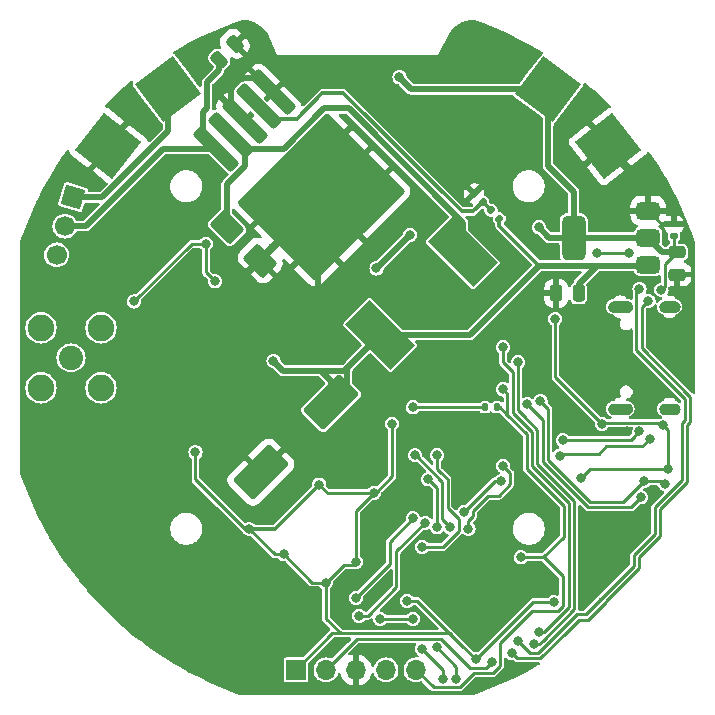
<source format=gbr>
%TF.GenerationSoftware,KiCad,Pcbnew,8.0.1*%
%TF.CreationDate,2024-09-30T12:45:28-07:00*%
%TF.ProjectId,rocketBeaconModule,726f636b-6574-4426-9561-636f6e4d6f64,rev?*%
%TF.SameCoordinates,Original*%
%TF.FileFunction,Copper,L2,Bot*%
%TF.FilePolarity,Positive*%
%FSLAX46Y46*%
G04 Gerber Fmt 4.6, Leading zero omitted, Abs format (unit mm)*
G04 Created by KiCad (PCBNEW 8.0.1) date 2024-09-30 12:45:28*
%MOMM*%
%LPD*%
G01*
G04 APERTURE LIST*
G04 Aperture macros list*
%AMRoundRect*
0 Rectangle with rounded corners*
0 $1 Rounding radius*
0 $2 $3 $4 $5 $6 $7 $8 $9 X,Y pos of 4 corners*
0 Add a 4 corners polygon primitive as box body*
4,1,4,$2,$3,$4,$5,$6,$7,$8,$9,$2,$3,0*
0 Add four circle primitives for the rounded corners*
1,1,$1+$1,$2,$3*
1,1,$1+$1,$4,$5*
1,1,$1+$1,$6,$7*
1,1,$1+$1,$8,$9*
0 Add four rect primitives between the rounded corners*
20,1,$1+$1,$2,$3,$4,$5,0*
20,1,$1+$1,$4,$5,$6,$7,0*
20,1,$1+$1,$6,$7,$8,$9,0*
20,1,$1+$1,$8,$9,$2,$3,0*%
%AMHorizOval*
0 Thick line with rounded ends*
0 $1 width*
0 $2 $3 position (X,Y) of the first rounded end (center of the circle)*
0 $4 $5 position (X,Y) of the second rounded end (center of the circle)*
0 Add line between two ends*
20,1,$1,$2,$3,$4,$5,0*
0 Add two circle primitives to create the rounded ends*
1,1,$1,$2,$3*
1,1,$1,$4,$5*%
%AMRotRect*
0 Rectangle, with rotation*
0 The origin of the aperture is its center*
0 $1 length*
0 $2 width*
0 $3 Rotation angle, in degrees counterclockwise*
0 Add horizontal line*
21,1,$1,$2,0,0,$3*%
G04 Aperture macros list end*
%TA.AperFunction,EtchedComponent*%
%ADD10C,0.010000*%
%TD*%
%TA.AperFunction,SMDPad,CuDef*%
%ADD11RotRect,2.900000X5.400000X225.000000*%
%TD*%
%TA.AperFunction,ComponentPad*%
%ADD12RotRect,1.700000X1.700000X344.000000*%
%TD*%
%TA.AperFunction,ComponentPad*%
%ADD13HorizOval,1.700000X0.000000X0.000000X0.000000X0.000000X0*%
%TD*%
%TA.AperFunction,ComponentPad*%
%ADD14R,1.700000X1.700000*%
%TD*%
%TA.AperFunction,ComponentPad*%
%ADD15O,1.700000X1.700000*%
%TD*%
%TA.AperFunction,ComponentPad*%
%ADD16RotRect,4.000000X4.000000X37.000000*%
%TD*%
%TA.AperFunction,ComponentPad*%
%ADD17C,2.050000*%
%TD*%
%TA.AperFunction,ComponentPad*%
%ADD18C,2.250000*%
%TD*%
%TA.AperFunction,ComponentPad*%
%ADD19RotRect,4.000000X4.000000X52.000000*%
%TD*%
%TA.AperFunction,ComponentPad*%
%ADD20C,0.900000*%
%TD*%
%TA.AperFunction,SMDPad,CuDef*%
%ADD21RoundRect,0.250000X-0.475000X0.250000X-0.475000X-0.250000X0.475000X-0.250000X0.475000X0.250000X0*%
%TD*%
%TA.AperFunction,SMDPad,CuDef*%
%ADD22RoundRect,0.250000X-1.166726X0.247487X0.247487X-1.166726X1.166726X-0.247487X-0.247487X1.166726X0*%
%TD*%
%TA.AperFunction,SMDPad,CuDef*%
%ADD23RoundRect,0.135000X-0.226274X-0.035355X-0.035355X-0.226274X0.226274X0.035355X0.035355X0.226274X0*%
%TD*%
%TA.AperFunction,SMDPad,CuDef*%
%ADD24RoundRect,0.250000X-0.159099X0.512652X-0.512652X0.159099X0.159099X-0.512652X0.512652X-0.159099X0*%
%TD*%
%TA.AperFunction,SMDPad,CuDef*%
%ADD25RoundRect,0.375000X0.625000X0.375000X-0.625000X0.375000X-0.625000X-0.375000X0.625000X-0.375000X0*%
%TD*%
%TA.AperFunction,SMDPad,CuDef*%
%ADD26RoundRect,0.500000X0.500000X1.400000X-0.500000X1.400000X-0.500000X-1.400000X0.500000X-1.400000X0*%
%TD*%
%TA.AperFunction,SMDPad,CuDef*%
%ADD27RoundRect,0.135000X0.185000X-0.135000X0.185000X0.135000X-0.185000X0.135000X-0.185000X-0.135000X0*%
%TD*%
%TA.AperFunction,SMDPad,CuDef*%
%ADD28RoundRect,0.135000X0.135000X0.185000X-0.135000X0.185000X-0.135000X-0.185000X0.135000X-0.185000X0*%
%TD*%
%TA.AperFunction,SMDPad,CuDef*%
%ADD29RoundRect,0.250000X-1.661701X1.237437X1.237437X-1.661701X1.661701X-1.237437X-1.237437X1.661701X0*%
%TD*%
%TA.AperFunction,SMDPad,CuDef*%
%ADD30RoundRect,0.250000X-3.111270X-0.247487X-0.247487X-3.111270X3.111270X0.247487X0.247487X3.111270X0*%
%TD*%
%TA.AperFunction,SMDPad,CuDef*%
%ADD31RoundRect,0.250002X-6.788222X-0.494975X-0.494975X-6.788222X6.788222X0.494975X0.494975X6.788222X0*%
%TD*%
%TA.AperFunction,ComponentPad*%
%ADD32RotRect,4.000000X4.000000X143.000000*%
%TD*%
%TA.AperFunction,ComponentPad*%
%ADD33RotRect,4.000000X4.000000X128.000000*%
%TD*%
%TA.AperFunction,SMDPad,CuDef*%
%ADD34RoundRect,0.250000X-0.671751X-2.085965X2.085965X0.671751X0.671751X2.085965X-2.085965X-0.671751X0*%
%TD*%
%TA.AperFunction,SMDPad,CuDef*%
%ADD35RoundRect,0.250000X0.250000X0.475000X-0.250000X0.475000X-0.250000X-0.475000X0.250000X-0.475000X0*%
%TD*%
%TA.AperFunction,ViaPad*%
%ADD36C,0.800000*%
%TD*%
%TA.AperFunction,Conductor*%
%ADD37C,0.500000*%
%TD*%
%TA.AperFunction,Conductor*%
%ADD38C,0.300000*%
%TD*%
%TA.AperFunction,Conductor*%
%ADD39C,0.250000*%
%TD*%
G04 APERTURE END LIST*
D10*
%TO.C,J1*%
X94805000Y-121971001D02*
X94829000Y-121972000D01*
X94852000Y-121973000D01*
X94875000Y-121977000D01*
X94899000Y-121981000D01*
X94921000Y-121986000D01*
X94944000Y-121993000D01*
X94966000Y-122001000D01*
X94988000Y-122010000D01*
X95009000Y-122020000D01*
X95030000Y-122031000D01*
X95050001Y-122044000D01*
X95070000Y-122057000D01*
X95088000Y-122071000D01*
X95106000Y-122087000D01*
X95123000Y-122103000D01*
X95139000Y-122120000D01*
X95155000Y-122138000D01*
X95169000Y-122156000D01*
X95182000Y-122176000D01*
X95195000Y-122196000D01*
X95206000Y-122217000D01*
X95216000Y-122238000D01*
X95225000Y-122260000D01*
X95233000Y-122282000D01*
X95240000Y-122305000D01*
X95245000Y-122327001D01*
X95249000Y-122351000D01*
X95253000Y-122374000D01*
X95254000Y-122397000D01*
X95255000Y-122421000D01*
X95254000Y-122445000D01*
X95253000Y-122468000D01*
X95249000Y-122491001D01*
X95245000Y-122515000D01*
X95239999Y-122537000D01*
X95233000Y-122560000D01*
X95225000Y-122582000D01*
X95216000Y-122604000D01*
X95206000Y-122625000D01*
X95195000Y-122646000D01*
X95182000Y-122666000D01*
X95169000Y-122686000D01*
X95155000Y-122704000D01*
X95139000Y-122722000D01*
X95123000Y-122739001D01*
X95106000Y-122755000D01*
X95088000Y-122771000D01*
X95070000Y-122785000D01*
X95050000Y-122798000D01*
X95030000Y-122811000D01*
X95009000Y-122822000D01*
X94988000Y-122832000D01*
X94966001Y-122841000D01*
X94944000Y-122849000D01*
X94921000Y-122856000D01*
X94899000Y-122861000D01*
X94875000Y-122865001D01*
X94851999Y-122869000D01*
X94829000Y-122870000D01*
X94805000Y-122871000D01*
X93705000Y-122871000D01*
X93681000Y-122870001D01*
X93658000Y-122869000D01*
X93635000Y-122865000D01*
X93611000Y-122861000D01*
X93589000Y-122856000D01*
X93566000Y-122849000D01*
X93544000Y-122841000D01*
X93522000Y-122832001D01*
X93501000Y-122822000D01*
X93480000Y-122811000D01*
X93460000Y-122798000D01*
X93440000Y-122785000D01*
X93422000Y-122771000D01*
X93404000Y-122755000D01*
X93387000Y-122739000D01*
X93371000Y-122722000D01*
X93355000Y-122704000D01*
X93341001Y-122686000D01*
X93328000Y-122666000D01*
X93315000Y-122646000D01*
X93304000Y-122625000D01*
X93294000Y-122604000D01*
X93285001Y-122582000D01*
X93277000Y-122560000D01*
X93270000Y-122537000D01*
X93265000Y-122515000D01*
X93261000Y-122491000D01*
X93257000Y-122468000D01*
X93256000Y-122445000D01*
X93255000Y-122421000D01*
X93256000Y-122397001D01*
X93257000Y-122374000D01*
X93261000Y-122351000D01*
X93265000Y-122327000D01*
X93270000Y-122305000D01*
X93277000Y-122282000D01*
X93285000Y-122260000D01*
X93294000Y-122238001D01*
X93304000Y-122217000D01*
X93315000Y-122196000D01*
X93328000Y-122176000D01*
X93341000Y-122156000D01*
X93355001Y-122138000D01*
X93371000Y-122120000D01*
X93387000Y-122103000D01*
X93404000Y-122087000D01*
X93422000Y-122071000D01*
X93440000Y-122057000D01*
X93460000Y-122044000D01*
X93479999Y-122031000D01*
X93501000Y-122020000D01*
X93522000Y-122010000D01*
X93544000Y-122001000D01*
X93566000Y-121993000D01*
X93589000Y-121986000D01*
X93611000Y-121981000D01*
X93635000Y-121977000D01*
X93658000Y-121973000D01*
X93681000Y-121972000D01*
X93705000Y-121971000D01*
X94805000Y-121971001D01*
%TA.AperFunction,EtchedComponent*%
G36*
X94805000Y-121971001D02*
G01*
X94829000Y-121972000D01*
X94852000Y-121973000D01*
X94875000Y-121977000D01*
X94899000Y-121981000D01*
X94921000Y-121986000D01*
X94944000Y-121993000D01*
X94966000Y-122001000D01*
X94988000Y-122010000D01*
X95009000Y-122020000D01*
X95030000Y-122031000D01*
X95050001Y-122044000D01*
X95070000Y-122057000D01*
X95088000Y-122071000D01*
X95106000Y-122087000D01*
X95123000Y-122103000D01*
X95139000Y-122120000D01*
X95155000Y-122138000D01*
X95169000Y-122156000D01*
X95182000Y-122176000D01*
X95195000Y-122196000D01*
X95206000Y-122217000D01*
X95216000Y-122238000D01*
X95225000Y-122260000D01*
X95233000Y-122282000D01*
X95240000Y-122305000D01*
X95245000Y-122327001D01*
X95249000Y-122351000D01*
X95253000Y-122374000D01*
X95254000Y-122397000D01*
X95255000Y-122421000D01*
X95254000Y-122445000D01*
X95253000Y-122468000D01*
X95249000Y-122491001D01*
X95245000Y-122515000D01*
X95239999Y-122537000D01*
X95233000Y-122560000D01*
X95225000Y-122582000D01*
X95216000Y-122604000D01*
X95206000Y-122625000D01*
X95195000Y-122646000D01*
X95182000Y-122666000D01*
X95169000Y-122686000D01*
X95155000Y-122704000D01*
X95139000Y-122722000D01*
X95123000Y-122739001D01*
X95106000Y-122755000D01*
X95088000Y-122771000D01*
X95070000Y-122785000D01*
X95050000Y-122798000D01*
X95030000Y-122811000D01*
X95009000Y-122822000D01*
X94988000Y-122832000D01*
X94966001Y-122841000D01*
X94944000Y-122849000D01*
X94921000Y-122856000D01*
X94899000Y-122861000D01*
X94875000Y-122865001D01*
X94851999Y-122869000D01*
X94829000Y-122870000D01*
X94805000Y-122871000D01*
X93705000Y-122871000D01*
X93681000Y-122870001D01*
X93658000Y-122869000D01*
X93635000Y-122865000D01*
X93611000Y-122861000D01*
X93589000Y-122856000D01*
X93566000Y-122849000D01*
X93544000Y-122841000D01*
X93522000Y-122832001D01*
X93501000Y-122822000D01*
X93480000Y-122811000D01*
X93460000Y-122798000D01*
X93440000Y-122785000D01*
X93422000Y-122771000D01*
X93404000Y-122755000D01*
X93387000Y-122739000D01*
X93371000Y-122722000D01*
X93355000Y-122704000D01*
X93341001Y-122686000D01*
X93328000Y-122666000D01*
X93315000Y-122646000D01*
X93304000Y-122625000D01*
X93294000Y-122604000D01*
X93285001Y-122582000D01*
X93277000Y-122560000D01*
X93270000Y-122537000D01*
X93265000Y-122515000D01*
X93261000Y-122491000D01*
X93257000Y-122468000D01*
X93256000Y-122445000D01*
X93255000Y-122421000D01*
X93256000Y-122397001D01*
X93257000Y-122374000D01*
X93261000Y-122351000D01*
X93265000Y-122327000D01*
X93270000Y-122305000D01*
X93277000Y-122282000D01*
X93285000Y-122260000D01*
X93294000Y-122238001D01*
X93304000Y-122217000D01*
X93315000Y-122196000D01*
X93328000Y-122176000D01*
X93341000Y-122156000D01*
X93355001Y-122138000D01*
X93371000Y-122120000D01*
X93387000Y-122103000D01*
X93404000Y-122087000D01*
X93422000Y-122071000D01*
X93440000Y-122057000D01*
X93460000Y-122044000D01*
X93479999Y-122031000D01*
X93501000Y-122020000D01*
X93522000Y-122010000D01*
X93544000Y-122001000D01*
X93566000Y-121993000D01*
X93589000Y-121986000D01*
X93611000Y-121981000D01*
X93635000Y-121977000D01*
X93658000Y-121973000D01*
X93681000Y-121972000D01*
X93705000Y-121971000D01*
X94805000Y-121971001D01*
G37*
%TD.AperFunction*%
X94829000Y-130622000D02*
X94851999Y-130623000D01*
X94875000Y-130626999D01*
X94899000Y-130631000D01*
X94921000Y-130636000D01*
X94944000Y-130643000D01*
X94966001Y-130651000D01*
X94988000Y-130660000D01*
X95009000Y-130670000D01*
X95030000Y-130681000D01*
X95050000Y-130694000D01*
X95070000Y-130707000D01*
X95088000Y-130721000D01*
X95106000Y-130737000D01*
X95123000Y-130752999D01*
X95139000Y-130770000D01*
X95155000Y-130788000D01*
X95169000Y-130806000D01*
X95182000Y-130826000D01*
X95195000Y-130846000D01*
X95206000Y-130867000D01*
X95216000Y-130888000D01*
X95225000Y-130910000D01*
X95233000Y-130932000D01*
X95239999Y-130955000D01*
X95245000Y-130977000D01*
X95249000Y-131000999D01*
X95253000Y-131024000D01*
X95254000Y-131047000D01*
X95255000Y-131071000D01*
X95254000Y-131095000D01*
X95253000Y-131118000D01*
X95249000Y-131141000D01*
X95245000Y-131164999D01*
X95240000Y-131187000D01*
X95233000Y-131210000D01*
X95225000Y-131232000D01*
X95216000Y-131254000D01*
X95206000Y-131275000D01*
X95195000Y-131296000D01*
X95182000Y-131316000D01*
X95169000Y-131336000D01*
X95155000Y-131354000D01*
X95139000Y-131372000D01*
X95123000Y-131389000D01*
X95106000Y-131405000D01*
X95088000Y-131421000D01*
X95070000Y-131435000D01*
X95050001Y-131448000D01*
X95030000Y-131461000D01*
X95009000Y-131472000D01*
X94988000Y-131482000D01*
X94966000Y-131491000D01*
X94944000Y-131499000D01*
X94921000Y-131506000D01*
X94899000Y-131511000D01*
X94875000Y-131515000D01*
X94852000Y-131519000D01*
X94829000Y-131520000D01*
X94805000Y-131520999D01*
X93705000Y-131521000D01*
X93681000Y-131520000D01*
X93658000Y-131519000D01*
X93635000Y-131515000D01*
X93611000Y-131511000D01*
X93589000Y-131506000D01*
X93566000Y-131499000D01*
X93544000Y-131491000D01*
X93522000Y-131482000D01*
X93501000Y-131472000D01*
X93479999Y-131461000D01*
X93460000Y-131448000D01*
X93440000Y-131435000D01*
X93422000Y-131421000D01*
X93404000Y-131405000D01*
X93387000Y-131389000D01*
X93371000Y-131372000D01*
X93355001Y-131354000D01*
X93341000Y-131336000D01*
X93328000Y-131316000D01*
X93315000Y-131296000D01*
X93304000Y-131275000D01*
X93294000Y-131253999D01*
X93285000Y-131232000D01*
X93277000Y-131210000D01*
X93270000Y-131187000D01*
X93265000Y-131165000D01*
X93261000Y-131141000D01*
X93257000Y-131118000D01*
X93256000Y-131094999D01*
X93255000Y-131071000D01*
X93256000Y-131047000D01*
X93257000Y-131024000D01*
X93261000Y-131001000D01*
X93265000Y-130977000D01*
X93270000Y-130955000D01*
X93277000Y-130932000D01*
X93285001Y-130910000D01*
X93294000Y-130888000D01*
X93304000Y-130867000D01*
X93315000Y-130846000D01*
X93328000Y-130826000D01*
X93341001Y-130806000D01*
X93355000Y-130788000D01*
X93371000Y-130770000D01*
X93387000Y-130753000D01*
X93404000Y-130737000D01*
X93422000Y-130721000D01*
X93440000Y-130707000D01*
X93460000Y-130694000D01*
X93480000Y-130681000D01*
X93501000Y-130670000D01*
X93522000Y-130659999D01*
X93544000Y-130651000D01*
X93566000Y-130643000D01*
X93589000Y-130636000D01*
X93611000Y-130631000D01*
X93635000Y-130627000D01*
X93658000Y-130623000D01*
X93681000Y-130621999D01*
X93705000Y-130621000D01*
X94805000Y-130621000D01*
X94829000Y-130622000D01*
%TA.AperFunction,EtchedComponent*%
G36*
X94829000Y-130622000D02*
G01*
X94851999Y-130623000D01*
X94875000Y-130626999D01*
X94899000Y-130631000D01*
X94921000Y-130636000D01*
X94944000Y-130643000D01*
X94966001Y-130651000D01*
X94988000Y-130660000D01*
X95009000Y-130670000D01*
X95030000Y-130681000D01*
X95050000Y-130694000D01*
X95070000Y-130707000D01*
X95088000Y-130721000D01*
X95106000Y-130737000D01*
X95123000Y-130752999D01*
X95139000Y-130770000D01*
X95155000Y-130788000D01*
X95169000Y-130806000D01*
X95182000Y-130826000D01*
X95195000Y-130846000D01*
X95206000Y-130867000D01*
X95216000Y-130888000D01*
X95225000Y-130910000D01*
X95233000Y-130932000D01*
X95239999Y-130955000D01*
X95245000Y-130977000D01*
X95249000Y-131000999D01*
X95253000Y-131024000D01*
X95254000Y-131047000D01*
X95255000Y-131071000D01*
X95254000Y-131095000D01*
X95253000Y-131118000D01*
X95249000Y-131141000D01*
X95245000Y-131164999D01*
X95240000Y-131187000D01*
X95233000Y-131210000D01*
X95225000Y-131232000D01*
X95216000Y-131254000D01*
X95206000Y-131275000D01*
X95195000Y-131296000D01*
X95182000Y-131316000D01*
X95169000Y-131336000D01*
X95155000Y-131354000D01*
X95139000Y-131372000D01*
X95123000Y-131389000D01*
X95106000Y-131405000D01*
X95088000Y-131421000D01*
X95070000Y-131435000D01*
X95050001Y-131448000D01*
X95030000Y-131461000D01*
X95009000Y-131472000D01*
X94988000Y-131482000D01*
X94966000Y-131491000D01*
X94944000Y-131499000D01*
X94921000Y-131506000D01*
X94899000Y-131511000D01*
X94875000Y-131515000D01*
X94852000Y-131519000D01*
X94829000Y-131520000D01*
X94805000Y-131520999D01*
X93705000Y-131521000D01*
X93681000Y-131520000D01*
X93658000Y-131519000D01*
X93635000Y-131515000D01*
X93611000Y-131511000D01*
X93589000Y-131506000D01*
X93566000Y-131499000D01*
X93544000Y-131491000D01*
X93522000Y-131482000D01*
X93501000Y-131472000D01*
X93479999Y-131461000D01*
X93460000Y-131448000D01*
X93440000Y-131435000D01*
X93422000Y-131421000D01*
X93404000Y-131405000D01*
X93387000Y-131389000D01*
X93371000Y-131372000D01*
X93355001Y-131354000D01*
X93341000Y-131336000D01*
X93328000Y-131316000D01*
X93315000Y-131296000D01*
X93304000Y-131275000D01*
X93294000Y-131253999D01*
X93285000Y-131232000D01*
X93277000Y-131210000D01*
X93270000Y-131187000D01*
X93265000Y-131165000D01*
X93261000Y-131141000D01*
X93257000Y-131118000D01*
X93256000Y-131094999D01*
X93255000Y-131071000D01*
X93256000Y-131047000D01*
X93257000Y-131024000D01*
X93261000Y-131001000D01*
X93265000Y-130977000D01*
X93270000Y-130955000D01*
X93277000Y-130932000D01*
X93285001Y-130910000D01*
X93294000Y-130888000D01*
X93304000Y-130867000D01*
X93315000Y-130846000D01*
X93328000Y-130826000D01*
X93341001Y-130806000D01*
X93355000Y-130788000D01*
X93371000Y-130770000D01*
X93387000Y-130753000D01*
X93404000Y-130737000D01*
X93422000Y-130721000D01*
X93440000Y-130707000D01*
X93460000Y-130694000D01*
X93480000Y-130681000D01*
X93501000Y-130670000D01*
X93522000Y-130659999D01*
X93544000Y-130651000D01*
X93566000Y-130643000D01*
X93589000Y-130636000D01*
X93611000Y-130631000D01*
X93635000Y-130627000D01*
X93658000Y-130623000D01*
X93681000Y-130621999D01*
X93705000Y-130621000D01*
X94805000Y-130621000D01*
X94829000Y-130622000D01*
G37*
%TD.AperFunction*%
X98849000Y-121972000D02*
X98872000Y-121973000D01*
X98895000Y-121977000D01*
X98919000Y-121981000D01*
X98941000Y-121986000D01*
X98964000Y-121993000D01*
X98986000Y-122001000D01*
X99008000Y-122010000D01*
X99029000Y-122020000D01*
X99050000Y-122031000D01*
X99070000Y-122044000D01*
X99090000Y-122057000D01*
X99108000Y-122071000D01*
X99125999Y-122087000D01*
X99143000Y-122103000D01*
X99158999Y-122120000D01*
X99175000Y-122138000D01*
X99189000Y-122155999D01*
X99202000Y-122176000D01*
X99215000Y-122196001D01*
X99226000Y-122217000D01*
X99236000Y-122238000D01*
X99245001Y-122260000D01*
X99253000Y-122282000D01*
X99260000Y-122305000D01*
X99265000Y-122327000D01*
X99269000Y-122351000D01*
X99273000Y-122374000D01*
X99274000Y-122397000D01*
X99275000Y-122421000D01*
X99274000Y-122445000D01*
X99273000Y-122468000D01*
X99269000Y-122491001D01*
X99265000Y-122515000D01*
X99260000Y-122537000D01*
X99252999Y-122560000D01*
X99245000Y-122582000D01*
X99236000Y-122604000D01*
X99226000Y-122624999D01*
X99215000Y-122646000D01*
X99202000Y-122666000D01*
X99189000Y-122686000D01*
X99175000Y-122703999D01*
X99159000Y-122722000D01*
X99143000Y-122739000D01*
X99126000Y-122755000D01*
X99107999Y-122771000D01*
X99090000Y-122785000D01*
X99069999Y-122798000D01*
X99050000Y-122811000D01*
X99029000Y-122821999D01*
X99008000Y-122832000D01*
X98986000Y-122841000D01*
X98964000Y-122848999D01*
X98941000Y-122856001D01*
X98919000Y-122861000D01*
X98895000Y-122865000D01*
X98872000Y-122869000D01*
X98849000Y-122870000D01*
X98825000Y-122871000D01*
X98025000Y-122871000D01*
X98001000Y-122870000D01*
X97978000Y-122869000D01*
X97955000Y-122865000D01*
X97931000Y-122861000D01*
X97909000Y-122856001D01*
X97886000Y-122848999D01*
X97864000Y-122841000D01*
X97842000Y-122832000D01*
X97821000Y-122821999D01*
X97800000Y-122811000D01*
X97780001Y-122798000D01*
X97760000Y-122785000D01*
X97742001Y-122771000D01*
X97724000Y-122755000D01*
X97707000Y-122739000D01*
X97691000Y-122722000D01*
X97675000Y-122703999D01*
X97661000Y-122686000D01*
X97648000Y-122666000D01*
X97635000Y-122646000D01*
X97624000Y-122624999D01*
X97614000Y-122604000D01*
X97605000Y-122582000D01*
X97597001Y-122560000D01*
X97590000Y-122537000D01*
X97585000Y-122515000D01*
X97581000Y-122491001D01*
X97577000Y-122468000D01*
X97576000Y-122445000D01*
X97575000Y-122421000D01*
X97576000Y-122397000D01*
X97577000Y-122374000D01*
X97581000Y-122351000D01*
X97585000Y-122327000D01*
X97590000Y-122305000D01*
X97597000Y-122282000D01*
X97604999Y-122260000D01*
X97614000Y-122238000D01*
X97624000Y-122217000D01*
X97635000Y-122196001D01*
X97648000Y-122176000D01*
X97661000Y-122155999D01*
X97675000Y-122138000D01*
X97691001Y-122120000D01*
X97707000Y-122103000D01*
X97724001Y-122087000D01*
X97742000Y-122071000D01*
X97760000Y-122057000D01*
X97780000Y-122044000D01*
X97800000Y-122031000D01*
X97821000Y-122020000D01*
X97842000Y-122010000D01*
X97864000Y-122001000D01*
X97886000Y-121993000D01*
X97909000Y-121986000D01*
X97931000Y-121981000D01*
X97955000Y-121977000D01*
X97978000Y-121973000D01*
X98001000Y-121972000D01*
X98025000Y-121971000D01*
X98825000Y-121971000D01*
X98849000Y-121972000D01*
%TA.AperFunction,EtchedComponent*%
G36*
X98849000Y-121972000D02*
G01*
X98872000Y-121973000D01*
X98895000Y-121977000D01*
X98919000Y-121981000D01*
X98941000Y-121986000D01*
X98964000Y-121993000D01*
X98986000Y-122001000D01*
X99008000Y-122010000D01*
X99029000Y-122020000D01*
X99050000Y-122031000D01*
X99070000Y-122044000D01*
X99090000Y-122057000D01*
X99108000Y-122071000D01*
X99125999Y-122087000D01*
X99143000Y-122103000D01*
X99158999Y-122120000D01*
X99175000Y-122138000D01*
X99189000Y-122155999D01*
X99202000Y-122176000D01*
X99215000Y-122196001D01*
X99226000Y-122217000D01*
X99236000Y-122238000D01*
X99245001Y-122260000D01*
X99253000Y-122282000D01*
X99260000Y-122305000D01*
X99265000Y-122327000D01*
X99269000Y-122351000D01*
X99273000Y-122374000D01*
X99274000Y-122397000D01*
X99275000Y-122421000D01*
X99274000Y-122445000D01*
X99273000Y-122468000D01*
X99269000Y-122491001D01*
X99265000Y-122515000D01*
X99260000Y-122537000D01*
X99252999Y-122560000D01*
X99245000Y-122582000D01*
X99236000Y-122604000D01*
X99226000Y-122624999D01*
X99215000Y-122646000D01*
X99202000Y-122666000D01*
X99189000Y-122686000D01*
X99175000Y-122703999D01*
X99159000Y-122722000D01*
X99143000Y-122739000D01*
X99126000Y-122755000D01*
X99107999Y-122771000D01*
X99090000Y-122785000D01*
X99069999Y-122798000D01*
X99050000Y-122811000D01*
X99029000Y-122821999D01*
X99008000Y-122832000D01*
X98986000Y-122841000D01*
X98964000Y-122848999D01*
X98941000Y-122856001D01*
X98919000Y-122861000D01*
X98895000Y-122865000D01*
X98872000Y-122869000D01*
X98849000Y-122870000D01*
X98825000Y-122871000D01*
X98025000Y-122871000D01*
X98001000Y-122870000D01*
X97978000Y-122869000D01*
X97955000Y-122865000D01*
X97931000Y-122861000D01*
X97909000Y-122856001D01*
X97886000Y-122848999D01*
X97864000Y-122841000D01*
X97842000Y-122832000D01*
X97821000Y-122821999D01*
X97800000Y-122811000D01*
X97780001Y-122798000D01*
X97760000Y-122785000D01*
X97742001Y-122771000D01*
X97724000Y-122755000D01*
X97707000Y-122739000D01*
X97691000Y-122722000D01*
X97675000Y-122703999D01*
X97661000Y-122686000D01*
X97648000Y-122666000D01*
X97635000Y-122646000D01*
X97624000Y-122624999D01*
X97614000Y-122604000D01*
X97605000Y-122582000D01*
X97597001Y-122560000D01*
X97590000Y-122537000D01*
X97585000Y-122515000D01*
X97581000Y-122491001D01*
X97577000Y-122468000D01*
X97576000Y-122445000D01*
X97575000Y-122421000D01*
X97576000Y-122397000D01*
X97577000Y-122374000D01*
X97581000Y-122351000D01*
X97585000Y-122327000D01*
X97590000Y-122305000D01*
X97597000Y-122282000D01*
X97604999Y-122260000D01*
X97614000Y-122238000D01*
X97624000Y-122217000D01*
X97635000Y-122196001D01*
X97648000Y-122176000D01*
X97661000Y-122155999D01*
X97675000Y-122138000D01*
X97691001Y-122120000D01*
X97707000Y-122103000D01*
X97724001Y-122087000D01*
X97742000Y-122071000D01*
X97760000Y-122057000D01*
X97780000Y-122044000D01*
X97800000Y-122031000D01*
X97821000Y-122020000D01*
X97842000Y-122010000D01*
X97864000Y-122001000D01*
X97886000Y-121993000D01*
X97909000Y-121986000D01*
X97931000Y-121981000D01*
X97955000Y-121977000D01*
X97978000Y-121973000D01*
X98001000Y-121972000D01*
X98025000Y-121971000D01*
X98825000Y-121971000D01*
X98849000Y-121972000D01*
G37*
%TD.AperFunction*%
X98849000Y-130622000D02*
X98872000Y-130623000D01*
X98895000Y-130627000D01*
X98919000Y-130631000D01*
X98941000Y-130635999D01*
X98964000Y-130643001D01*
X98986000Y-130651000D01*
X99008000Y-130660000D01*
X99029000Y-130670001D01*
X99050000Y-130681000D01*
X99069999Y-130694000D01*
X99090000Y-130707000D01*
X99107999Y-130721000D01*
X99126000Y-130737000D01*
X99143000Y-130753000D01*
X99159000Y-130770000D01*
X99175000Y-130788001D01*
X99189000Y-130806000D01*
X99202000Y-130826000D01*
X99215000Y-130846000D01*
X99226000Y-130867001D01*
X99236000Y-130888000D01*
X99245000Y-130910000D01*
X99252999Y-130932000D01*
X99260000Y-130955000D01*
X99265000Y-130977000D01*
X99269000Y-131000999D01*
X99273000Y-131024000D01*
X99274000Y-131047000D01*
X99275000Y-131071000D01*
X99274000Y-131095000D01*
X99273000Y-131118000D01*
X99269000Y-131141000D01*
X99265000Y-131165000D01*
X99260000Y-131187000D01*
X99253000Y-131210000D01*
X99245001Y-131232000D01*
X99236000Y-131254000D01*
X99226000Y-131275000D01*
X99215000Y-131295999D01*
X99202000Y-131316000D01*
X99189000Y-131336001D01*
X99175000Y-131354000D01*
X99158999Y-131372000D01*
X99143000Y-131389000D01*
X99125999Y-131405000D01*
X99108000Y-131421000D01*
X99090000Y-131435000D01*
X99070000Y-131448000D01*
X99050000Y-131461000D01*
X99029000Y-131472000D01*
X99008000Y-131482000D01*
X98986000Y-131491000D01*
X98964000Y-131499000D01*
X98941000Y-131506000D01*
X98919000Y-131511000D01*
X98895000Y-131515000D01*
X98872000Y-131519000D01*
X98849000Y-131520000D01*
X98825000Y-131521000D01*
X98025000Y-131521000D01*
X98001000Y-131520000D01*
X97978000Y-131519000D01*
X97955000Y-131515000D01*
X97931000Y-131511000D01*
X97909000Y-131506000D01*
X97886000Y-131499000D01*
X97864000Y-131491000D01*
X97842000Y-131482000D01*
X97821000Y-131472000D01*
X97800000Y-131461000D01*
X97780000Y-131448000D01*
X97760000Y-131435000D01*
X97742000Y-131421000D01*
X97724001Y-131405000D01*
X97707000Y-131389000D01*
X97691001Y-131372000D01*
X97675000Y-131354000D01*
X97661000Y-131336001D01*
X97648000Y-131316000D01*
X97635000Y-131295999D01*
X97624000Y-131275000D01*
X97614000Y-131254000D01*
X97604999Y-131232000D01*
X97597000Y-131210000D01*
X97590000Y-131187000D01*
X97585000Y-131165000D01*
X97581000Y-131141000D01*
X97577000Y-131118000D01*
X97576000Y-131095000D01*
X97575000Y-131071000D01*
X97576000Y-131047000D01*
X97577000Y-131024000D01*
X97581000Y-131000999D01*
X97585000Y-130977000D01*
X97590000Y-130955000D01*
X97597001Y-130932000D01*
X97605000Y-130910000D01*
X97614000Y-130888000D01*
X97624000Y-130867001D01*
X97635000Y-130846000D01*
X97648000Y-130826000D01*
X97661000Y-130806000D01*
X97675000Y-130788001D01*
X97691000Y-130770000D01*
X97707000Y-130753000D01*
X97724000Y-130737000D01*
X97742001Y-130721000D01*
X97760000Y-130707000D01*
X97780001Y-130694000D01*
X97800000Y-130681000D01*
X97821000Y-130670001D01*
X97842000Y-130660000D01*
X97864000Y-130651000D01*
X97886000Y-130643001D01*
X97909000Y-130635999D01*
X97931000Y-130631000D01*
X97955000Y-130627000D01*
X97978000Y-130623000D01*
X98001000Y-130622000D01*
X98025000Y-130621000D01*
X98825000Y-130621000D01*
X98849000Y-130622000D01*
%TA.AperFunction,EtchedComponent*%
G36*
X98849000Y-130622000D02*
G01*
X98872000Y-130623000D01*
X98895000Y-130627000D01*
X98919000Y-130631000D01*
X98941000Y-130635999D01*
X98964000Y-130643001D01*
X98986000Y-130651000D01*
X99008000Y-130660000D01*
X99029000Y-130670001D01*
X99050000Y-130681000D01*
X99069999Y-130694000D01*
X99090000Y-130707000D01*
X99107999Y-130721000D01*
X99126000Y-130737000D01*
X99143000Y-130753000D01*
X99159000Y-130770000D01*
X99175000Y-130788001D01*
X99189000Y-130806000D01*
X99202000Y-130826000D01*
X99215000Y-130846000D01*
X99226000Y-130867001D01*
X99236000Y-130888000D01*
X99245000Y-130910000D01*
X99252999Y-130932000D01*
X99260000Y-130955000D01*
X99265000Y-130977000D01*
X99269000Y-131000999D01*
X99273000Y-131024000D01*
X99274000Y-131047000D01*
X99275000Y-131071000D01*
X99274000Y-131095000D01*
X99273000Y-131118000D01*
X99269000Y-131141000D01*
X99265000Y-131165000D01*
X99260000Y-131187000D01*
X99253000Y-131210000D01*
X99245001Y-131232000D01*
X99236000Y-131254000D01*
X99226000Y-131275000D01*
X99215000Y-131295999D01*
X99202000Y-131316000D01*
X99189000Y-131336001D01*
X99175000Y-131354000D01*
X99158999Y-131372000D01*
X99143000Y-131389000D01*
X99125999Y-131405000D01*
X99108000Y-131421000D01*
X99090000Y-131435000D01*
X99070000Y-131448000D01*
X99050000Y-131461000D01*
X99029000Y-131472000D01*
X99008000Y-131482000D01*
X98986000Y-131491000D01*
X98964000Y-131499000D01*
X98941000Y-131506000D01*
X98919000Y-131511000D01*
X98895000Y-131515000D01*
X98872000Y-131519000D01*
X98849000Y-131520000D01*
X98825000Y-131521000D01*
X98025000Y-131521000D01*
X98001000Y-131520000D01*
X97978000Y-131519000D01*
X97955000Y-131515000D01*
X97931000Y-131511000D01*
X97909000Y-131506000D01*
X97886000Y-131499000D01*
X97864000Y-131491000D01*
X97842000Y-131482000D01*
X97821000Y-131472000D01*
X97800000Y-131461000D01*
X97780000Y-131448000D01*
X97760000Y-131435000D01*
X97742000Y-131421000D01*
X97724001Y-131405000D01*
X97707000Y-131389000D01*
X97691001Y-131372000D01*
X97675000Y-131354000D01*
X97661000Y-131336001D01*
X97648000Y-131316000D01*
X97635000Y-131295999D01*
X97624000Y-131275000D01*
X97614000Y-131254000D01*
X97604999Y-131232000D01*
X97597000Y-131210000D01*
X97590000Y-131187000D01*
X97585000Y-131165000D01*
X97581000Y-131141000D01*
X97577000Y-131118000D01*
X97576000Y-131095000D01*
X97575000Y-131071000D01*
X97576000Y-131047000D01*
X97577000Y-131024000D01*
X97581000Y-131000999D01*
X97585000Y-130977000D01*
X97590000Y-130955000D01*
X97597001Y-130932000D01*
X97605000Y-130910000D01*
X97614000Y-130888000D01*
X97624000Y-130867001D01*
X97635000Y-130846000D01*
X97648000Y-130826000D01*
X97661000Y-130806000D01*
X97675000Y-130788001D01*
X97691000Y-130770000D01*
X97707000Y-130753000D01*
X97724000Y-130737000D01*
X97742001Y-130721000D01*
X97760000Y-130707000D01*
X97780001Y-130694000D01*
X97800000Y-130681000D01*
X97821000Y-130670001D01*
X97842000Y-130660000D01*
X97864000Y-130651000D01*
X97886000Y-130643001D01*
X97909000Y-130635999D01*
X97931000Y-130631000D01*
X97955000Y-130627000D01*
X97978000Y-130623000D01*
X98001000Y-130622000D01*
X98025000Y-130621000D01*
X98825000Y-130621000D01*
X98849000Y-130622000D01*
G37*
%TD.AperFunction*%
%TD*%
D11*
%TO.P,L8,1,1*%
%TO.N,Net-(D6-K)*%
X80919379Y-117810221D03*
%TO.P,L8,2,2*%
%TO.N,+3V9*%
X73919021Y-124810579D03*
%TD*%
D12*
%TO.P,J6,1,Pin_1*%
%TO.N,+BATT*%
X47939985Y-113151652D03*
D13*
%TO.P,J6,2,Pin_2*%
%TO.N,/HV_SUPPLY*%
X47239865Y-115593256D03*
%TO.P,J6,3,Pin_3*%
%TO.N,VBUS*%
X46539748Y-118034859D03*
%TD*%
D14*
%TO.P,SWD1,1,Pin_1*%
%TO.N,FEM_VPC*%
X66802000Y-153162000D03*
D15*
%TO.P,SWD1,2,Pin_2*%
%TO.N,/SWCLK*%
X69342000Y-153162000D03*
%TO.P,SWD1,3,Pin_3*%
%TO.N,GND*%
X71881999Y-153162000D03*
%TO.P,SWD1,4,Pin_4*%
%TO.N,/SWDIO*%
X74422000Y-153162000D03*
%TO.P,SWD1,5,Pin_5*%
%TO.N,/NRST*%
X76962000Y-153162000D03*
%TD*%
D16*
%TO.P,J4,1,Pin_1*%
%TO.N,+BATT*%
X56007000Y-104013000D03*
%TD*%
D17*
%TO.P,P1,1,Pin_1*%
%TO.N,Net-(P1-Pin_1)*%
X47752000Y-126746000D03*
D18*
%TO.P,P1,2*%
%TO.N,N/C*%
X45212000Y-124206000D03*
X45212000Y-129286000D03*
X50292000Y-124206000D03*
X50292000Y-129286000D03*
%TD*%
D19*
%TO.P,J5,1,Pin_1*%
%TO.N,GND*%
X50927000Y-108839000D03*
%TD*%
D20*
%TO.P,J1,S1,SHIELD*%
%TO.N,GND*%
X94255000Y-131071000D03*
%TO.P,J1,S2,SHIELD*%
X94255000Y-122421000D03*
%TO.P,J1,S3,SHIELD*%
X98425000Y-131071000D03*
%TO.P,J1,S4,SHIELD*%
X98425000Y-122421000D03*
%TD*%
D21*
%TO.P,C48,1*%
%TO.N,FEM_VPC*%
X99060000Y-117795001D03*
%TO.P,C48,2*%
%TO.N,GND*%
X99060000Y-119694999D03*
%TD*%
D22*
%TO.P,D6,1,K*%
%TO.N,Net-(D6-K)*%
X60942786Y-115679786D03*
%TO.P,D6,2,A*%
%TO.N,GND*%
X63771214Y-118508214D03*
%TD*%
D23*
%TO.P,R17,1*%
%TO.N,Net-(U5-FB)*%
X83306976Y-114244176D03*
%TO.P,R17,2*%
%TO.N,+3V9*%
X84028224Y-114965424D03*
%TD*%
D24*
%TO.P,C45,1*%
%TO.N,GND*%
X61631751Y-100166249D03*
%TO.P,C45,2*%
%TO.N,/HV_SUPPLY*%
X60288249Y-101509751D03*
%TD*%
D23*
%TO.P,R16,1*%
%TO.N,GND*%
X81884576Y-112821776D03*
%TO.P,R16,2*%
%TO.N,Net-(U5-FB)*%
X82605824Y-113543024D03*
%TD*%
D25*
%TO.P,U6,1,GND*%
%TO.N,GND*%
X96622000Y-114286000D03*
%TO.P,U6,2,VO*%
%TO.N,FEM_VPC*%
X96621999Y-116586000D03*
D26*
X90322001Y-116586000D03*
D25*
%TO.P,U6,3,VI*%
%TO.N,+3V9*%
X96622000Y-118886000D03*
%TD*%
D27*
%TO.P,R18,1*%
%TO.N,FEM_VPC*%
X98806000Y-116460999D03*
%TO.P,R18,2*%
%TO.N,GND*%
X98806000Y-115441001D03*
%TD*%
D28*
%TO.P,R1,1*%
%TO.N,/NRST*%
X83822000Y-130937000D03*
%TO.P,R1,2*%
%TO.N,FEM_VPC*%
X82802000Y-130937000D03*
%TD*%
D29*
%TO.P,U5,1,VIN*%
%TO.N,/HV_SUPPLY*%
X60060295Y-109064621D03*
%TO.P,U5,2,OUT*%
%TO.N,Net-(D6-K)*%
X61262377Y-107862540D03*
%TO.P,U5,3,GND*%
%TO.N,GND*%
X62464458Y-106660458D03*
D30*
X69181973Y-109453530D03*
X65257530Y-113377973D03*
D31*
X68934485Y-113130485D03*
D30*
X72611440Y-112882998D03*
X68686998Y-116807440D03*
D29*
%TO.P,U5,4,FB*%
%TO.N,Net-(U5-FB)*%
X63666540Y-105458377D03*
%TO.P,U5,5,~{ON}/OFF*%
%TO.N,GND*%
X64868621Y-104256295D03*
%TD*%
D32*
%TO.P,J2,1,Pin_1*%
%TO.N,FEM_VPC*%
X88138000Y-104013000D03*
%TD*%
D33*
%TO.P,J3,1,Pin_1*%
%TO.N,GND*%
X93218000Y-108839000D03*
%TD*%
D34*
%TO.P,C46,1*%
%TO.N,GND*%
X63831966Y-136421635D03*
%TO.P,C46,2*%
%TO.N,+3V9*%
X69771662Y-130481939D03*
%TD*%
D35*
%TO.P,C47,1*%
%TO.N,+3V9*%
X90739000Y-121285000D03*
%TO.P,C47,2*%
%TO.N,GND*%
X88839000Y-121285000D03*
%TD*%
D36*
%TO.N,/NRST*%
X84328000Y-129413000D03*
X85852000Y-143637000D03*
%TO.N,GND*%
X67183000Y-135128000D03*
X60706000Y-132334000D03*
X62280800Y-143459200D03*
X63754000Y-127762000D03*
X52984400Y-133248400D03*
X52628800Y-121005600D03*
X53340000Y-126365000D03*
X66040000Y-125476000D03*
X78130400Y-114909600D03*
X50038000Y-121920000D03*
X94615000Y-142113000D03*
X63754000Y-121666000D03*
X44958000Y-121920000D03*
X59817000Y-134239000D03*
X52578000Y-132283200D03*
X52324000Y-131318000D03*
X56286400Y-120548400D03*
X67437000Y-123952000D03*
X51308000Y-131445000D03*
X55499000Y-122682000D03*
X64897000Y-145542000D03*
X56261000Y-123317000D03*
X65786000Y-132969000D03*
X92456000Y-122301000D03*
X68199000Y-135255000D03*
X55727600Y-121615200D03*
X73152000Y-147066000D03*
X61061600Y-146050000D03*
X62738000Y-131318000D03*
X67802864Y-147376121D03*
X57277000Y-123317000D03*
X49022000Y-121920000D03*
X67056000Y-134239000D03*
X54356000Y-134772400D03*
X95148400Y-140462000D03*
X81178400Y-111455200D03*
X53848000Y-113131600D03*
X53340000Y-106273600D03*
X57404000Y-135483600D03*
X61874400Y-145288000D03*
X54457600Y-117602000D03*
X58064400Y-119126000D03*
X64897000Y-132842000D03*
X44069000Y-121920000D03*
X69596000Y-133858000D03*
X63872091Y-150290624D03*
X61468000Y-129921000D03*
X62738000Y-121920000D03*
X61163200Y-141833600D03*
X94488000Y-115062000D03*
X62992000Y-123444000D03*
X71120000Y-132715000D03*
X83312000Y-135128000D03*
X91440000Y-147320000D03*
X48260000Y-131445000D03*
X66802000Y-124714000D03*
X46228000Y-131445000D03*
X66421000Y-122301000D03*
X46990000Y-121920000D03*
X53644800Y-119329200D03*
X51054000Y-121920000D03*
X61341000Y-119888000D03*
X60198000Y-136017000D03*
X52578000Y-125730000D03*
X64770000Y-121539000D03*
X52451000Y-123825000D03*
X64008000Y-132588000D03*
X54991000Y-115443000D03*
X45212000Y-131445000D03*
X59944000Y-137033000D03*
X45974000Y-121920000D03*
X67437000Y-136017000D03*
X60833000Y-122555000D03*
X54356000Y-118618000D03*
X60452000Y-135001000D03*
X56997600Y-119634000D03*
X58166000Y-123952000D03*
X73279000Y-135763000D03*
X47244000Y-131445000D03*
X62382400Y-144373600D03*
X60880202Y-138553145D03*
X60299600Y-148031200D03*
X92537038Y-130670157D03*
X59182000Y-133604000D03*
X85394800Y-108559600D03*
X54356000Y-116586000D03*
X88392000Y-145288000D03*
X60401200Y-146913600D03*
X50292000Y-131445000D03*
X53035200Y-120091200D03*
X91313000Y-126619000D03*
X94488000Y-115062000D03*
X62103000Y-130683000D03*
X53797200Y-115773200D03*
X70231000Y-133096000D03*
X59944000Y-123063000D03*
X61976000Y-142494000D03*
X52451000Y-122809000D03*
X73914000Y-136779000D03*
X60198000Y-137922000D03*
X48006000Y-121920000D03*
X55270400Y-135178800D03*
X44196000Y-131445000D03*
X72644000Y-135001000D03*
X56286400Y-135483600D03*
X68834000Y-134493000D03*
X68326000Y-103124000D03*
X77470000Y-139319000D03*
X53848000Y-132080000D03*
X63373000Y-131953000D03*
X99966677Y-122378576D03*
X87884000Y-139039600D03*
X94869000Y-132969000D03*
X71882000Y-133223000D03*
X59055000Y-123444000D03*
X62992000Y-128524000D03*
X52070000Y-121920000D03*
X62230000Y-129159000D03*
X69342000Y-122224800D03*
X61849000Y-122174000D03*
X65786000Y-121666000D03*
X49276000Y-131445000D03*
X53543200Y-134061200D03*
X52451000Y-124841000D03*
X67183000Y-122936000D03*
X66421000Y-133604000D03*
X72517000Y-133985000D03*
%TO.N,VBUS*%
X73616471Y-119175628D03*
X76454000Y-116332000D03*
%TO.N,/SWCLK*%
X83372763Y-152508310D03*
%TO.N,+3V9*%
X64897000Y-127000000D03*
%TO.N,/LED1*%
X92329000Y-117856000D03*
X85598000Y-150749000D03*
X94996000Y-117856000D03*
X95885000Y-120904000D03*
%TO.N,/LED2*%
X96647240Y-121925101D03*
X85090000Y-151765000D03*
%TO.N,FEM_EN*%
X78740000Y-141097000D03*
X77978000Y-137033000D03*
%TO.N,FEM_BYP*%
X77470000Y-142748000D03*
X78740000Y-135001000D03*
%TO.N,/CP2102N_SIG1*%
X84328000Y-135890000D03*
X89408000Y-133731000D03*
X81407000Y-141224000D03*
X95885000Y-132969000D03*
%TO.N,SPI2_SCK*%
X76708000Y-148844000D03*
X73914000Y-148844000D03*
%TO.N,RADIO_MARC_INT*%
X72136000Y-148590000D03*
X77724000Y-140716000D03*
%TO.N,RADIO_INT*%
X76708000Y-140335000D03*
X71882000Y-147066000D03*
%TO.N,/S1*%
X85598000Y-127127000D03*
X86995000Y-151003000D03*
%TO.N,/S2*%
X87376000Y-149987000D03*
X84328000Y-125857000D03*
%TO.N,/TX*%
X98044000Y-137414000D03*
X96266000Y-137160000D03*
X79248000Y-153924000D03*
X77470000Y-151384000D03*
X87503000Y-130429000D03*
%TO.N,/RX*%
X96012000Y-138557000D03*
X80391000Y-153924000D03*
X86360000Y-130683000D03*
X78740000Y-151257000D03*
%TO.N,/CP2102N_SIG2*%
X89152686Y-135032539D03*
X81026000Y-139827000D03*
X84201000Y-137160000D03*
X96774000Y-133604000D03*
%TO.N,FEM_VPC*%
X68782827Y-137475515D03*
X90932000Y-136906000D03*
X59944000Y-120269000D03*
X88747600Y-123444000D03*
X87376000Y-115697000D03*
X76200000Y-147320000D03*
X69333380Y-145781422D03*
X71882000Y-144018000D03*
X58293000Y-134747000D03*
X59182000Y-117094000D03*
X97917000Y-132461000D03*
X74930000Y-132334000D03*
X53086000Y-121970800D03*
X65786000Y-143383000D03*
X97738924Y-120980164D03*
X88646000Y-147447000D03*
X75565000Y-102997000D03*
X73406000Y-138176000D03*
X76708000Y-130937000D03*
X98298000Y-136144000D03*
X92710000Y-132334000D03*
X62855858Y-141247222D03*
X82042000Y-152273000D03*
%TO.N,FEM_TR*%
X79883000Y-141097000D03*
X76897275Y-134993668D03*
%TD*%
D37*
%TO.N,+3V9*%
X68935600Y-127834296D02*
X69771662Y-128670358D01*
X69771662Y-128670358D02*
X69771662Y-130481939D01*
X68935600Y-127834296D02*
X65731296Y-127834296D01*
X69748400Y-127834296D02*
X68935600Y-127834296D01*
X71120000Y-129133601D02*
X69771662Y-130481939D01*
X71297800Y-127431800D02*
X71120000Y-127609600D01*
X71297800Y-127431800D02*
X70895304Y-127834296D01*
X73919021Y-124810579D02*
X71297800Y-127431800D01*
X71120000Y-127609600D02*
X71120000Y-129133601D01*
D38*
%TO.N,Net-(U5-FB)*%
X64731057Y-106522894D02*
X63666540Y-105458377D01*
X69037200Y-104343200D02*
X66857506Y-106522894D01*
X66857506Y-106522894D02*
X64731057Y-106522894D01*
X80822800Y-114350800D02*
X70815200Y-104343200D01*
X81798048Y-114350800D02*
X80822800Y-114350800D01*
X82605824Y-113543024D02*
X81798048Y-114350800D01*
X70815200Y-104343200D02*
X69037200Y-104343200D01*
D37*
%TO.N,Net-(D6-K)*%
X62426894Y-109027057D02*
X61262377Y-107862540D01*
X65754711Y-109027057D02*
X62426894Y-109027057D01*
X71260834Y-105637362D02*
X69144406Y-105637362D01*
X69144406Y-105637362D02*
X65754711Y-109027057D01*
X80919379Y-115295907D02*
X71260834Y-105637362D01*
X80919379Y-117810221D02*
X80919379Y-115295907D01*
%TO.N,+3V9*%
X70895304Y-127834296D02*
X69748400Y-127834296D01*
X81538371Y-124810579D02*
X73919021Y-124810579D01*
X87412950Y-118936000D02*
X83083075Y-123265875D01*
X83083075Y-123265875D02*
X81538371Y-124810579D01*
D39*
%TO.N,/NRST*%
X85852000Y-143637000D02*
X87122000Y-143637000D01*
X87766305Y-143637000D02*
X89371000Y-145241695D01*
X89466000Y-139255584D02*
X86338000Y-136127584D01*
X81883000Y-153448000D02*
X81116000Y-154215000D01*
X86338000Y-136127584D02*
X86338000Y-133203792D01*
X87757000Y-143637000D02*
X89466000Y-141928000D01*
X89466000Y-141928000D02*
X89466000Y-139255584D01*
X87122000Y-143637000D02*
X87757000Y-143637000D01*
X78449000Y-154649000D02*
X76962000Y-153162000D01*
X88946305Y-148172000D02*
X86779396Y-148172000D01*
X84097763Y-152808615D02*
X83458378Y-153448000D01*
X87122000Y-143637000D02*
X87766305Y-143637000D01*
X89371000Y-147747305D02*
X88946305Y-148172000D01*
X81116000Y-154224305D02*
X80691305Y-154649000D01*
X83822000Y-130937000D02*
X84071208Y-130937000D01*
X83458378Y-153448000D02*
X81883000Y-153448000D01*
X84097763Y-150853633D02*
X84097763Y-152808615D01*
X81116000Y-154215000D02*
X81116000Y-154224305D01*
X84071208Y-130937000D02*
X84698000Y-131563792D01*
X84698000Y-131563792D02*
X84698000Y-129783000D01*
X86338000Y-133203792D02*
X84698000Y-131563792D01*
X80691305Y-154649000D02*
X78449000Y-154649000D01*
X86779396Y-148172000D02*
X84097763Y-150853633D01*
X84328000Y-129413000D02*
X84455000Y-129540000D01*
X84698000Y-129783000D02*
X84328000Y-129413000D01*
X89371000Y-145241695D02*
X89371000Y-147747305D01*
D37*
%TO.N,GND*%
X63771214Y-118508214D02*
X68934485Y-113344943D01*
X63704104Y-103091778D02*
X64868621Y-104256295D01*
X62391428Y-119888000D02*
X61341000Y-119888000D01*
D39*
X98806000Y-115441001D02*
X97777001Y-115441001D01*
D37*
X66033139Y-105420813D02*
X64868621Y-104256295D01*
X96622000Y-112243000D02*
X93218000Y-108839000D01*
X62464458Y-106660458D02*
X61299941Y-105495941D01*
X96622000Y-114286000D02*
X96622000Y-112243000D01*
X68686998Y-116807440D02*
X68686998Y-121569798D01*
X62109822Y-103091778D02*
X63704104Y-103091778D01*
X61299941Y-103901659D02*
X62109822Y-103091778D01*
X62464458Y-106660458D02*
X63628976Y-107824976D01*
X68934485Y-113344943D02*
X68934485Y-113130485D01*
X63771214Y-118508214D02*
X62391428Y-119888000D01*
X68686998Y-121569798D02*
X69342000Y-122224800D01*
X61299941Y-105495941D02*
X61299941Y-103901659D01*
D39*
X97777001Y-115441001D02*
X96622000Y-114286000D01*
D37*
%TO.N,VBUS*%
X76454000Y-116332000D02*
X73660000Y-119126000D01*
D39*
%TO.N,/SWCLK*%
X83372763Y-152508310D02*
X82883073Y-152998000D01*
X82883073Y-152998000D02*
X81506305Y-152998000D01*
X81506305Y-152998000D02*
X79040305Y-150532000D01*
X79040305Y-150532000D02*
X71972000Y-150532000D01*
X71972000Y-150532000D02*
X69342000Y-153162000D01*
D37*
%TO.N,+3V9*%
X96572000Y-118936000D02*
X92964000Y-118936000D01*
D38*
X84028224Y-115551274D02*
X87412950Y-118936000D01*
D37*
X92265000Y-118936000D02*
X92964000Y-118936000D01*
X65731296Y-127834296D02*
X64897000Y-127000000D01*
X92964000Y-118936000D02*
X87412950Y-118936000D01*
X90739000Y-121285000D02*
X90739000Y-120462000D01*
D38*
X84028224Y-114965424D02*
X84028224Y-115551274D01*
D37*
X96622000Y-118886000D02*
X96572000Y-118936000D01*
X90739000Y-120462000D02*
X92265000Y-118936000D01*
D39*
%TO.N,/LED1*%
X91317653Y-148467653D02*
X92333653Y-147451653D01*
X87299494Y-151728000D02*
X90559840Y-148467653D01*
X99753000Y-132020604D02*
X99753000Y-130233000D01*
X99499000Y-132274604D02*
X99753000Y-132020604D01*
X95631000Y-126111000D02*
X95631000Y-121158000D01*
X94996000Y-117856000D02*
X92329000Y-117856000D01*
X97213000Y-141672604D02*
X97213000Y-139386604D01*
X85598000Y-150749000D02*
X86577000Y-151728000D01*
X99753000Y-130233000D02*
X95631000Y-126111000D01*
X97213000Y-139386604D02*
X99499000Y-137100604D01*
X86577000Y-151728000D02*
X87299494Y-151728000D01*
X95435000Y-143450604D02*
X97213000Y-141672604D01*
X92333653Y-147451653D02*
X92333653Y-147440951D01*
X95435000Y-144339604D02*
X95435000Y-143450604D01*
X92333653Y-147451653D02*
X92583000Y-147202305D01*
X99499000Y-137100604D02*
X99499000Y-132274604D01*
X95631000Y-121158000D02*
X95885000Y-120904000D01*
X92333653Y-147440951D02*
X95435000Y-144339604D01*
X90559840Y-148467653D02*
X91317653Y-148467653D01*
%TO.N,/LED2*%
X100203000Y-130046604D02*
X96081000Y-125924604D01*
X93033000Y-147388701D02*
X93033000Y-147378000D01*
X89732945Y-149930945D02*
X90746237Y-148917653D01*
X93033000Y-147378000D02*
X95885000Y-144526000D01*
X99949000Y-132461000D02*
X100203000Y-132207000D01*
X91504049Y-148917653D02*
X93033000Y-147388701D01*
X100203000Y-132207000D02*
X100203000Y-130046604D01*
X85503000Y-152178000D02*
X87485890Y-152178000D01*
X85090000Y-151765000D02*
X85503000Y-152178000D01*
X87485890Y-152178000D02*
X89732945Y-149930945D01*
X97663000Y-141859000D02*
X97663000Y-139573000D01*
X93033000Y-147378000D02*
X93853000Y-146558000D01*
X99949000Y-137287000D02*
X99949000Y-132461000D01*
X96081000Y-122486000D02*
X96647000Y-121920000D01*
X95885000Y-144526000D02*
X95885000Y-143637000D01*
X90746237Y-148917653D02*
X91504049Y-148917653D01*
X95885000Y-143637000D02*
X97663000Y-141859000D01*
X97663000Y-139573000D02*
X99949000Y-137287000D01*
X96081000Y-125924604D02*
X96081000Y-122486000D01*
%TO.N,FEM_EN*%
X78740000Y-138176000D02*
X78740000Y-137795000D01*
X78740000Y-137795000D02*
X77978000Y-137033000D01*
X78740000Y-141097000D02*
X78740000Y-138176000D01*
%TO.N,FEM_BYP*%
X79640000Y-137033299D02*
X78999351Y-136392649D01*
X79640000Y-139466305D02*
X79640000Y-137033299D01*
X78740000Y-136133298D02*
X78740000Y-135001000D01*
X79257305Y-142748000D02*
X80608000Y-141397305D01*
X77470000Y-142748000D02*
X79257305Y-142748000D01*
X78999351Y-136392649D02*
X78740000Y-136133298D01*
X80608000Y-141397305D02*
X80608000Y-140434305D01*
X80608000Y-140434305D02*
X79640000Y-139466305D01*
%TO.N,/CP2102N_SIG1*%
X95885000Y-132969000D02*
X95885000Y-132978305D01*
X91313000Y-133694000D02*
X91223000Y-133694000D01*
X95381653Y-133481653D02*
X95169305Y-133694000D01*
X81788000Y-140180984D02*
X81788000Y-139701396D01*
X81788000Y-139701396D02*
X83071210Y-138418186D01*
X95169305Y-133694000D02*
X91313000Y-133694000D01*
X81407000Y-140561984D02*
X81788000Y-140180984D01*
X83071210Y-138418186D02*
X83968119Y-138418186D01*
X95169305Y-133694000D02*
X89445000Y-133694000D01*
X95885000Y-132978305D02*
X95381653Y-133481653D01*
X84926000Y-136488000D02*
X84328000Y-135890000D01*
X84926000Y-137460305D02*
X84926000Y-136488000D01*
X83968119Y-138418186D02*
X84926000Y-137460305D01*
X89445000Y-133694000D02*
X89408000Y-133731000D01*
X81407000Y-141224000D02*
X81407000Y-140561984D01*
%TO.N,SPI2_SCK*%
X73914000Y-148844000D02*
X74168000Y-148844000D01*
X76708000Y-148844000D02*
X73914000Y-148844000D01*
%TO.N,RADIO_MARC_INT*%
X72898000Y-148590000D02*
X75311000Y-146177000D01*
X75311000Y-143129000D02*
X77724000Y-140716000D01*
X75311000Y-146177000D02*
X75311000Y-143129000D01*
X72136000Y-148590000D02*
X72898000Y-148590000D01*
%TO.N,RADIO_INT*%
X74739500Y-142303500D02*
X76708000Y-140335000D01*
X74739500Y-144208500D02*
X74739500Y-142303500D01*
X74739500Y-144208500D02*
X71882000Y-147066000D01*
%TO.N,/S1*%
X87238000Y-132831000D02*
X86106000Y-131699000D01*
X90366000Y-148025097D02*
X90366000Y-138882792D01*
X90366000Y-138882792D02*
X87238000Y-135754792D01*
X87676305Y-150712000D02*
X87679097Y-150712000D01*
X87385305Y-151003000D02*
X87676305Y-150712000D01*
X86106000Y-131699000D02*
X85598000Y-131191000D01*
X87679097Y-150712000D02*
X90366000Y-148025097D01*
X86995000Y-151003000D02*
X87385305Y-151003000D01*
X87238000Y-135754792D02*
X87238000Y-132831000D01*
X85598000Y-131191000D02*
X85598000Y-127127000D01*
%TO.N,/S2*%
X86788000Y-133017396D02*
X85148000Y-131377396D01*
X85148000Y-127947000D02*
X84328000Y-127127000D01*
X85148000Y-131377396D02*
X85148000Y-127947000D01*
X87376000Y-149987000D02*
X87767701Y-149987000D01*
X89916000Y-141732000D02*
X89916000Y-140716000D01*
X84328000Y-127127000D02*
X84328000Y-125857000D01*
X86788000Y-135941188D02*
X86788000Y-133017396D01*
X89916000Y-139069188D02*
X86788000Y-135941188D01*
X87767701Y-149987000D02*
X89916000Y-147838701D01*
X89916000Y-147838701D02*
X89916000Y-141732000D01*
X89916000Y-141732000D02*
X89916000Y-139069188D01*
%TO.N,/TX*%
X96266000Y-137160000D02*
X97790000Y-137160000D01*
X88138000Y-131064000D02*
X87503000Y-130429000D01*
X79248000Y-153162000D02*
X79248000Y-153924000D01*
X77470000Y-151384000D02*
X79248000Y-153162000D01*
X94488000Y-138938000D02*
X91694000Y-138938000D01*
X97790000Y-137160000D02*
X98044000Y-137414000D01*
X96266000Y-137160000D02*
X94488000Y-138938000D01*
X88138000Y-135382000D02*
X88138000Y-131064000D01*
X91694000Y-138938000D02*
X88138000Y-135382000D01*
%TO.N,/RX*%
X87688000Y-135568396D02*
X87688000Y-132011000D01*
X95181000Y-139388000D02*
X91507604Y-139388000D01*
X87688000Y-132011000D02*
X86360000Y-130683000D01*
X91507604Y-139388000D02*
X87688000Y-135568396D01*
X80391000Y-152908000D02*
X80391000Y-153924000D01*
X96012000Y-138557000D02*
X95181000Y-139388000D01*
X78740000Y-151257000D02*
X80391000Y-152908000D01*
%TO.N,/CP2102N_SIG2*%
X84201000Y-137160000D02*
X83693000Y-137160000D01*
X92075000Y-134874000D02*
X90805000Y-134874000D01*
X83693000Y-137160000D02*
X81026000Y-139827000D01*
X96139000Y-134239000D02*
X93091000Y-134239000D01*
X93091000Y-134239000D02*
X92456000Y-134874000D01*
X92456000Y-134874000D02*
X92075000Y-134874000D01*
X92075000Y-134874000D02*
X89281000Y-134874000D01*
X96774000Y-133604000D02*
X96139000Y-134239000D01*
D37*
%TO.N,FEM_VPC*%
X90322001Y-116586000D02*
X88265000Y-116586000D01*
X90322001Y-112674001D02*
X88138000Y-110490000D01*
D39*
X79121000Y-130937000D02*
X76708000Y-130937000D01*
X69483312Y-138176000D02*
X73406000Y-138176000D01*
D37*
X90322001Y-116586000D02*
X90322001Y-112674001D01*
D39*
X72136000Y-150082000D02*
X70580000Y-150082000D01*
X82802000Y-130937000D02*
X79248000Y-130937000D01*
X59182000Y-119507000D02*
X59944000Y-120269000D01*
D37*
X97831000Y-117795001D02*
X96621999Y-116586000D01*
D39*
X53086000Y-121970800D02*
X57962800Y-117094000D01*
X68184422Y-145781422D02*
X69333380Y-145781422D01*
X70842802Y-144272000D02*
X69333380Y-145781422D01*
X91694000Y-136144000D02*
X90932000Y-136906000D01*
X98010000Y-120709088D02*
X97738924Y-120980164D01*
D37*
X88265000Y-116586000D02*
X87376000Y-115697000D01*
X76581000Y-104013000D02*
X75565000Y-102997000D01*
D39*
X88747600Y-123444000D02*
X88773000Y-123469400D01*
X71882000Y-144018000D02*
X71628000Y-144272000D01*
X59182000Y-117094000D02*
X59182000Y-119507000D01*
X79248000Y-130937000D02*
X79121000Y-130937000D01*
X98010000Y-118845001D02*
X98010000Y-120709088D01*
D37*
X88138000Y-104013000D02*
X76581000Y-104013000D01*
D38*
X65011120Y-141247222D02*
X68782827Y-137475515D01*
D39*
X86868000Y-147447000D02*
X82042000Y-152273000D01*
X80899000Y-151130000D02*
X79851000Y-150082000D01*
X58293000Y-137042305D02*
X58293000Y-134747000D01*
X71882000Y-139700000D02*
X73406000Y-138176000D01*
X98806000Y-117541001D02*
X99060000Y-117795001D01*
D38*
X62855858Y-141247222D02*
X65011120Y-141247222D01*
D39*
X62855858Y-141247222D02*
X62497917Y-141247222D01*
X65786000Y-143383000D02*
X64991636Y-143383000D01*
X74930000Y-132334000D02*
X74930000Y-136788305D01*
X74930000Y-136788305D02*
X73542305Y-138176000D01*
X64991636Y-143383000D02*
X62855858Y-141247222D01*
X98298000Y-136144000D02*
X91694000Y-136144000D01*
D37*
X88138000Y-110490000D02*
X88138000Y-104013000D01*
D39*
X97700000Y-132244000D02*
X97917000Y-132461000D01*
X98806000Y-116460999D02*
X98806000Y-117541001D01*
X65786000Y-143383000D02*
X68184422Y-145781422D01*
X77089000Y-147320000D02*
X76200000Y-147320000D01*
X92800000Y-132244000D02*
X97700000Y-132244000D01*
X79851000Y-150082000D02*
X72136000Y-150082000D01*
X68782827Y-137475515D02*
X69483312Y-138176000D01*
D37*
X99060000Y-117795001D02*
X97831000Y-117795001D01*
D39*
X99060000Y-117795001D02*
X98010000Y-118845001D01*
X62497917Y-141247222D02*
X58293000Y-137042305D01*
X88773000Y-123469400D02*
X88773000Y-128397000D01*
X69882000Y-150082000D02*
X66802000Y-153162000D01*
X80899000Y-151130000D02*
X77089000Y-147320000D01*
X92710000Y-132334000D02*
X92800000Y-132244000D01*
X73542305Y-138176000D02*
X73406000Y-138176000D01*
X98298000Y-136144000D02*
X98298000Y-132842000D01*
X69333380Y-148835380D02*
X69333380Y-145781422D01*
X71628000Y-144272000D02*
X70842802Y-144272000D01*
X88773000Y-128397000D02*
X92710000Y-132334000D01*
D37*
X96621999Y-116586000D02*
X90322001Y-116586000D01*
D39*
X98298000Y-132842000D02*
X97917000Y-132461000D01*
X76708000Y-130937000D02*
X76962000Y-130937000D01*
X88773000Y-123418600D02*
X88747600Y-123444000D01*
X72136000Y-150082000D02*
X69882000Y-150082000D01*
X57962800Y-117094000D02*
X59182000Y-117094000D01*
X70580000Y-150082000D02*
X69333380Y-148835380D01*
X82042000Y-152273000D02*
X80899000Y-151130000D01*
X71882000Y-144018000D02*
X71882000Y-139700000D01*
X88646000Y-147447000D02*
X86868000Y-147447000D01*
%TO.N,FEM_TR*%
X79190000Y-140404000D02*
X79190000Y-137795000D01*
X79190000Y-137219695D02*
X76971305Y-135001000D01*
X79190000Y-137726000D02*
X79190000Y-137219695D01*
X79190000Y-137795000D02*
X79190000Y-137726000D01*
X79883000Y-141097000D02*
X79190000Y-140404000D01*
D37*
%TO.N,+BATT*%
X56007000Y-107547440D02*
X50402788Y-113151652D01*
X50402788Y-113151652D02*
X47939985Y-113151652D01*
X56007000Y-104013000D02*
X56007000Y-107547440D01*
%TO.N,Net-(D6-K)*%
X62484000Y-109084163D02*
X61262377Y-107862540D01*
X60942786Y-115679786D02*
X60942786Y-112071218D01*
X60942786Y-112071218D02*
X62484000Y-110530004D01*
X62484000Y-110530004D02*
X62484000Y-109084163D01*
%TO.N,Net-(U5-FB)*%
X62502022Y-104293859D02*
X63666540Y-105458377D01*
D38*
X83306976Y-114244176D02*
X82605824Y-113543024D01*
D37*
%TO.N,/HV_SUPPLY*%
X55527379Y-109064621D02*
X48998744Y-115593256D01*
X60060295Y-109064621D02*
X58895778Y-107900104D01*
X58895778Y-105950222D02*
X59257901Y-105588099D01*
X59257901Y-105588099D02*
X59257901Y-103432961D01*
X48998744Y-115593256D02*
X47239865Y-115593256D01*
X58895778Y-107900104D02*
X58895778Y-105950222D01*
X60288249Y-102402613D02*
X60288249Y-101509751D01*
X60060295Y-109064621D02*
X55527379Y-109064621D01*
X59257901Y-103432961D02*
X60288249Y-102402613D01*
%TD*%
%TA.AperFunction,Conductor*%
%TO.N,GND*%
G36*
X71089908Y-106107547D02*
G01*
X71110550Y-106124181D01*
X79719340Y-114732971D01*
X79752825Y-114794294D01*
X79747841Y-114863986D01*
X79719340Y-114908333D01*
X77829149Y-116798523D01*
X77829143Y-116798531D01*
X77796019Y-116848104D01*
X77796017Y-116848108D01*
X77780458Y-116926335D01*
X77780458Y-116926340D01*
X77796017Y-117004564D01*
X77796020Y-117004571D01*
X77829143Y-117054143D01*
X77829149Y-117054151D01*
X81675448Y-120900450D01*
X81675456Y-120900456D01*
X81725028Y-120933579D01*
X81725031Y-120933581D01*
X81725034Y-120933581D01*
X81725035Y-120933582D01*
X81803260Y-120949142D01*
X81803262Y-120949142D01*
X81803264Y-120949142D01*
X81881491Y-120933582D01*
X81881492Y-120933581D01*
X81881494Y-120933581D01*
X81931073Y-120900453D01*
X84009611Y-118821915D01*
X84042739Y-118772336D01*
X84045066Y-118760640D01*
X84058300Y-118694106D01*
X84058300Y-118694101D01*
X84042740Y-118615877D01*
X84042739Y-118615876D01*
X84042739Y-118615873D01*
X84009611Y-118566294D01*
X84009608Y-118566290D01*
X81406198Y-115962880D01*
X81372713Y-115901557D01*
X81369879Y-115875199D01*
X81369879Y-115236600D01*
X81369879Y-115236598D01*
X81339178Y-115122021D01*
X81333367Y-115111956D01*
X81314110Y-115078601D01*
X81279872Y-115019299D01*
X81279866Y-115019291D01*
X81173556Y-114912981D01*
X81140071Y-114851658D01*
X81145055Y-114781966D01*
X81186927Y-114726033D01*
X81252391Y-114701616D01*
X81261237Y-114701300D01*
X81844190Y-114701300D01*
X81844192Y-114701300D01*
X81933336Y-114677414D01*
X81943926Y-114671300D01*
X82013260Y-114631270D01*
X82503413Y-114141117D01*
X82564736Y-114107632D01*
X82591094Y-114104798D01*
X82620554Y-114104798D01*
X82687593Y-114124483D01*
X82708235Y-114141117D01*
X82708883Y-114141765D01*
X82742368Y-114203088D01*
X82745202Y-114229446D01*
X82745202Y-114338689D01*
X82785667Y-114449869D01*
X82785668Y-114449870D01*
X82815667Y-114488965D01*
X82815669Y-114488967D01*
X82815673Y-114488972D01*
X83062179Y-114735478D01*
X83062183Y-114735481D01*
X83062187Y-114735485D01*
X83101282Y-114765484D01*
X83212463Y-114805950D01*
X83212465Y-114805950D01*
X83341626Y-114805950D01*
X83341626Y-114809956D01*
X83390458Y-114815370D01*
X83444716Y-114859391D01*
X83466561Y-114925758D01*
X83466205Y-114930774D01*
X83466450Y-114930774D01*
X83466450Y-115059937D01*
X83506915Y-115171117D01*
X83506916Y-115171118D01*
X83536915Y-115210213D01*
X83641406Y-115314704D01*
X83674890Y-115376025D01*
X83677724Y-115402384D01*
X83677724Y-115597418D01*
X83692501Y-115652565D01*
X83692500Y-115652565D01*
X83692501Y-115652567D01*
X83701608Y-115686558D01*
X83701609Y-115686560D01*
X83747751Y-115766482D01*
X83747755Y-115766487D01*
X86758876Y-118777608D01*
X86792361Y-118838931D01*
X86787377Y-118908623D01*
X86758876Y-118952970D01*
X82806461Y-122905386D01*
X81388087Y-124323760D01*
X81326764Y-124357245D01*
X81300406Y-124360079D01*
X75854042Y-124360079D01*
X75787003Y-124340394D01*
X75766361Y-124323760D01*
X73162951Y-121720349D01*
X73162943Y-121720343D01*
X73113371Y-121687220D01*
X73113364Y-121687217D01*
X73035140Y-121671658D01*
X73035136Y-121671658D01*
X72956908Y-121687217D01*
X72956904Y-121687219D01*
X72907331Y-121720343D01*
X72907323Y-121720349D01*
X70828791Y-123798881D01*
X70828785Y-123798889D01*
X70795661Y-123848462D01*
X70795659Y-123848466D01*
X70780100Y-123926693D01*
X70780100Y-123926698D01*
X70795659Y-124004922D01*
X70795662Y-124004929D01*
X70828785Y-124054501D01*
X70828791Y-124054509D01*
X72345708Y-125571426D01*
X72379193Y-125632749D01*
X72374209Y-125702441D01*
X72345708Y-125746788D01*
X71021186Y-127071311D01*
X70745020Y-127347477D01*
X70683697Y-127380962D01*
X70657339Y-127383796D01*
X65969262Y-127383796D01*
X65902223Y-127364111D01*
X65881581Y-127347477D01*
X65527681Y-126993577D01*
X65494196Y-126932254D01*
X65492425Y-126922095D01*
X65482044Y-126843238D01*
X65421536Y-126697159D01*
X65325282Y-126571718D01*
X65199841Y-126475464D01*
X65053762Y-126414956D01*
X65053760Y-126414955D01*
X64897001Y-126394318D01*
X64896999Y-126394318D01*
X64740239Y-126414955D01*
X64740237Y-126414956D01*
X64594160Y-126475463D01*
X64468718Y-126571718D01*
X64372463Y-126697160D01*
X64311956Y-126843237D01*
X64311955Y-126843239D01*
X64291318Y-126999998D01*
X64291318Y-127000001D01*
X64311955Y-127156760D01*
X64311956Y-127156762D01*
X64372464Y-127302841D01*
X64468718Y-127428282D01*
X64594159Y-127524536D01*
X64740238Y-127585044D01*
X64819082Y-127595423D01*
X64882977Y-127623689D01*
X64890577Y-127630681D01*
X65454682Y-128194786D01*
X65557409Y-128254095D01*
X65581617Y-128260580D01*
X65581620Y-128260582D01*
X65581621Y-128260582D01*
X65611743Y-128268653D01*
X65671987Y-128284796D01*
X68697635Y-128284796D01*
X68764674Y-128304481D01*
X68785316Y-128321115D01*
X69245561Y-128781360D01*
X69279046Y-128842683D01*
X69274062Y-128912375D01*
X69245561Y-128956722D01*
X67328779Y-130873504D01*
X67309271Y-130897049D01*
X67275960Y-130966221D01*
X67250349Y-131019403D01*
X67230108Y-131153690D01*
X67250349Y-131287978D01*
X67309272Y-131410333D01*
X67309588Y-131410714D01*
X67328779Y-131433876D01*
X68819724Y-132924821D01*
X68819729Y-132924825D01*
X68819731Y-132924827D01*
X68843268Y-132944329D01*
X68965623Y-133003252D01*
X69099911Y-133023493D01*
X69234198Y-133003252D01*
X69356553Y-132944329D01*
X69380090Y-132924827D01*
X72214550Y-130090367D01*
X72234052Y-130066830D01*
X72292975Y-129944475D01*
X72313216Y-129810188D01*
X72292975Y-129675900D01*
X72234052Y-129553545D01*
X72214550Y-129530008D01*
X72214548Y-129530006D01*
X72214544Y-129530001D01*
X71606819Y-128922276D01*
X71573334Y-128860953D01*
X71570500Y-128834595D01*
X71570500Y-127847565D01*
X71590185Y-127780526D01*
X71606819Y-127759884D01*
X71658289Y-127708414D01*
X72308739Y-127057964D01*
X72982813Y-126383889D01*
X73044134Y-126350406D01*
X73113826Y-126355390D01*
X73158173Y-126383891D01*
X74675090Y-127900808D01*
X74675094Y-127900811D01*
X74724673Y-127933939D01*
X74724676Y-127933939D01*
X74724677Y-127933940D01*
X74802902Y-127949500D01*
X74802904Y-127949500D01*
X74802906Y-127949500D01*
X74881133Y-127933940D01*
X74881134Y-127933939D01*
X74881136Y-127933939D01*
X74930715Y-127900811D01*
X77009253Y-125822273D01*
X77042381Y-125772694D01*
X77049200Y-125738415D01*
X77057942Y-125694464D01*
X77057942Y-125694459D01*
X77042382Y-125616235D01*
X77042381Y-125616234D01*
X77042381Y-125616231D01*
X77009253Y-125566652D01*
X77009250Y-125566648D01*
X76915362Y-125472760D01*
X76881877Y-125411437D01*
X76886861Y-125341745D01*
X76928733Y-125285812D01*
X76994197Y-125261395D01*
X77003043Y-125261079D01*
X81597679Y-125261079D01*
X81597680Y-125261079D01*
X81688044Y-125236865D01*
X81712258Y-125230378D01*
X81814985Y-125171068D01*
X83443564Y-123542489D01*
X85451053Y-121535000D01*
X87839001Y-121535000D01*
X87839001Y-121809986D01*
X87849494Y-121912697D01*
X87904641Y-122079119D01*
X87904643Y-122079124D01*
X87996684Y-122228345D01*
X88120654Y-122352315D01*
X88269875Y-122444356D01*
X88269880Y-122444358D01*
X88436302Y-122499505D01*
X88436309Y-122499506D01*
X88539019Y-122509999D01*
X88588999Y-122509998D01*
X88589000Y-122509998D01*
X88589000Y-121535000D01*
X87839001Y-121535000D01*
X85451053Y-121535000D01*
X85951053Y-121035000D01*
X87839000Y-121035000D01*
X88589000Y-121035000D01*
X88589000Y-120060000D01*
X88588999Y-120059999D01*
X88539029Y-120060000D01*
X88539011Y-120060001D01*
X88436302Y-120070494D01*
X88269880Y-120125641D01*
X88269875Y-120125643D01*
X88120654Y-120217684D01*
X87996684Y-120341654D01*
X87904643Y-120490875D01*
X87904641Y-120490880D01*
X87849494Y-120657302D01*
X87849493Y-120657309D01*
X87839000Y-120760013D01*
X87839000Y-121035000D01*
X85951053Y-121035000D01*
X87563234Y-119422819D01*
X87624557Y-119389334D01*
X87650915Y-119386500D01*
X90878035Y-119386500D01*
X90945074Y-119406185D01*
X90990829Y-119458989D01*
X91000773Y-119528147D01*
X90971748Y-119591703D01*
X90965716Y-119598181D01*
X90378513Y-120185383D01*
X90378509Y-120185389D01*
X90319201Y-120288112D01*
X90319200Y-120288113D01*
X90319201Y-120288114D01*
X90301274Y-120355018D01*
X90264909Y-120414678D01*
X90255133Y-120422694D01*
X90166850Y-120487850D01*
X90086207Y-120597117D01*
X90063842Y-120661033D01*
X90023120Y-120717808D01*
X89958167Y-120743555D01*
X89889605Y-120730098D01*
X89839203Y-120681711D01*
X89829095Y-120659081D01*
X89773358Y-120490880D01*
X89773356Y-120490875D01*
X89681315Y-120341654D01*
X89557345Y-120217684D01*
X89408124Y-120125643D01*
X89408119Y-120125641D01*
X89241697Y-120070494D01*
X89241690Y-120070493D01*
X89138986Y-120060000D01*
X89089000Y-120060000D01*
X89089000Y-122509999D01*
X89138972Y-122509999D01*
X89138986Y-122509998D01*
X89241697Y-122499505D01*
X89408119Y-122444358D01*
X89408124Y-122444356D01*
X89557345Y-122352315D01*
X89681315Y-122228345D01*
X89773356Y-122079124D01*
X89773359Y-122079117D01*
X89829094Y-121910918D01*
X89868866Y-121853473D01*
X89933382Y-121826649D01*
X90002158Y-121838964D01*
X90053358Y-121886506D01*
X90063841Y-121908965D01*
X90078103Y-121949722D01*
X90086207Y-121972882D01*
X90166850Y-122082150D01*
X90276118Y-122162793D01*
X90318845Y-122177744D01*
X90404299Y-122207646D01*
X90434730Y-122210500D01*
X90434734Y-122210500D01*
X91043270Y-122210500D01*
X91073699Y-122207646D01*
X91073701Y-122207646D01*
X91137790Y-122185219D01*
X91201882Y-122162793D01*
X91311150Y-122082150D01*
X91391793Y-121972882D01*
X91415600Y-121904844D01*
X91436646Y-121844701D01*
X91436646Y-121844699D01*
X91439500Y-121814269D01*
X91439500Y-120755730D01*
X91436646Y-120725300D01*
X91436646Y-120725298D01*
X91391794Y-120597120D01*
X91391792Y-120597117D01*
X91391121Y-120596207D01*
X91390693Y-120595037D01*
X91387451Y-120588902D01*
X91388290Y-120588458D01*
X91367149Y-120530581D01*
X91382463Y-120462411D01*
X91403205Y-120434896D01*
X92415284Y-119422819D01*
X92476607Y-119389334D01*
X92502965Y-119386500D01*
X92904691Y-119386500D01*
X95343213Y-119386500D01*
X95410252Y-119406185D01*
X95456007Y-119458989D01*
X95457772Y-119463044D01*
X95494302Y-119551233D01*
X95586549Y-119671451D01*
X95706767Y-119763698D01*
X95846764Y-119821687D01*
X95959280Y-119836500D01*
X95959287Y-119836500D01*
X97284713Y-119836500D01*
X97284720Y-119836500D01*
X97397236Y-119821687D01*
X97513047Y-119773715D01*
X97582516Y-119766247D01*
X97644996Y-119797522D01*
X97680648Y-119857611D01*
X97684500Y-119888277D01*
X97684500Y-120272902D01*
X97664815Y-120339941D01*
X97612011Y-120385696D01*
X97589762Y-120392086D01*
X97590012Y-120393017D01*
X97582161Y-120395120D01*
X97436084Y-120455627D01*
X97310642Y-120551882D01*
X97214387Y-120677324D01*
X97153880Y-120823401D01*
X97153879Y-120823403D01*
X97133242Y-120980162D01*
X97133242Y-120980165D01*
X97153879Y-121136924D01*
X97153880Y-121136926D01*
X97214388Y-121283006D01*
X97238830Y-121314859D01*
X97264024Y-121380028D01*
X97261150Y-121394038D01*
X97318833Y-121414775D01*
X97321125Y-121416490D01*
X97436083Y-121504700D01*
X97582162Y-121565208D01*
X97718531Y-121583161D01*
X97782428Y-121611427D01*
X97820899Y-121669752D01*
X97821730Y-121739616D01*
X97784658Y-121798840D01*
X97753047Y-121819156D01*
X97753068Y-121819200D01*
X97752730Y-121819360D01*
X97752520Y-121819496D01*
X97751480Y-121819955D01*
X97730539Y-121829928D01*
X97723291Y-121833550D01*
X97702358Y-121844514D01*
X97702313Y-121844539D01*
X97685285Y-121854504D01*
X97645274Y-121880511D01*
X97630776Y-121890833D01*
X97612757Y-121904847D01*
X97602161Y-121913661D01*
X97590881Y-121923688D01*
X97584153Y-121929670D01*
X97584127Y-121929693D01*
X97579735Y-121933711D01*
X97562721Y-121949722D01*
X97553719Y-121958724D01*
X97537702Y-121975743D01*
X97533678Y-121980143D01*
X97517683Y-121998138D01*
X97517675Y-121998147D01*
X97517668Y-121998156D01*
X97508826Y-122008783D01*
X97494846Y-122026757D01*
X97484504Y-122041283D01*
X97473288Y-122058539D01*
X97420248Y-122104020D01*
X97351039Y-122113606D01*
X97287634Y-122084252D01*
X97250165Y-122025280D01*
X97246382Y-121974775D01*
X97246632Y-121972882D01*
X97252922Y-121925101D01*
X97245339Y-121867505D01*
X97236335Y-121799113D01*
X97232284Y-121768339D01*
X97171776Y-121622260D01*
X97147332Y-121590404D01*
X97122139Y-121525236D01*
X97125012Y-121511225D01*
X97067330Y-121490489D01*
X97065025Y-121488764D01*
X96950081Y-121400565D01*
X96934323Y-121394038D01*
X96804002Y-121340057D01*
X96804000Y-121340056D01*
X96647241Y-121319419D01*
X96647237Y-121319419D01*
X96559440Y-121330977D01*
X96490405Y-121320211D01*
X96438150Y-121273831D01*
X96419265Y-121206561D01*
X96428694Y-121160589D01*
X96470044Y-121060762D01*
X96484739Y-120949142D01*
X96490682Y-120904001D01*
X96490682Y-120903998D01*
X96471726Y-120760013D01*
X96470044Y-120747238D01*
X96409536Y-120601159D01*
X96313282Y-120475718D01*
X96187841Y-120379464D01*
X96041762Y-120318956D01*
X96041760Y-120318955D01*
X95885001Y-120298318D01*
X95884999Y-120298318D01*
X95728239Y-120318955D01*
X95728237Y-120318956D01*
X95582160Y-120379463D01*
X95456718Y-120475718D01*
X95360463Y-120601160D01*
X95299956Y-120747237D01*
X95299955Y-120747239D01*
X95279318Y-120903998D01*
X95279318Y-120904001D01*
X95299956Y-121060765D01*
X95302060Y-121068617D01*
X95299145Y-121069397D01*
X95303984Y-121107021D01*
X95305500Y-121107021D01*
X95305500Y-121732745D01*
X95285815Y-121799784D01*
X95233011Y-121845539D01*
X95163853Y-121855483D01*
X95123969Y-121842591D01*
X95106692Y-121833542D01*
X95106693Y-121833542D01*
X95106673Y-121833532D01*
X95099501Y-121829948D01*
X95099480Y-121829938D01*
X95099460Y-121829928D01*
X95078529Y-121819960D01*
X95067683Y-121815163D01*
X95049710Y-121807811D01*
X95045702Y-121806172D01*
X95037937Y-121803173D01*
X95015937Y-121795173D01*
X95015936Y-121795172D01*
X95015926Y-121795169D01*
X95012415Y-121793997D01*
X95005290Y-121791620D01*
X94993790Y-121788120D01*
X94982295Y-121784621D01*
X94967635Y-121780730D01*
X94945658Y-121775735D01*
X94933618Y-121773366D01*
X94933606Y-121773364D01*
X94910644Y-121769537D01*
X94909878Y-121769406D01*
X94888067Y-121765613D01*
X94865249Y-121763143D01*
X94861154Y-121762700D01*
X94861145Y-121762699D01*
X94859488Y-121762627D01*
X94852859Y-121762338D01*
X94786739Y-121739759D01*
X94743322Y-121685016D01*
X94735591Y-121656649D01*
X94726575Y-121595868D01*
X94620311Y-121539068D01*
X94441230Y-121484744D01*
X94255000Y-121466403D01*
X94068769Y-121484744D01*
X93889688Y-121539068D01*
X93783423Y-121595869D01*
X93774407Y-121656651D01*
X93745098Y-121720077D01*
X93686152Y-121757588D01*
X93657140Y-121762338D01*
X93652996Y-121762519D01*
X93648853Y-121762699D01*
X93648845Y-121762700D01*
X93621924Y-121765614D01*
X93600174Y-121769397D01*
X93599352Y-121769537D01*
X93576394Y-121773364D01*
X93576376Y-121773367D01*
X93564341Y-121775735D01*
X93542364Y-121780730D01*
X93527704Y-121784621D01*
X93509503Y-121790161D01*
X93504710Y-121791620D01*
X93501142Y-121792810D01*
X93494073Y-121795169D01*
X93483228Y-121799113D01*
X93472063Y-121803173D01*
X93464298Y-121806172D01*
X93464288Y-121806175D01*
X93464283Y-121806178D01*
X93442316Y-121815163D01*
X93431485Y-121819954D01*
X93410517Y-121829938D01*
X93403319Y-121833536D01*
X93382329Y-121844531D01*
X93382315Y-121844538D01*
X93365285Y-121854503D01*
X93365273Y-121854511D01*
X93345274Y-121867511D01*
X93345273Y-121867510D01*
X93325282Y-121880506D01*
X93310762Y-121890843D01*
X93292761Y-121904844D01*
X93282161Y-121913660D01*
X93264125Y-121929692D01*
X93259744Y-121933701D01*
X93242726Y-121949718D01*
X93233737Y-121958707D01*
X93233721Y-121958723D01*
X93233714Y-121958731D01*
X93217714Y-121975731D01*
X93217703Y-121975743D01*
X93217676Y-121975772D01*
X93213688Y-121980131D01*
X93197660Y-121998163D01*
X93188840Y-122008768D01*
X93174842Y-122026764D01*
X93164514Y-122041269D01*
X93138504Y-122081286D01*
X93128539Y-122098313D01*
X93128515Y-122098357D01*
X93117549Y-122119291D01*
X93113951Y-122126491D01*
X93103938Y-122147518D01*
X93099170Y-122158302D01*
X93090187Y-122180261D01*
X93087163Y-122188087D01*
X93079176Y-122210052D01*
X93075619Y-122220714D01*
X93068621Y-122243704D01*
X93064730Y-122258364D01*
X93059735Y-122280341D01*
X93057367Y-122292376D01*
X93053544Y-122315315D01*
X93053397Y-122316174D01*
X93049614Y-122337924D01*
X93046699Y-122364851D01*
X93046699Y-122364855D01*
X93046699Y-122364857D01*
X93045699Y-122387858D01*
X93045683Y-122388237D01*
X93045679Y-122388340D01*
X93045678Y-122388339D01*
X93044682Y-122412225D01*
X93044682Y-122429752D01*
X93045688Y-122453911D01*
X93045689Y-122453926D01*
X93045699Y-122454144D01*
X93046699Y-122477144D01*
X93049613Y-122504067D01*
X93052598Y-122521233D01*
X93053397Y-122525824D01*
X93053544Y-122526685D01*
X93057366Y-122549618D01*
X93059735Y-122561658D01*
X93064730Y-122583635D01*
X93068623Y-122598303D01*
X93075621Y-122621294D01*
X93079094Y-122631699D01*
X93079176Y-122631945D01*
X93085176Y-122648445D01*
X93087179Y-122653951D01*
X93090174Y-122661706D01*
X93099164Y-122683685D01*
X93103956Y-122694520D01*
X93113928Y-122715460D01*
X93113948Y-122715501D01*
X93117532Y-122722673D01*
X93117543Y-122722694D01*
X93117550Y-122722708D01*
X93128514Y-122743641D01*
X93128539Y-122743686D01*
X93138497Y-122760701D01*
X93138508Y-122760720D01*
X93151508Y-122780720D01*
X93151512Y-122780726D01*
X93164513Y-122800726D01*
X93174838Y-122815229D01*
X93174846Y-122815239D01*
X93188840Y-122833233D01*
X93197669Y-122843849D01*
X93213692Y-122861874D01*
X93217701Y-122866255D01*
X93217714Y-122866269D01*
X93233714Y-122883269D01*
X93242731Y-122892286D01*
X93259731Y-122908286D01*
X93259739Y-122908294D01*
X93259744Y-122908298D01*
X93264125Y-122912307D01*
X93282161Y-122928339D01*
X93292761Y-122937155D01*
X93310767Y-122951160D01*
X93325274Y-122961488D01*
X93325280Y-122961492D01*
X93365280Y-122987492D01*
X93382327Y-122997468D01*
X93382333Y-122997471D01*
X93382357Y-122997484D01*
X93403293Y-123008451D01*
X93410510Y-123012058D01*
X93431483Y-123022046D01*
X93431491Y-123022049D01*
X93431492Y-123022050D01*
X93442305Y-123026832D01*
X93464305Y-123035831D01*
X93472063Y-123038827D01*
X93494063Y-123046827D01*
X93504710Y-123050380D01*
X93527710Y-123057380D01*
X93541704Y-123061094D01*
X93542364Y-123061269D01*
X93564341Y-123066264D01*
X93571495Y-123067671D01*
X93576394Y-123068636D01*
X93599396Y-123072469D01*
X93600024Y-123072576D01*
X93615529Y-123075273D01*
X93621926Y-123076386D01*
X93621929Y-123076386D01*
X93621933Y-123076387D01*
X93648847Y-123079301D01*
X93657133Y-123079661D01*
X93723254Y-123102237D01*
X93766673Y-123156978D01*
X93774407Y-123185350D01*
X93783422Y-123246130D01*
X93889688Y-123302931D01*
X94068770Y-123357255D01*
X94188218Y-123369019D01*
X94253006Y-123395179D01*
X94293365Y-123452213D01*
X94296482Y-123522013D01*
X94283452Y-123554421D01*
X94232018Y-123643506D01*
X94232017Y-123643509D01*
X94232016Y-123643514D01*
X94194500Y-123783524D01*
X94194500Y-123928474D01*
X94232016Y-124068484D01*
X94232017Y-124068487D01*
X94304488Y-124194010D01*
X94304490Y-124194012D01*
X94304491Y-124194014D01*
X94406985Y-124296508D01*
X94406986Y-124296509D01*
X94406988Y-124296510D01*
X94532511Y-124368981D01*
X94532512Y-124368981D01*
X94532515Y-124368983D01*
X94672525Y-124406499D01*
X94672528Y-124406499D01*
X94817472Y-124406499D01*
X94817475Y-124406499D01*
X94957485Y-124368983D01*
X95083015Y-124296508D01*
X95093819Y-124285704D01*
X95155142Y-124252219D01*
X95224834Y-124257203D01*
X95280767Y-124299075D01*
X95305184Y-124364539D01*
X95305500Y-124373385D01*
X95305500Y-126068147D01*
X95305500Y-126153853D01*
X95316591Y-126195246D01*
X95327682Y-126236640D01*
X95349108Y-126273750D01*
X95370535Y-126310862D01*
X95370537Y-126310864D01*
X99391181Y-130331508D01*
X99424666Y-130392831D01*
X99427500Y-130419189D01*
X99427500Y-130449290D01*
X99407815Y-130516329D01*
X99355011Y-130562084D01*
X99285853Y-130572028D01*
X99227375Y-130547173D01*
X99219227Y-130540836D01*
X99204721Y-130530508D01*
X99184714Y-130517504D01*
X99184709Y-130517501D01*
X99164737Y-130504518D01*
X99164724Y-130504510D01*
X99147689Y-130494542D01*
X99147684Y-130494539D01*
X99147667Y-130494529D01*
X99147658Y-130494524D01*
X99147647Y-130494518D01*
X99126661Y-130483526D01*
X99119508Y-130479951D01*
X99098524Y-130469958D01*
X99087683Y-130465163D01*
X99065698Y-130456170D01*
X99057952Y-130453180D01*
X99057929Y-130453171D01*
X99043929Y-130448080D01*
X99035919Y-130445168D01*
X99025294Y-130441622D01*
X99002314Y-130434626D01*
X98987655Y-130430735D01*
X98987642Y-130430732D01*
X98981833Y-130429412D01*
X98920823Y-130395362D01*
X98887906Y-130333733D01*
X98893535Y-130264090D01*
X98898210Y-130256888D01*
X98896576Y-130245869D01*
X98790311Y-130189068D01*
X98611230Y-130134744D01*
X98425000Y-130116403D01*
X98238769Y-130134744D01*
X98059686Y-130189069D01*
X97953422Y-130245868D01*
X97950993Y-130262248D01*
X97961853Y-130282137D01*
X97956869Y-130351829D01*
X97914997Y-130407762D01*
X97868170Y-130429411D01*
X97862358Y-130430731D01*
X97847685Y-130434626D01*
X97824705Y-130441622D01*
X97814080Y-130445168D01*
X97802745Y-130449290D01*
X97792071Y-130453171D01*
X97792066Y-130453173D01*
X97792047Y-130453180D01*
X97784301Y-130456170D01*
X97762316Y-130465163D01*
X97751475Y-130469958D01*
X97730491Y-130479951D01*
X97723338Y-130483526D01*
X97702352Y-130494518D01*
X97702310Y-130494542D01*
X97685275Y-130504510D01*
X97685262Y-130504518D01*
X97665291Y-130517501D01*
X97665286Y-130517504D01*
X97645278Y-130530508D01*
X97630770Y-130540837D01*
X97612750Y-130554854D01*
X97602168Y-130563655D01*
X97584141Y-130579679D01*
X97579772Y-130583676D01*
X97579753Y-130583693D01*
X97579731Y-130583714D01*
X97562731Y-130599714D01*
X97562707Y-130599737D01*
X97553737Y-130608707D01*
X97553721Y-130608723D01*
X97553714Y-130608731D01*
X97537714Y-130625731D01*
X97537702Y-130625744D01*
X97537676Y-130625772D01*
X97533679Y-130630141D01*
X97517655Y-130648168D01*
X97508854Y-130658750D01*
X97494841Y-130676765D01*
X97484505Y-130691283D01*
X97458520Y-130731260D01*
X97458497Y-130731298D01*
X97448542Y-130748309D01*
X97448517Y-130748355D01*
X97437528Y-130769335D01*
X97433949Y-130776496D01*
X97423945Y-130797503D01*
X97419178Y-130808282D01*
X97410166Y-130830312D01*
X97407174Y-130838063D01*
X97399172Y-130860070D01*
X97397814Y-130864141D01*
X97395624Y-130870702D01*
X97390726Y-130886795D01*
X97388624Y-130893700D01*
X97384734Y-130908353D01*
X97379735Y-130930350D01*
X97377360Y-130942411D01*
X97373532Y-130965374D01*
X97373388Y-130966221D01*
X97369615Y-130987919D01*
X97366699Y-131014852D01*
X97366425Y-131021147D01*
X97365699Y-131037856D01*
X97365682Y-131038237D01*
X97364682Y-131062237D01*
X97364682Y-131079763D01*
X97365678Y-131103660D01*
X97365689Y-131103926D01*
X97365700Y-131104170D01*
X97365705Y-131104283D01*
X97366699Y-131127144D01*
X97366700Y-131127154D01*
X97367143Y-131131249D01*
X97369572Y-131153690D01*
X97369614Y-131154072D01*
X97373397Y-131175824D01*
X97373544Y-131176685D01*
X97377366Y-131199618D01*
X97379735Y-131211658D01*
X97384730Y-131233635D01*
X97388621Y-131248295D01*
X97392945Y-131262500D01*
X97395618Y-131271285D01*
X97395625Y-131271306D01*
X97396736Y-131274635D01*
X97399171Y-131281929D01*
X97403167Y-131292919D01*
X97407174Y-131303942D01*
X97410180Y-131311727D01*
X97419175Y-131333714D01*
X97423945Y-131344497D01*
X97433942Y-131365489D01*
X97437539Y-131372689D01*
X97448519Y-131393649D01*
X97448539Y-131393685D01*
X97458496Y-131410701D01*
X97484512Y-131450728D01*
X97494846Y-131465242D01*
X97508826Y-131483216D01*
X97508841Y-131483234D01*
X97508845Y-131483239D01*
X97517675Y-131493853D01*
X97526820Y-131504140D01*
X97533678Y-131511856D01*
X97537702Y-131516256D01*
X97553719Y-131533275D01*
X97562721Y-131542277D01*
X97565142Y-131544555D01*
X97579736Y-131558290D01*
X97584148Y-131562326D01*
X97602147Y-131578326D01*
X97602152Y-131578330D01*
X97602161Y-131578338D01*
X97612757Y-131587152D01*
X97612761Y-131587155D01*
X97612766Y-131587159D01*
X97630766Y-131601159D01*
X97645280Y-131611492D01*
X97665275Y-131624489D01*
X97685285Y-131637495D01*
X97702313Y-131647460D01*
X97702358Y-131647485D01*
X97719985Y-131656717D01*
X97723327Y-131658468D01*
X97730499Y-131662052D01*
X97730519Y-131662061D01*
X97730534Y-131662069D01*
X97732878Y-131663185D01*
X97784949Y-131709772D01*
X97803567Y-131777115D01*
X97782821Y-131843834D01*
X97729298Y-131888745D01*
X97727038Y-131889707D01*
X97680318Y-131909060D01*
X97632863Y-131918500D01*
X95107554Y-131918500D01*
X95040515Y-131898815D01*
X94994760Y-131846011D01*
X94984816Y-131776853D01*
X95013841Y-131713297D01*
X95060606Y-131679731D01*
X95067695Y-131676831D01*
X95067702Y-131676828D01*
X95078501Y-131672052D01*
X95078519Y-131672043D01*
X95078529Y-131672039D01*
X95086668Y-131668162D01*
X95099501Y-131662052D01*
X95106673Y-131658468D01*
X95127673Y-131647468D01*
X95144716Y-131637495D01*
X95154280Y-131631279D01*
X95164718Y-131624495D01*
X95179413Y-131614942D01*
X95184724Y-131611490D01*
X95199234Y-131601159D01*
X95217234Y-131587159D01*
X95227849Y-131578330D01*
X95245849Y-131562330D01*
X95250269Y-131558286D01*
X95267269Y-131542286D01*
X95276286Y-131533269D01*
X95292286Y-131516269D01*
X95296330Y-131511849D01*
X95312330Y-131493849D01*
X95321159Y-131483234D01*
X95335159Y-131465234D01*
X95345492Y-131450720D01*
X95371492Y-131410720D01*
X95381468Y-131393673D01*
X95392468Y-131372673D01*
X95396052Y-131365501D01*
X95406052Y-131344501D01*
X95410828Y-131333702D01*
X95419828Y-131311702D01*
X95422827Y-131303937D01*
X95430827Y-131281937D01*
X95434380Y-131271290D01*
X95441380Y-131248290D01*
X95445266Y-131233649D01*
X95450266Y-131211648D01*
X95452636Y-131199606D01*
X95456477Y-131176552D01*
X95456614Y-131175754D01*
X95460385Y-131154079D01*
X95460386Y-131154072D01*
X95460387Y-131154067D01*
X95463301Y-131127144D01*
X95464301Y-131104144D01*
X95464318Y-131103763D01*
X95465318Y-131079763D01*
X95465318Y-131062237D01*
X95464318Y-131038237D01*
X95464301Y-131037856D01*
X95463301Y-131014856D01*
X95460387Y-130987934D01*
X95456603Y-130966174D01*
X95456472Y-130965407D01*
X95452634Y-130942379D01*
X95450263Y-130930339D01*
X95445263Y-130908341D01*
X95441385Y-130893734D01*
X95441381Y-130893718D01*
X95434382Y-130870718D01*
X95434370Y-130870683D01*
X95430834Y-130860083D01*
X95430824Y-130860055D01*
X95422827Y-130838063D01*
X95419828Y-130830298D01*
X95414647Y-130817635D01*
X95410836Y-130808316D01*
X95409954Y-130806322D01*
X95406052Y-130797499D01*
X95406049Y-130797493D01*
X95406039Y-130797470D01*
X95396071Y-130776539D01*
X95396052Y-130776499D01*
X95392468Y-130769327D01*
X95390717Y-130765985D01*
X95381485Y-130748358D01*
X95381471Y-130748334D01*
X95381468Y-130748327D01*
X95381457Y-130748309D01*
X95371495Y-130731285D01*
X95359404Y-130712684D01*
X95345492Y-130691280D01*
X95335159Y-130676766D01*
X95321159Y-130658766D01*
X95321146Y-130658750D01*
X95312339Y-130648161D01*
X95296330Y-130630151D01*
X95296306Y-130630125D01*
X95292290Y-130625735D01*
X95292263Y-130625706D01*
X95276293Y-130608736D01*
X95267274Y-130599717D01*
X95250250Y-130583696D01*
X95245864Y-130579684D01*
X95245849Y-130579670D01*
X95227849Y-130563670D01*
X95225942Y-130562084D01*
X95217238Y-130554844D01*
X95199232Y-130540839D01*
X95184725Y-130530511D01*
X95144714Y-130504504D01*
X95127686Y-130494539D01*
X95127641Y-130494514D01*
X95106708Y-130483550D01*
X95106694Y-130483543D01*
X95106673Y-130483532D01*
X95099501Y-130479948D01*
X95099483Y-130479939D01*
X95078486Y-130469941D01*
X95067728Y-130465184D01*
X95067722Y-130465181D01*
X95067705Y-130465174D01*
X95053408Y-130459325D01*
X95045697Y-130456170D01*
X95037935Y-130453172D01*
X95015938Y-130445173D01*
X95005284Y-130441618D01*
X94982295Y-130434621D01*
X94967644Y-130430733D01*
X94945651Y-130425735D01*
X94933614Y-130423364D01*
X94918030Y-130420766D01*
X94910645Y-130419535D01*
X94910028Y-130419430D01*
X94888056Y-130415611D01*
X94888051Y-130415610D01*
X94886094Y-130415335D01*
X94886102Y-130415271D01*
X94886089Y-130415269D01*
X94886164Y-130414837D01*
X94886171Y-130414783D01*
X94823672Y-130388841D01*
X94783866Y-130331420D01*
X94781423Y-130261593D01*
X94817120Y-130201530D01*
X94869452Y-130172573D01*
X94957485Y-130148985D01*
X95083015Y-130076510D01*
X95185509Y-129974016D01*
X95257984Y-129848486D01*
X95295500Y-129708476D01*
X95295500Y-129563526D01*
X95257984Y-129423516D01*
X95251911Y-129412998D01*
X95185511Y-129297989D01*
X95185506Y-129297983D01*
X95083017Y-129195494D01*
X95083011Y-129195489D01*
X94957488Y-129123018D01*
X94957489Y-129123018D01*
X94946006Y-129119941D01*
X94817475Y-129085501D01*
X94672525Y-129085501D01*
X94543993Y-129119941D01*
X94532511Y-129123018D01*
X94406988Y-129195489D01*
X94406982Y-129195494D01*
X94304493Y-129297983D01*
X94304488Y-129297989D01*
X94232017Y-129423512D01*
X94232016Y-129423516D01*
X94194500Y-129563526D01*
X94194500Y-129708476D01*
X94230086Y-129841282D01*
X94232017Y-129848489D01*
X94283452Y-129937577D01*
X94299925Y-130005477D01*
X94277072Y-130071504D01*
X94222151Y-130114695D01*
X94188219Y-130122980D01*
X94068769Y-130134744D01*
X93889686Y-130189069D01*
X93783422Y-130245868D01*
X93774407Y-130306649D01*
X93745099Y-130370075D01*
X93686153Y-130407587D01*
X93657144Y-130412337D01*
X93648847Y-130412699D01*
X93639875Y-130413670D01*
X93621927Y-130415613D01*
X93600173Y-130419397D01*
X93599315Y-130419543D01*
X93576404Y-130423361D01*
X93564341Y-130425735D01*
X93542364Y-130430730D01*
X93527704Y-130434621D01*
X93509503Y-130440161D01*
X93504710Y-130441620D01*
X93502043Y-130442509D01*
X93494060Y-130445173D01*
X93472064Y-130453172D01*
X93464296Y-130456172D01*
X93442308Y-130465166D01*
X93431483Y-130469953D01*
X93410510Y-130479941D01*
X93403293Y-130483548D01*
X93382357Y-130494515D01*
X93382313Y-130494539D01*
X93365285Y-130504504D01*
X93325274Y-130530511D01*
X93310767Y-130540839D01*
X93292761Y-130554844D01*
X93282161Y-130563660D01*
X93264125Y-130579692D01*
X93259744Y-130583701D01*
X93242726Y-130599718D01*
X93233718Y-130608726D01*
X93217701Y-130625744D01*
X93213692Y-130630125D01*
X93197669Y-130648150D01*
X93188840Y-130658766D01*
X93174834Y-130676776D01*
X93164515Y-130691270D01*
X93155285Y-130705468D01*
X93151512Y-130711274D01*
X93151508Y-130711280D01*
X93147636Y-130717235D01*
X93138504Y-130731285D01*
X93128539Y-130748313D01*
X93128514Y-130748358D01*
X93117550Y-130769291D01*
X93113928Y-130776539D01*
X93103956Y-130797479D01*
X93099164Y-130808314D01*
X93090174Y-130830293D01*
X93087179Y-130838048D01*
X93087174Y-130838062D01*
X93080185Y-130857282D01*
X93079170Y-130860072D01*
X93075621Y-130870705D01*
X93068623Y-130893696D01*
X93064730Y-130908364D01*
X93059735Y-130930341D01*
X93057367Y-130942376D01*
X93053544Y-130965315D01*
X93053397Y-130966174D01*
X93049614Y-130987924D01*
X93046700Y-131014845D01*
X93046699Y-131014855D01*
X93045705Y-131037717D01*
X93045700Y-131037830D01*
X93045690Y-131038053D01*
X93044682Y-131062247D01*
X93044682Y-131079774D01*
X93045678Y-131103660D01*
X93045679Y-131103660D01*
X93045683Y-131103763D01*
X93045699Y-131104142D01*
X93045817Y-131106853D01*
X93046699Y-131127148D01*
X93048276Y-131141718D01*
X93049572Y-131153690D01*
X93049614Y-131154072D01*
X93053397Y-131175824D01*
X93053544Y-131176685D01*
X93057366Y-131199618D01*
X93059735Y-131211658D01*
X93064730Y-131233635D01*
X93068621Y-131248295D01*
X93072120Y-131259790D01*
X93075620Y-131271290D01*
X93077983Y-131278373D01*
X93079176Y-131281947D01*
X93087163Y-131303912D01*
X93090187Y-131311738D01*
X93099170Y-131333697D01*
X93103938Y-131344481D01*
X93103946Y-131344497D01*
X93113946Y-131365498D01*
X93113951Y-131365508D01*
X93117549Y-131372708D01*
X93128515Y-131393642D01*
X93128539Y-131393686D01*
X93132857Y-131401064D01*
X93138508Y-131410720D01*
X93148243Y-131425697D01*
X93164514Y-131450730D01*
X93174842Y-131465235D01*
X93188777Y-131483150D01*
X93188847Y-131483240D01*
X93197667Y-131493844D01*
X93213666Y-131511844D01*
X93217714Y-131516269D01*
X93233714Y-131533269D01*
X93242731Y-131542286D01*
X93259731Y-131558286D01*
X93259739Y-131558294D01*
X93259744Y-131558298D01*
X93264125Y-131562307D01*
X93282161Y-131578339D01*
X93292761Y-131587155D01*
X93310761Y-131601156D01*
X93322991Y-131609863D01*
X93323287Y-131610197D01*
X93327248Y-131612771D01*
X93345276Y-131624489D01*
X93345276Y-131624490D01*
X93365275Y-131637490D01*
X93365283Y-131637494D01*
X93365285Y-131637496D01*
X93382313Y-131647460D01*
X93382329Y-131647469D01*
X93403330Y-131658469D01*
X93410463Y-131662034D01*
X93410517Y-131662061D01*
X93412878Y-131663185D01*
X93431499Y-131672052D01*
X93438556Y-131675173D01*
X93442304Y-131676831D01*
X93449394Y-131679731D01*
X93503990Y-131723333D01*
X93526346Y-131789529D01*
X93509365Y-131857304D01*
X93458438Y-131905139D01*
X93402446Y-131918500D01*
X93197032Y-131918500D01*
X93129993Y-131898815D01*
X93121546Y-131892876D01*
X93012842Y-131809464D01*
X92866762Y-131748956D01*
X92866760Y-131748955D01*
X92710001Y-131728318D01*
X92709997Y-131728318D01*
X92642179Y-131737246D01*
X92573144Y-131726480D01*
X92538314Y-131701988D01*
X90837044Y-130000718D01*
X89134819Y-128298492D01*
X89101334Y-128237169D01*
X89098500Y-128210811D01*
X89098500Y-123992808D01*
X89118185Y-123925769D01*
X89147010Y-123894435D01*
X89175882Y-123872282D01*
X89272136Y-123746841D01*
X89332644Y-123600762D01*
X89353282Y-123444000D01*
X89348233Y-123405652D01*
X89332644Y-123287239D01*
X89332644Y-123287238D01*
X89272136Y-123141159D01*
X89175882Y-123015718D01*
X89050441Y-122919464D01*
X89023544Y-122908323D01*
X88904362Y-122858956D01*
X88904360Y-122858955D01*
X88747601Y-122838318D01*
X88747599Y-122838318D01*
X88590839Y-122858955D01*
X88590837Y-122858956D01*
X88444760Y-122919463D01*
X88319318Y-123015718D01*
X88223063Y-123141160D01*
X88162556Y-123287237D01*
X88162555Y-123287239D01*
X88141918Y-123443998D01*
X88141918Y-123444001D01*
X88162555Y-123600760D01*
X88162556Y-123600762D01*
X88223064Y-123746841D01*
X88319318Y-123872282D01*
X88319319Y-123872283D01*
X88398986Y-123933413D01*
X88440189Y-123989841D01*
X88447500Y-124031789D01*
X88447500Y-128439852D01*
X88469682Y-128522640D01*
X88491108Y-128559750D01*
X88512535Y-128596862D01*
X90311035Y-130395362D01*
X92077988Y-132162314D01*
X92111473Y-132223637D01*
X92113246Y-132266179D01*
X92104318Y-132333997D01*
X92104318Y-132334001D01*
X92124955Y-132490760D01*
X92124956Y-132490762D01*
X92173933Y-132609004D01*
X92185464Y-132636841D01*
X92281718Y-132762282D01*
X92407159Y-132858536D01*
X92553238Y-132919044D01*
X92631619Y-132929363D01*
X92709999Y-132939682D01*
X92710000Y-132939682D01*
X92710001Y-132939682D01*
X92762254Y-132932802D01*
X92866762Y-132919044D01*
X93012841Y-132858536D01*
X93138282Y-132762282D01*
X93234536Y-132636841D01*
X93234539Y-132636833D01*
X93237621Y-132631497D01*
X93288190Y-132583283D01*
X93345007Y-132569500D01*
X95214922Y-132569500D01*
X95281961Y-132589185D01*
X95327716Y-132641989D01*
X95337660Y-132711147D01*
X95329483Y-132740952D01*
X95299957Y-132812234D01*
X95299955Y-132812239D01*
X95279318Y-132968998D01*
X95279318Y-132969002D01*
X95289328Y-133045042D01*
X95278562Y-133114077D01*
X95254071Y-133148907D01*
X95181793Y-133221185D01*
X95181792Y-133221186D01*
X95174726Y-133228253D01*
X95174725Y-133228253D01*
X95174722Y-133228255D01*
X95174723Y-133228256D01*
X95070796Y-133332182D01*
X95009476Y-133365666D01*
X94983117Y-133368500D01*
X89947908Y-133368500D01*
X89880869Y-133348815D01*
X89849535Y-133319989D01*
X89836282Y-133302718D01*
X89710841Y-133206464D01*
X89653549Y-133182733D01*
X89564762Y-133145956D01*
X89564760Y-133145955D01*
X89408001Y-133125318D01*
X89407999Y-133125318D01*
X89251239Y-133145955D01*
X89251237Y-133145956D01*
X89105160Y-133206463D01*
X88979718Y-133302718D01*
X88883463Y-133428160D01*
X88822956Y-133574237D01*
X88822955Y-133574239D01*
X88802318Y-133730998D01*
X88802318Y-133731001D01*
X88822955Y-133887760D01*
X88822956Y-133887762D01*
X88883464Y-134033841D01*
X88979718Y-134159282D01*
X89062059Y-134222464D01*
X89065192Y-134224868D01*
X89106394Y-134281296D01*
X89110549Y-134351043D01*
X89076336Y-134411963D01*
X89014619Y-134444715D01*
X89005895Y-134446182D01*
X88995924Y-134447495D01*
X88995923Y-134447495D01*
X88849846Y-134508002D01*
X88724401Y-134604259D01*
X88685875Y-134654468D01*
X88629447Y-134695671D01*
X88559701Y-134699825D01*
X88498781Y-134665612D01*
X88466028Y-134603894D01*
X88463500Y-134578981D01*
X88463500Y-131116855D01*
X88463501Y-131116842D01*
X88463501Y-131021148D01*
X88463500Y-131021144D01*
X88441318Y-130938362D01*
X88436692Y-130930349D01*
X88398465Y-130864138D01*
X88337862Y-130803535D01*
X88337861Y-130803534D01*
X88333531Y-130799204D01*
X88333520Y-130799194D01*
X88135011Y-130600685D01*
X88101526Y-130539362D01*
X88099753Y-130496818D01*
X88102898Y-130472935D01*
X88108682Y-130429000D01*
X88107439Y-130419561D01*
X88088044Y-130272239D01*
X88088044Y-130272238D01*
X88027536Y-130126159D01*
X87931282Y-130000718D01*
X87805841Y-129904464D01*
X87659762Y-129843956D01*
X87659760Y-129843955D01*
X87503001Y-129823318D01*
X87502999Y-129823318D01*
X87346239Y-129843955D01*
X87346237Y-129843956D01*
X87200160Y-129904463D01*
X87074718Y-130000718D01*
X86978464Y-130126159D01*
X86954029Y-130185150D01*
X86910187Y-130239553D01*
X86843893Y-130261617D01*
X86776194Y-130244337D01*
X86763982Y-130236072D01*
X86662842Y-130158464D01*
X86516762Y-130097956D01*
X86516760Y-130097955D01*
X86360001Y-130077318D01*
X86359999Y-130077318D01*
X86203239Y-130097955D01*
X86203234Y-130097957D01*
X86094952Y-130142809D01*
X86025483Y-130150278D01*
X85963004Y-130119003D01*
X85927352Y-130058914D01*
X85923500Y-130028248D01*
X85923500Y-127695298D01*
X85943185Y-127628259D01*
X85972010Y-127596925D01*
X86026282Y-127555282D01*
X86122536Y-127429841D01*
X86183044Y-127283762D01*
X86203682Y-127127000D01*
X86203005Y-127121861D01*
X86183044Y-126970239D01*
X86183044Y-126970238D01*
X86122536Y-126824159D01*
X86026282Y-126698718D01*
X85900841Y-126602464D01*
X85754762Y-126541956D01*
X85754760Y-126541955D01*
X85598001Y-126521318D01*
X85597999Y-126521318D01*
X85441239Y-126541955D01*
X85441237Y-126541956D01*
X85295160Y-126602463D01*
X85169718Y-126698718D01*
X85073463Y-126824160D01*
X85012956Y-126970237D01*
X85012956Y-126970239D01*
X85001406Y-127057964D01*
X84973139Y-127121861D01*
X84914814Y-127160331D01*
X84844949Y-127161162D01*
X84790786Y-127129459D01*
X84689819Y-127028492D01*
X84656334Y-126967169D01*
X84653500Y-126940811D01*
X84653500Y-126425298D01*
X84673185Y-126358259D01*
X84702010Y-126326925D01*
X84756282Y-126285282D01*
X84852536Y-126159841D01*
X84913044Y-126013762D01*
X84933682Y-125857000D01*
X84929613Y-125826096D01*
X84913044Y-125700239D01*
X84913044Y-125700238D01*
X84852536Y-125554159D01*
X84756282Y-125428718D01*
X84630841Y-125332464D01*
X84484762Y-125271956D01*
X84484760Y-125271955D01*
X84328001Y-125251318D01*
X84327999Y-125251318D01*
X84171239Y-125271955D01*
X84171237Y-125271956D01*
X84025160Y-125332463D01*
X83899718Y-125428718D01*
X83803463Y-125554160D01*
X83742956Y-125700237D01*
X83742955Y-125700239D01*
X83722318Y-125856998D01*
X83722318Y-125857001D01*
X83742955Y-126013760D01*
X83742956Y-126013762D01*
X83791479Y-126130908D01*
X83803464Y-126159841D01*
X83899718Y-126285282D01*
X83953987Y-126326924D01*
X83995189Y-126383349D01*
X84002500Y-126425298D01*
X84002500Y-127169852D01*
X84024682Y-127252640D01*
X84042650Y-127283760D01*
X84067535Y-127326862D01*
X84067537Y-127326864D01*
X84786181Y-128045508D01*
X84819666Y-128106831D01*
X84822500Y-128133189D01*
X84822500Y-128784343D01*
X84802815Y-128851382D01*
X84750011Y-128897137D01*
X84680853Y-128907081D01*
X84636508Y-128891735D01*
X84630843Y-128888465D01*
X84630838Y-128888463D01*
X84484762Y-128827956D01*
X84484760Y-128827955D01*
X84328001Y-128807318D01*
X84327999Y-128807318D01*
X84171239Y-128827955D01*
X84171237Y-128827956D01*
X84025160Y-128888463D01*
X83899718Y-128984718D01*
X83803463Y-129110160D01*
X83742956Y-129256237D01*
X83742955Y-129256239D01*
X83722318Y-129412998D01*
X83722318Y-129413001D01*
X83742955Y-129569760D01*
X83742956Y-129569762D01*
X83803464Y-129715841D01*
X83899718Y-129841282D01*
X84025159Y-129937536D01*
X84171238Y-129998044D01*
X84264686Y-130010346D01*
X84328581Y-130038612D01*
X84367053Y-130096936D01*
X84372500Y-130133285D01*
X84372500Y-130393669D01*
X84352815Y-130460708D01*
X84300011Y-130506463D01*
X84230853Y-130516407D01*
X84167297Y-130487382D01*
X84160819Y-130481350D01*
X84152404Y-130472935D01*
X84135782Y-130465184D01*
X84045173Y-130422932D01*
X84045171Y-130422931D01*
X84045172Y-130422931D01*
X83996317Y-130416500D01*
X83996316Y-130416500D01*
X83647684Y-130416500D01*
X83647683Y-130416500D01*
X83598828Y-130422931D01*
X83491595Y-130472935D01*
X83400264Y-130564267D01*
X83397440Y-130561443D01*
X83358958Y-130592183D01*
X83289458Y-130599352D01*
X83227114Y-130567808D01*
X83223901Y-130564101D01*
X83223736Y-130564267D01*
X83132404Y-130472935D01*
X83115782Y-130465184D01*
X83025173Y-130422932D01*
X83025171Y-130422931D01*
X83025172Y-130422931D01*
X82976317Y-130416500D01*
X82976316Y-130416500D01*
X82627684Y-130416500D01*
X82627683Y-130416500D01*
X82578828Y-130422931D01*
X82471595Y-130472935D01*
X82387936Y-130556594D01*
X82386516Y-130558623D01*
X82383486Y-130561044D01*
X82380264Y-130564267D01*
X82379904Y-130563907D01*
X82331939Y-130602248D01*
X82284941Y-130611500D01*
X77276299Y-130611500D01*
X77209260Y-130591815D01*
X77177923Y-130562986D01*
X77136283Y-130508719D01*
X77130790Y-130504504D01*
X77010841Y-130412464D01*
X77008994Y-130411699D01*
X76864762Y-130351956D01*
X76864760Y-130351955D01*
X76708001Y-130331318D01*
X76707999Y-130331318D01*
X76551239Y-130351955D01*
X76551237Y-130351956D01*
X76405160Y-130412463D01*
X76279718Y-130508718D01*
X76183463Y-130634160D01*
X76122956Y-130780237D01*
X76122955Y-130780239D01*
X76102318Y-130936998D01*
X76102318Y-130937001D01*
X76122955Y-131093760D01*
X76122956Y-131093762D01*
X76157281Y-131176631D01*
X76183464Y-131239841D01*
X76279718Y-131365282D01*
X76405159Y-131461536D01*
X76551238Y-131522044D01*
X76629619Y-131532363D01*
X76707999Y-131542682D01*
X76708000Y-131542682D01*
X76708001Y-131542682D01*
X76760254Y-131535802D01*
X76864762Y-131522044D01*
X77010841Y-131461536D01*
X77136282Y-131365282D01*
X77177923Y-131311013D01*
X77234351Y-131269811D01*
X77276299Y-131262500D01*
X79078147Y-131262500D01*
X79205147Y-131262500D01*
X82284941Y-131262500D01*
X82351980Y-131282185D01*
X82386516Y-131315377D01*
X82387934Y-131317402D01*
X82387935Y-131317404D01*
X82471596Y-131401065D01*
X82578827Y-131451068D01*
X82627683Y-131457500D01*
X82627684Y-131457500D01*
X82976317Y-131457500D01*
X83005446Y-131453665D01*
X83025173Y-131451068D01*
X83132404Y-131401065D01*
X83216065Y-131317404D01*
X83216065Y-131317403D01*
X83223736Y-131309733D01*
X83226564Y-131312561D01*
X83264977Y-131281843D01*
X83334474Y-131274635D01*
X83396835Y-131306143D01*
X83400093Y-131309903D01*
X83400264Y-131309733D01*
X83407935Y-131317404D01*
X83491596Y-131401065D01*
X83598827Y-131451068D01*
X83647683Y-131457500D01*
X83647684Y-131457500D01*
X83996317Y-131457500D01*
X84054579Y-131449830D01*
X84055083Y-131453665D01*
X84106162Y-131453690D01*
X84158851Y-131484969D01*
X84433194Y-131759312D01*
X84433215Y-131759335D01*
X85976181Y-133302300D01*
X86009666Y-133363623D01*
X86012500Y-133389981D01*
X86012500Y-136084731D01*
X86012500Y-136170437D01*
X86018503Y-136192841D01*
X86034682Y-136253224D01*
X86046671Y-136273988D01*
X86077535Y-136327446D01*
X86077537Y-136327448D01*
X89104181Y-139354092D01*
X89137666Y-139415415D01*
X89140500Y-139441773D01*
X89140500Y-141741811D01*
X89120815Y-141808850D01*
X89104181Y-141829492D01*
X87658492Y-143275181D01*
X87597169Y-143308666D01*
X87570811Y-143311500D01*
X86420299Y-143311500D01*
X86353260Y-143291815D01*
X86321923Y-143262986D01*
X86280283Y-143208719D01*
X86238009Y-143176281D01*
X86154841Y-143112464D01*
X86076852Y-143080160D01*
X86008762Y-143051956D01*
X86008760Y-143051955D01*
X85852001Y-143031318D01*
X85851999Y-143031318D01*
X85695239Y-143051955D01*
X85695237Y-143051956D01*
X85549160Y-143112463D01*
X85423718Y-143208718D01*
X85327463Y-143334160D01*
X85266956Y-143480237D01*
X85266955Y-143480239D01*
X85246318Y-143636998D01*
X85246318Y-143637001D01*
X85266955Y-143793760D01*
X85266956Y-143793762D01*
X85294905Y-143861238D01*
X85327464Y-143939841D01*
X85423718Y-144065282D01*
X85549159Y-144161536D01*
X85695238Y-144222044D01*
X85773619Y-144232363D01*
X85851999Y-144242682D01*
X85852000Y-144242682D01*
X85852001Y-144242682D01*
X85904254Y-144235802D01*
X86008762Y-144222044D01*
X86154841Y-144161536D01*
X86280282Y-144065282D01*
X86321923Y-144011013D01*
X86378351Y-143969811D01*
X86420299Y-143962500D01*
X87079147Y-143962500D01*
X87580116Y-143962500D01*
X87647155Y-143982185D01*
X87667797Y-143998819D01*
X89009181Y-145340203D01*
X89042666Y-145401526D01*
X89045500Y-145427884D01*
X89045500Y-146776922D01*
X89025815Y-146843961D01*
X88973011Y-146889716D01*
X88903853Y-146899660D01*
X88874048Y-146891483D01*
X88802765Y-146861957D01*
X88802760Y-146861955D01*
X88646001Y-146841318D01*
X88645999Y-146841318D01*
X88489239Y-146861955D01*
X88489237Y-146861956D01*
X88343160Y-146922463D01*
X88217716Y-147018719D01*
X88176077Y-147072986D01*
X88119649Y-147114189D01*
X88077701Y-147121500D01*
X86918465Y-147121500D01*
X86918449Y-147121499D01*
X86910853Y-147121499D01*
X86825147Y-147121499D01*
X86792033Y-147130372D01*
X86742359Y-147143682D01*
X86742358Y-147143683D01*
X86668141Y-147186532D01*
X86668136Y-147186536D01*
X86607533Y-147247140D01*
X82213684Y-151640988D01*
X82152361Y-151674473D01*
X82109818Y-151676246D01*
X82042001Y-151667318D01*
X82041999Y-151667318D01*
X81974181Y-151676246D01*
X81905145Y-151665480D01*
X81870315Y-151640988D01*
X81094543Y-150865215D01*
X81094520Y-150865194D01*
X80614644Y-150385318D01*
X80043797Y-149814470D01*
X80043790Y-149814464D01*
X77288864Y-147059537D01*
X77288863Y-147059536D01*
X77288862Y-147059535D01*
X77251750Y-147038108D01*
X77214640Y-147016682D01*
X77173246Y-147005591D01*
X77131853Y-146994500D01*
X77131852Y-146994500D01*
X76768299Y-146994500D01*
X76701260Y-146974815D01*
X76669923Y-146945986D01*
X76628283Y-146891719D01*
X76628282Y-146891718D01*
X76502841Y-146795464D01*
X76424852Y-146763160D01*
X76356762Y-146734956D01*
X76356760Y-146734955D01*
X76200001Y-146714318D01*
X76199999Y-146714318D01*
X76043239Y-146734955D01*
X76043237Y-146734956D01*
X75897160Y-146795463D01*
X75771718Y-146891718D01*
X75675463Y-147017160D01*
X75614956Y-147163237D01*
X75614955Y-147163239D01*
X75594318Y-147319998D01*
X75594318Y-147320001D01*
X75614955Y-147476760D01*
X75614956Y-147476762D01*
X75661265Y-147588563D01*
X75675464Y-147622841D01*
X75771718Y-147748282D01*
X75897159Y-147844536D01*
X76043238Y-147905044D01*
X76121619Y-147915363D01*
X76199999Y-147925682D01*
X76200000Y-147925682D01*
X76200001Y-147925682D01*
X76252254Y-147918802D01*
X76356762Y-147905044D01*
X76502841Y-147844536D01*
X76628282Y-147748282D01*
X76669923Y-147694013D01*
X76726351Y-147652811D01*
X76768299Y-147645500D01*
X76902811Y-147645500D01*
X76969850Y-147665185D01*
X76990492Y-147681819D01*
X78009226Y-148700553D01*
X78853493Y-149544819D01*
X78886978Y-149606142D01*
X78881994Y-149675834D01*
X78840122Y-149731767D01*
X78774658Y-149756184D01*
X78765812Y-149756500D01*
X70766189Y-149756500D01*
X70699150Y-149736815D01*
X70678508Y-149720181D01*
X69695199Y-148736872D01*
X69661714Y-148675549D01*
X69658880Y-148649191D01*
X69658880Y-147066001D01*
X71276318Y-147066001D01*
X71296955Y-147222760D01*
X71296956Y-147222762D01*
X71337232Y-147319998D01*
X71357464Y-147368841D01*
X71453718Y-147494282D01*
X71579159Y-147590536D01*
X71725238Y-147651044D01*
X71803619Y-147661363D01*
X71881999Y-147671682D01*
X71882000Y-147671682D01*
X71882001Y-147671682D01*
X71934254Y-147664802D01*
X72038762Y-147651044D01*
X72184841Y-147590536D01*
X72310282Y-147494282D01*
X72406536Y-147368841D01*
X72467044Y-147222762D01*
X72487682Y-147066000D01*
X72478753Y-146998181D01*
X72489518Y-146929146D01*
X72514008Y-146894317D01*
X74773821Y-144634505D01*
X74835142Y-144601022D01*
X74904834Y-144606006D01*
X74960767Y-144647878D01*
X74985184Y-144713342D01*
X74985500Y-144722188D01*
X74985500Y-145990811D01*
X74965815Y-146057850D01*
X74949181Y-146078492D01*
X72799492Y-148228181D01*
X72738169Y-148261666D01*
X72711811Y-148264500D01*
X72704299Y-148264500D01*
X72637260Y-148244815D01*
X72605923Y-148215986D01*
X72564283Y-148161719D01*
X72491452Y-148105834D01*
X72438841Y-148065464D01*
X72414148Y-148055236D01*
X72292762Y-148004956D01*
X72292760Y-148004955D01*
X72136001Y-147984318D01*
X72135999Y-147984318D01*
X71979239Y-148004955D01*
X71979237Y-148004956D01*
X71833160Y-148065463D01*
X71707718Y-148161718D01*
X71611463Y-148287160D01*
X71550956Y-148433237D01*
X71550955Y-148433239D01*
X71530318Y-148589998D01*
X71530318Y-148590001D01*
X71550955Y-148746760D01*
X71550956Y-148746762D01*
X71595751Y-148854908D01*
X71611464Y-148892841D01*
X71707718Y-149018282D01*
X71833159Y-149114536D01*
X71979238Y-149175044D01*
X72057619Y-149185363D01*
X72135999Y-149195682D01*
X72136000Y-149195682D01*
X72136001Y-149195682D01*
X72188254Y-149188802D01*
X72292762Y-149175044D01*
X72438841Y-149114536D01*
X72564282Y-149018282D01*
X72605923Y-148964013D01*
X72662351Y-148922811D01*
X72704299Y-148915500D01*
X72940851Y-148915500D01*
X72940853Y-148915500D01*
X73023639Y-148893318D01*
X73097862Y-148850465D01*
X73106783Y-148841544D01*
X73168105Y-148808057D01*
X73237797Y-148813039D01*
X73293732Y-148854908D01*
X73317406Y-148913036D01*
X73323724Y-148961019D01*
X73328956Y-149000762D01*
X73389464Y-149146841D01*
X73485718Y-149272282D01*
X73611159Y-149368536D01*
X73757238Y-149429044D01*
X73835619Y-149439363D01*
X73913999Y-149449682D01*
X73914000Y-149449682D01*
X73914001Y-149449682D01*
X73966254Y-149442802D01*
X74070762Y-149429044D01*
X74216841Y-149368536D01*
X74342282Y-149272282D01*
X74383923Y-149218013D01*
X74440351Y-149176811D01*
X74482299Y-149169500D01*
X76139701Y-149169500D01*
X76206740Y-149189185D01*
X76238077Y-149218014D01*
X76257366Y-149243153D01*
X76279718Y-149272282D01*
X76405159Y-149368536D01*
X76551238Y-149429044D01*
X76629619Y-149439363D01*
X76707999Y-149449682D01*
X76708000Y-149449682D01*
X76708001Y-149449682D01*
X76760254Y-149442802D01*
X76864762Y-149429044D01*
X77010841Y-149368536D01*
X77136282Y-149272282D01*
X77232536Y-149146841D01*
X77293044Y-149000762D01*
X77313682Y-148844000D01*
X77310860Y-148822568D01*
X77293044Y-148687239D01*
X77293044Y-148687238D01*
X77232536Y-148541159D01*
X77136282Y-148415718D01*
X77010841Y-148319464D01*
X76932852Y-148287160D01*
X76864762Y-148258956D01*
X76864760Y-148258955D01*
X76708001Y-148238318D01*
X76707999Y-148238318D01*
X76551239Y-148258955D01*
X76551237Y-148258956D01*
X76405160Y-148319463D01*
X76279716Y-148415719D01*
X76238077Y-148469986D01*
X76181649Y-148511189D01*
X76139701Y-148518500D01*
X74482299Y-148518500D01*
X74415260Y-148498815D01*
X74383923Y-148469986D01*
X74342283Y-148415719D01*
X74342282Y-148415718D01*
X74216841Y-148319464D01*
X74070762Y-148258956D01*
X74050925Y-148256344D01*
X73983034Y-148247406D01*
X73919138Y-148219139D01*
X73880667Y-148160814D01*
X73879836Y-148090950D01*
X73911537Y-148036788D01*
X75571465Y-146376862D01*
X75587135Y-146349720D01*
X75606156Y-146316776D01*
X75614317Y-146302639D01*
X75614318Y-146302638D01*
X75636500Y-146219853D01*
X75636500Y-143315188D01*
X75656185Y-143248149D01*
X75672814Y-143227512D01*
X77552316Y-141348009D01*
X77613637Y-141314526D01*
X77656181Y-141312753D01*
X77723999Y-141321682D01*
X77724000Y-141321682D01*
X77724001Y-141321682D01*
X77776254Y-141314802D01*
X77880762Y-141301044D01*
X78016957Y-141244629D01*
X78086425Y-141237161D01*
X78148905Y-141268436D01*
X78178970Y-141311738D01*
X78193995Y-141348011D01*
X78215464Y-141399841D01*
X78311718Y-141525282D01*
X78437159Y-141621536D01*
X78583238Y-141682044D01*
X78661619Y-141692363D01*
X78739999Y-141702682D01*
X78740000Y-141702682D01*
X78740001Y-141702682D01*
X78799080Y-141694904D01*
X78896762Y-141682044D01*
X79042841Y-141621536D01*
X79168282Y-141525282D01*
X79213125Y-141466841D01*
X79269552Y-141425639D01*
X79339298Y-141421484D01*
X79400218Y-141455696D01*
X79409871Y-141466837D01*
X79432308Y-141496077D01*
X79450366Y-141519611D01*
X79454718Y-141525282D01*
X79580159Y-141621536D01*
X79651444Y-141651063D01*
X79705847Y-141694904D01*
X79727912Y-141761198D01*
X79710633Y-141828897D01*
X79691672Y-141853305D01*
X79158797Y-142386181D01*
X79097474Y-142419666D01*
X79071116Y-142422500D01*
X78038299Y-142422500D01*
X77971260Y-142402815D01*
X77939923Y-142373986D01*
X77898283Y-142319719D01*
X77825443Y-142263827D01*
X77772841Y-142223464D01*
X77626762Y-142162956D01*
X77626760Y-142162955D01*
X77470001Y-142142318D01*
X77469999Y-142142318D01*
X77313239Y-142162955D01*
X77313237Y-142162956D01*
X77167160Y-142223463D01*
X77041718Y-142319718D01*
X76945463Y-142445160D01*
X76884956Y-142591237D01*
X76884955Y-142591239D01*
X76864318Y-142747998D01*
X76864318Y-142748001D01*
X76884955Y-142904760D01*
X76884956Y-142904762D01*
X76945464Y-143050841D01*
X77041718Y-143176282D01*
X77167159Y-143272536D01*
X77313238Y-143333044D01*
X77391619Y-143343363D01*
X77469999Y-143353682D01*
X77470000Y-143353682D01*
X77470001Y-143353682D01*
X77522254Y-143346802D01*
X77626762Y-143333044D01*
X77772841Y-143272536D01*
X77898282Y-143176282D01*
X77939923Y-143122013D01*
X77996351Y-143080811D01*
X78038299Y-143073500D01*
X79300156Y-143073500D01*
X79300158Y-143073500D01*
X79382944Y-143051318D01*
X79457167Y-143008465D01*
X80808353Y-141657279D01*
X80869676Y-141623794D01*
X80939368Y-141628778D01*
X80970939Y-141649068D01*
X80972271Y-141647334D01*
X80978716Y-141652279D01*
X80978718Y-141652282D01*
X81104159Y-141748536D01*
X81250238Y-141809044D01*
X81304161Y-141816143D01*
X81406999Y-141829682D01*
X81407000Y-141829682D01*
X81407001Y-141829682D01*
X81470197Y-141821362D01*
X81563762Y-141809044D01*
X81709841Y-141748536D01*
X81835282Y-141652282D01*
X81931536Y-141526841D01*
X81992044Y-141380762D01*
X81998689Y-141330286D01*
X85161900Y-141330286D01*
X85193165Y-141527689D01*
X85195154Y-141540243D01*
X85246338Y-141697771D01*
X85260844Y-141742414D01*
X85357351Y-141931820D01*
X85482290Y-142103786D01*
X85632613Y-142254109D01*
X85804579Y-142379048D01*
X85804581Y-142379049D01*
X85804584Y-142379051D01*
X85993988Y-142475557D01*
X86196157Y-142541246D01*
X86406113Y-142574500D01*
X86406114Y-142574500D01*
X86618686Y-142574500D01*
X86618687Y-142574500D01*
X86828643Y-142541246D01*
X87030812Y-142475557D01*
X87220216Y-142379051D01*
X87301880Y-142319719D01*
X87392186Y-142254109D01*
X87392188Y-142254106D01*
X87392192Y-142254104D01*
X87542504Y-142103792D01*
X87542506Y-142103788D01*
X87542509Y-142103786D01*
X87667448Y-141931820D01*
X87667447Y-141931820D01*
X87667451Y-141931816D01*
X87763957Y-141742412D01*
X87829646Y-141540243D01*
X87862900Y-141330287D01*
X87862900Y-141117713D01*
X87829646Y-140907757D01*
X87763957Y-140705588D01*
X87667451Y-140516184D01*
X87667449Y-140516181D01*
X87667448Y-140516179D01*
X87542509Y-140344213D01*
X87392186Y-140193890D01*
X87220220Y-140068951D01*
X87030814Y-139972444D01*
X87030813Y-139972443D01*
X87030812Y-139972443D01*
X86828643Y-139906754D01*
X86828641Y-139906753D01*
X86828640Y-139906753D01*
X86667357Y-139881208D01*
X86618687Y-139873500D01*
X86406113Y-139873500D01*
X86357442Y-139881208D01*
X86196160Y-139906753D01*
X85993985Y-139972444D01*
X85804579Y-140068951D01*
X85632613Y-140193890D01*
X85482290Y-140344213D01*
X85357351Y-140516179D01*
X85260844Y-140705585D01*
X85260843Y-140705587D01*
X85260843Y-140705588D01*
X85232043Y-140794224D01*
X85195153Y-140907760D01*
X85161900Y-141117713D01*
X85161900Y-141330286D01*
X81998689Y-141330286D01*
X82012682Y-141224000D01*
X81992044Y-141067238D01*
X81931536Y-140921159D01*
X81835282Y-140795718D01*
X81835279Y-140795716D01*
X81835278Y-140795714D01*
X81833336Y-140794224D01*
X81832110Y-140792546D01*
X81829532Y-140789967D01*
X81829934Y-140789564D01*
X81792134Y-140737796D01*
X81787979Y-140668050D01*
X81821140Y-140608170D01*
X82048465Y-140380846D01*
X82069618Y-140344208D01*
X82090130Y-140308680D01*
X82090133Y-140308675D01*
X82090767Y-140307576D01*
X82091318Y-140306622D01*
X82113500Y-140223837D01*
X82113500Y-139887585D01*
X82133185Y-139820546D01*
X82149819Y-139799904D01*
X83169718Y-138780005D01*
X83231041Y-138746520D01*
X83257399Y-138743686D01*
X84010970Y-138743686D01*
X84010972Y-138743686D01*
X84093758Y-138721504D01*
X84167981Y-138678651D01*
X85186465Y-137660167D01*
X85202567Y-137632277D01*
X85229318Y-137585943D01*
X85251500Y-137503158D01*
X85251500Y-136540855D01*
X85251501Y-136540842D01*
X85251501Y-136445148D01*
X85243298Y-136414536D01*
X85229318Y-136362361D01*
X85229317Y-136362360D01*
X85229317Y-136362358D01*
X85205412Y-136320955D01*
X85205410Y-136320953D01*
X85186465Y-136288138D01*
X85125862Y-136227535D01*
X85125861Y-136227534D01*
X85121531Y-136223204D01*
X85121520Y-136223194D01*
X84960011Y-136061685D01*
X84926526Y-136000362D01*
X84924753Y-135957818D01*
X84933682Y-135890000D01*
X84933682Y-135889998D01*
X84913044Y-135733239D01*
X84913044Y-135733238D01*
X84852536Y-135587159D01*
X84756282Y-135461718D01*
X84630841Y-135365464D01*
X84484762Y-135304956D01*
X84484760Y-135304955D01*
X84328001Y-135284318D01*
X84327999Y-135284318D01*
X84171239Y-135304955D01*
X84171237Y-135304956D01*
X84025160Y-135365463D01*
X83899718Y-135461718D01*
X83803463Y-135587160D01*
X83742956Y-135733237D01*
X83742955Y-135733239D01*
X83722318Y-135889998D01*
X83722318Y-135890001D01*
X83742955Y-136046760D01*
X83742956Y-136046762D01*
X83794183Y-136170436D01*
X83803464Y-136192841D01*
X83898909Y-136317228D01*
X83899719Y-136318283D01*
X83997227Y-136393103D01*
X84038430Y-136449531D01*
X84042585Y-136519277D01*
X84008373Y-136580197D01*
X83969194Y-136606040D01*
X83898160Y-136635463D01*
X83868398Y-136658300D01*
X83774749Y-136730160D01*
X83772717Y-136731719D01*
X83730029Y-136787351D01*
X83673601Y-136828553D01*
X83657983Y-136832342D01*
X83657998Y-136832396D01*
X83650149Y-136834499D01*
X83650148Y-136834499D01*
X83625252Y-136841170D01*
X83567360Y-136856682D01*
X83567355Y-136856685D01*
X83493144Y-136899530D01*
X83493136Y-136899536D01*
X83432533Y-136960140D01*
X81197684Y-139194988D01*
X81136361Y-139228473D01*
X81093818Y-139230246D01*
X81026001Y-139221318D01*
X81025999Y-139221318D01*
X80869239Y-139241955D01*
X80869237Y-139241956D01*
X80723160Y-139302463D01*
X80597718Y-139398718D01*
X80501464Y-139524159D01*
X80471936Y-139595445D01*
X80428094Y-139649848D01*
X80361800Y-139671912D01*
X80294101Y-139654632D01*
X80269694Y-139635672D01*
X80001819Y-139367797D01*
X79968334Y-139306474D01*
X79965500Y-139280116D01*
X79965500Y-136990448D01*
X79965500Y-136990446D01*
X79945731Y-136916666D01*
X79943318Y-136907660D01*
X79900465Y-136833437D01*
X79199213Y-136132184D01*
X79199211Y-136132182D01*
X79101819Y-136034790D01*
X79068334Y-135973467D01*
X79065500Y-135947109D01*
X79065500Y-135569298D01*
X79085185Y-135502259D01*
X79114010Y-135470925D01*
X79168282Y-135429282D01*
X79264536Y-135303841D01*
X79325044Y-135157762D01*
X79344837Y-135007421D01*
X79345682Y-135001001D01*
X79345682Y-135000998D01*
X79325044Y-134844239D01*
X79325044Y-134844238D01*
X79264536Y-134698159D01*
X79168282Y-134572718D01*
X79042841Y-134476464D01*
X79041747Y-134476011D01*
X78896762Y-134415956D01*
X78896760Y-134415955D01*
X78740001Y-134395318D01*
X78739999Y-134395318D01*
X78583239Y-134415955D01*
X78583237Y-134415956D01*
X78437160Y-134476463D01*
X78311718Y-134572718D01*
X78215463Y-134698160D01*
X78154956Y-134844237D01*
X78154955Y-134844239D01*
X78134318Y-135000998D01*
X78134318Y-135001001D01*
X78154955Y-135157760D01*
X78154956Y-135157762D01*
X78195186Y-135254887D01*
X78215464Y-135303841D01*
X78311718Y-135429282D01*
X78365987Y-135470924D01*
X78407189Y-135527349D01*
X78414500Y-135569298D01*
X78414500Y-135684506D01*
X78394815Y-135751545D01*
X78342011Y-135797300D01*
X78272853Y-135807244D01*
X78209297Y-135778219D01*
X78202819Y-135772187D01*
X77537046Y-135106414D01*
X77503561Y-135045091D01*
X77501788Y-135002546D01*
X77501992Y-135001001D01*
X77502957Y-134993668D01*
X77482319Y-134836906D01*
X77421811Y-134690827D01*
X77325557Y-134565386D01*
X77200116Y-134469132D01*
X77144712Y-134446183D01*
X77054037Y-134408624D01*
X77054035Y-134408623D01*
X76897276Y-134387986D01*
X76897274Y-134387986D01*
X76740514Y-134408623D01*
X76740512Y-134408624D01*
X76594435Y-134469131D01*
X76468993Y-134565386D01*
X76372738Y-134690828D01*
X76312231Y-134836905D01*
X76312230Y-134836907D01*
X76291593Y-134993666D01*
X76291593Y-134993669D01*
X76312230Y-135150428D01*
X76312231Y-135150430D01*
X76355498Y-135254887D01*
X76372739Y-135296509D01*
X76468993Y-135421950D01*
X76594434Y-135518204D01*
X76740513Y-135578712D01*
X76804675Y-135587159D01*
X76897274Y-135599350D01*
X76897275Y-135599350D01*
X76897276Y-135599350D01*
X76945784Y-135592963D01*
X77024032Y-135582662D01*
X77093067Y-135593427D01*
X77127898Y-135617920D01*
X77786672Y-136276694D01*
X77820157Y-136338017D01*
X77815173Y-136407709D01*
X77773301Y-136463642D01*
X77746445Y-136478936D01*
X77675159Y-136508464D01*
X77549718Y-136604718D01*
X77453463Y-136730160D01*
X77392956Y-136876237D01*
X77392955Y-136876239D01*
X77372318Y-137032998D01*
X77372318Y-137033001D01*
X77392955Y-137189760D01*
X77392956Y-137189762D01*
X77452456Y-137333409D01*
X77453464Y-137335841D01*
X77549718Y-137461282D01*
X77675159Y-137557536D01*
X77821238Y-137618044D01*
X77849548Y-137621771D01*
X77977999Y-137638682D01*
X77978000Y-137638682D01*
X77978001Y-137638682D01*
X78026648Y-137632277D01*
X78045818Y-137629753D01*
X78114853Y-137640518D01*
X78149685Y-137665011D01*
X78378181Y-137893507D01*
X78411666Y-137954830D01*
X78414500Y-137981188D01*
X78414500Y-140264155D01*
X78394815Y-140331194D01*
X78342011Y-140376949D01*
X78272853Y-140386893D01*
X78209297Y-140357868D01*
X78192127Y-140339645D01*
X78152282Y-140287718D01*
X78026841Y-140191464D01*
X77994908Y-140178237D01*
X77880762Y-140130956D01*
X77880760Y-140130955D01*
X77724001Y-140110318D01*
X77723999Y-140110318D01*
X77567239Y-140130955D01*
X77567234Y-140130957D01*
X77431042Y-140187369D01*
X77361573Y-140194838D01*
X77299094Y-140163562D01*
X77269029Y-140120261D01*
X77232536Y-140032159D01*
X77136282Y-139906718D01*
X77010841Y-139810464D01*
X76990723Y-139802131D01*
X76864762Y-139749956D01*
X76864760Y-139749955D01*
X76708001Y-139729318D01*
X76707999Y-139729318D01*
X76551239Y-139749955D01*
X76551237Y-139749956D01*
X76405160Y-139810463D01*
X76279718Y-139906718D01*
X76183463Y-140032160D01*
X76122956Y-140178237D01*
X76122955Y-140178239D01*
X76102318Y-140334998D01*
X76102318Y-140335001D01*
X76111246Y-140402817D01*
X76100480Y-140471852D01*
X76075988Y-140506683D01*
X74479037Y-142103635D01*
X74479033Y-142103641D01*
X74436181Y-142177861D01*
X74436182Y-142177862D01*
X74414000Y-142260647D01*
X74414000Y-144022310D01*
X74394315Y-144089349D01*
X74377681Y-144109991D01*
X72053683Y-146433988D01*
X71992360Y-146467473D01*
X71949817Y-146469246D01*
X71882001Y-146460318D01*
X71881999Y-146460318D01*
X71725239Y-146480955D01*
X71725237Y-146480956D01*
X71579160Y-146541463D01*
X71453718Y-146637718D01*
X71357463Y-146763160D01*
X71296956Y-146909237D01*
X71296955Y-146909239D01*
X71276318Y-147065998D01*
X71276318Y-147066001D01*
X69658880Y-147066001D01*
X69658880Y-146349720D01*
X69678565Y-146282681D01*
X69707390Y-146251347D01*
X69761662Y-146209704D01*
X69857916Y-146084263D01*
X69918424Y-145938184D01*
X69939062Y-145781422D01*
X69930133Y-145713603D01*
X69940898Y-145644568D01*
X69965388Y-145609739D01*
X70941310Y-144633819D01*
X71002633Y-144600334D01*
X71028991Y-144597500D01*
X71678981Y-144597500D01*
X71678981Y-144599041D01*
X71716577Y-144603951D01*
X71717384Y-144600940D01*
X71725234Y-144603043D01*
X71725236Y-144603043D01*
X71725238Y-144603044D01*
X71847888Y-144619191D01*
X71881999Y-144623682D01*
X71882000Y-144623682D01*
X71882001Y-144623682D01*
X71934254Y-144616802D01*
X72038762Y-144603044D01*
X72184841Y-144542536D01*
X72310282Y-144446282D01*
X72406536Y-144320841D01*
X72467044Y-144174762D01*
X72487682Y-144018000D01*
X72487288Y-144015011D01*
X72468138Y-143869551D01*
X72467044Y-143861238D01*
X72406536Y-143715159D01*
X72310282Y-143589718D01*
X72310280Y-143589716D01*
X72310279Y-143589715D01*
X72256012Y-143548074D01*
X72214810Y-143491646D01*
X72207500Y-143449699D01*
X72207500Y-139886188D01*
X72227185Y-139819149D01*
X72243814Y-139798511D01*
X73234316Y-138808009D01*
X73295637Y-138774526D01*
X73338181Y-138772753D01*
X73405999Y-138781682D01*
X73406000Y-138781682D01*
X73406001Y-138781682D01*
X73458254Y-138774802D01*
X73562762Y-138761044D01*
X73708841Y-138700536D01*
X73834282Y-138604282D01*
X73930536Y-138478841D01*
X73991044Y-138332762D01*
X74007560Y-138207307D01*
X74035826Y-138143411D01*
X74042806Y-138135824D01*
X75190465Y-136988167D01*
X75233318Y-136913944D01*
X75255500Y-136831158D01*
X75255500Y-136745452D01*
X75255500Y-132902298D01*
X75275185Y-132835259D01*
X75304010Y-132803925D01*
X75358282Y-132762282D01*
X75454536Y-132636841D01*
X75515044Y-132490762D01*
X75535682Y-132334000D01*
X75515044Y-132177238D01*
X75454536Y-132031159D01*
X75358282Y-131905718D01*
X75232841Y-131809464D01*
X75186261Y-131790170D01*
X75086762Y-131748956D01*
X75086760Y-131748955D01*
X74930001Y-131728318D01*
X74929999Y-131728318D01*
X74773239Y-131748955D01*
X74773237Y-131748956D01*
X74627160Y-131809463D01*
X74501718Y-131905718D01*
X74405463Y-132031160D01*
X74344956Y-132177237D01*
X74344955Y-132177239D01*
X74324318Y-132333998D01*
X74324318Y-132334001D01*
X74344955Y-132490760D01*
X74344956Y-132490762D01*
X74393933Y-132609004D01*
X74405464Y-132636841D01*
X74501718Y-132762282D01*
X74555987Y-132803924D01*
X74597189Y-132860349D01*
X74604500Y-132902298D01*
X74604500Y-136602115D01*
X74584815Y-136669154D01*
X74568181Y-136689796D01*
X73695070Y-137562906D01*
X73633747Y-137596391D01*
X73570924Y-137591898D01*
X73570613Y-137593060D01*
X73564585Y-137591444D01*
X73564055Y-137591407D01*
X73563225Y-137591080D01*
X73562760Y-137590955D01*
X73406001Y-137570318D01*
X73405999Y-137570318D01*
X73249239Y-137590955D01*
X73249237Y-137590956D01*
X73103160Y-137651463D01*
X72977716Y-137747719D01*
X72936077Y-137801986D01*
X72879649Y-137843189D01*
X72837701Y-137850500D01*
X69669501Y-137850500D01*
X69602462Y-137830815D01*
X69581820Y-137814181D01*
X69414838Y-137647199D01*
X69381353Y-137585876D01*
X69379580Y-137543331D01*
X69384603Y-137505185D01*
X69388509Y-137475515D01*
X69384235Y-137443054D01*
X69367871Y-137318754D01*
X69367871Y-137318753D01*
X69307363Y-137172674D01*
X69211109Y-137047233D01*
X69085668Y-136950979D01*
X69071373Y-136945058D01*
X68939589Y-136890471D01*
X68939587Y-136890470D01*
X68782828Y-136869833D01*
X68782826Y-136869833D01*
X68626066Y-136890470D01*
X68626064Y-136890471D01*
X68479987Y-136950978D01*
X68354545Y-137047233D01*
X68258290Y-137172675D01*
X68197783Y-137318752D01*
X68197782Y-137318754D01*
X68177145Y-137475512D01*
X68177145Y-137475515D01*
X68178639Y-137486862D01*
X68181960Y-137512094D01*
X68171192Y-137581129D01*
X68146701Y-137615957D01*
X64902257Y-140860403D01*
X64840934Y-140893888D01*
X64814576Y-140896722D01*
X63404974Y-140896722D01*
X63337935Y-140877037D01*
X63306600Y-140848211D01*
X63284140Y-140818940D01*
X63158699Y-140722686D01*
X63096231Y-140696811D01*
X63012620Y-140662178D01*
X63012618Y-140662177D01*
X62855859Y-140641540D01*
X62855857Y-140641540D01*
X62699097Y-140662177D01*
X62699095Y-140662178D01*
X62610016Y-140699076D01*
X62553020Y-140722685D01*
X62545509Y-140725796D01*
X62544181Y-140722591D01*
X62491710Y-140735246D01*
X62425714Y-140712305D01*
X62410097Y-140699076D01*
X58892068Y-137181046D01*
X60996000Y-137181046D01*
X61036434Y-137351651D01*
X61115119Y-137508326D01*
X61180320Y-137588364D01*
X61180336Y-137588382D01*
X62665217Y-139073261D01*
X62665238Y-139073280D01*
X62745269Y-139138476D01*
X62745282Y-139138485D01*
X62901949Y-139217166D01*
X63072555Y-139257601D01*
X63247874Y-139257601D01*
X63418479Y-139217166D01*
X63575154Y-139138481D01*
X63655192Y-139073280D01*
X63655210Y-139073264D01*
X66483592Y-136244880D01*
X66483611Y-136244859D01*
X66548807Y-136164828D01*
X66548816Y-136164815D01*
X66627497Y-136008148D01*
X66667932Y-135837543D01*
X66667932Y-135662223D01*
X66627497Y-135491618D01*
X66548812Y-135334943D01*
X66483611Y-135254905D01*
X66483595Y-135254887D01*
X65917930Y-134689223D01*
X65917929Y-134689223D01*
X63919646Y-136687506D01*
X63858323Y-136720991D01*
X63788631Y-136716007D01*
X63744284Y-136687506D01*
X62417753Y-135360975D01*
X62417752Y-135360975D01*
X61180339Y-136598389D01*
X61180320Y-136598410D01*
X61115124Y-136678441D01*
X61115115Y-136678454D01*
X61036434Y-136835121D01*
X60996000Y-137005726D01*
X60996000Y-137181046D01*
X58892068Y-137181046D01*
X58654819Y-136943797D01*
X58621334Y-136882474D01*
X58618500Y-136856116D01*
X58618500Y-135315298D01*
X58638185Y-135248259D01*
X58667010Y-135216925D01*
X58721282Y-135175282D01*
X58817536Y-135049841D01*
X58835107Y-135007421D01*
X62771305Y-135007421D01*
X63831965Y-136068081D01*
X65564377Y-134335670D01*
X65564377Y-134335669D01*
X64998714Y-133770008D01*
X64998693Y-133769989D01*
X64918662Y-133704793D01*
X64918649Y-133704784D01*
X64761982Y-133626103D01*
X64591377Y-133585669D01*
X64416058Y-133585669D01*
X64245452Y-133626103D01*
X64088777Y-133704788D01*
X64008734Y-133769993D01*
X64008715Y-133770010D01*
X62771305Y-135007421D01*
X58835107Y-135007421D01*
X58878044Y-134903762D01*
X58898682Y-134747000D01*
X58891924Y-134695671D01*
X58878044Y-134590239D01*
X58878044Y-134590238D01*
X58817536Y-134444159D01*
X58721282Y-134318718D01*
X58595841Y-134222464D01*
X58547706Y-134202526D01*
X58449762Y-134161956D01*
X58449760Y-134161955D01*
X58293001Y-134141318D01*
X58292999Y-134141318D01*
X58136239Y-134161955D01*
X58136237Y-134161956D01*
X57990160Y-134222463D01*
X57864718Y-134318718D01*
X57768463Y-134444160D01*
X57707956Y-134590237D01*
X57707955Y-134590239D01*
X57687318Y-134746998D01*
X57687318Y-134747001D01*
X57707955Y-134903760D01*
X57707956Y-134903762D01*
X57748232Y-135000998D01*
X57768464Y-135049841D01*
X57864718Y-135175282D01*
X57918987Y-135216924D01*
X57960189Y-135273349D01*
X57967500Y-135315298D01*
X57967500Y-137085157D01*
X57989682Y-137167945D01*
X58011108Y-137205055D01*
X58032535Y-137242167D01*
X60134121Y-139343753D01*
X62233111Y-141442742D01*
X62233121Y-141442753D01*
X62237451Y-141447083D01*
X62237452Y-141447084D01*
X62298055Y-141507687D01*
X62298057Y-141507688D01*
X62303802Y-141513433D01*
X62302272Y-141514962D01*
X62324869Y-141544406D01*
X62327260Y-141543027D01*
X62331322Y-141550063D01*
X62413591Y-141657279D01*
X62427576Y-141675504D01*
X62553017Y-141771758D01*
X62699096Y-141832266D01*
X62727406Y-141835993D01*
X62855857Y-141852904D01*
X62855857Y-141852903D01*
X62855858Y-141852904D01*
X62923675Y-141843975D01*
X62992710Y-141854740D01*
X63027542Y-141879233D01*
X64791774Y-143643465D01*
X64865997Y-143686318D01*
X64948783Y-143708500D01*
X65034489Y-143708500D01*
X65217701Y-143708500D01*
X65284740Y-143728185D01*
X65316077Y-143757014D01*
X65327442Y-143771826D01*
X65357718Y-143811282D01*
X65483159Y-143907536D01*
X65629238Y-143968044D01*
X65657548Y-143971771D01*
X65785999Y-143988682D01*
X65785999Y-143988681D01*
X65786000Y-143988682D01*
X65853817Y-143979753D01*
X65922852Y-143990518D01*
X65957684Y-144015011D01*
X67984560Y-146041887D01*
X68058783Y-146084740D01*
X68141569Y-146106922D01*
X68227275Y-146106922D01*
X68765081Y-146106922D01*
X68832120Y-146126607D01*
X68863456Y-146155435D01*
X68905098Y-146209704D01*
X68959367Y-146251346D01*
X69000569Y-146307771D01*
X69007880Y-146349720D01*
X69007880Y-148878232D01*
X69030062Y-148961020D01*
X69031791Y-148964014D01*
X69072915Y-149035242D01*
X69072917Y-149035244D01*
X69682992Y-149645319D01*
X69716477Y-149706642D01*
X69711493Y-149776334D01*
X69682992Y-149820681D01*
X67428492Y-152075181D01*
X67367169Y-152108666D01*
X67340811Y-152111500D01*
X65932247Y-152111500D01*
X65873770Y-152123131D01*
X65873769Y-152123132D01*
X65807447Y-152167447D01*
X65763132Y-152233769D01*
X65763131Y-152233770D01*
X65751500Y-152292247D01*
X65751500Y-154031752D01*
X65763131Y-154090229D01*
X65763132Y-154090230D01*
X65807447Y-154156552D01*
X65873769Y-154200867D01*
X65873770Y-154200868D01*
X65932247Y-154212499D01*
X65932250Y-154212500D01*
X65932252Y-154212500D01*
X67671750Y-154212500D01*
X67671751Y-154212499D01*
X67686568Y-154209552D01*
X67730229Y-154200868D01*
X67730229Y-154200867D01*
X67730231Y-154200867D01*
X67796552Y-154156552D01*
X67840867Y-154090231D01*
X67840867Y-154090229D01*
X67840868Y-154090229D01*
X67850922Y-154039682D01*
X67852500Y-154031748D01*
X67852500Y-152623188D01*
X67872185Y-152556149D01*
X67888819Y-152535507D01*
X69980507Y-150443819D01*
X70041830Y-150410334D01*
X70068188Y-150407500D01*
X70537147Y-150407500D01*
X70622853Y-150407500D01*
X71336812Y-150407500D01*
X71403851Y-150427185D01*
X71449606Y-150479989D01*
X71459550Y-150549147D01*
X71430525Y-150612703D01*
X71424496Y-150619177D01*
X71166488Y-150877185D01*
X69882994Y-152160677D01*
X69821671Y-152194162D01*
X69751979Y-152189178D01*
X69747869Y-152187561D01*
X69745958Y-152186769D01*
X69638261Y-152154100D01*
X69547934Y-152126700D01*
X69547932Y-152126699D01*
X69547934Y-152126699D01*
X69342000Y-152106417D01*
X69136067Y-152126699D01*
X68938043Y-152186769D01*
X68865743Y-152225415D01*
X68755550Y-152284315D01*
X68755548Y-152284316D01*
X68755547Y-152284317D01*
X68595589Y-152415589D01*
X68467371Y-152571826D01*
X68464315Y-152575550D01*
X68427114Y-152645147D01*
X68366769Y-152758043D01*
X68306699Y-152956067D01*
X68286417Y-153162000D01*
X68306699Y-153367932D01*
X68323324Y-153422738D01*
X68366768Y-153565954D01*
X68464315Y-153748450D01*
X68473447Y-153759577D01*
X68595589Y-153908410D01*
X68692209Y-153987702D01*
X68755550Y-154039685D01*
X68938046Y-154137232D01*
X69136066Y-154197300D01*
X69136065Y-154197300D01*
X69154529Y-154199118D01*
X69342000Y-154217583D01*
X69547934Y-154197300D01*
X69745954Y-154137232D01*
X69928450Y-154039685D01*
X70088410Y-153908410D01*
X70219685Y-153748450D01*
X70317232Y-153565954D01*
X70337405Y-153499449D01*
X70375700Y-153441012D01*
X70439512Y-153412555D01*
X70508579Y-153423114D01*
X70560974Y-153469338D01*
X70575840Y-153503351D01*
X70608566Y-153625485D01*
X70608569Y-153625492D01*
X70708398Y-153839578D01*
X70843893Y-154033082D01*
X71010916Y-154200105D01*
X71204420Y-154335600D01*
X71418506Y-154435429D01*
X71418515Y-154435433D01*
X71631999Y-154492634D01*
X71631999Y-153595012D01*
X71689006Y-153627925D01*
X71816173Y-153662000D01*
X71947825Y-153662000D01*
X72074992Y-153627925D01*
X72131999Y-153595012D01*
X72131999Y-154492633D01*
X72345482Y-154435433D01*
X72345491Y-154435429D01*
X72559577Y-154335600D01*
X72753081Y-154200105D01*
X72920104Y-154033082D01*
X73055599Y-153839578D01*
X73155428Y-153625492D01*
X73155433Y-153625481D01*
X73188157Y-153503350D01*
X73224521Y-153443689D01*
X73287368Y-153413159D01*
X73356744Y-153421453D01*
X73410622Y-153465938D01*
X73426592Y-153499445D01*
X73443190Y-153554158D01*
X73446768Y-153565954D01*
X73544315Y-153748450D01*
X73553447Y-153759577D01*
X73675589Y-153908410D01*
X73772209Y-153987702D01*
X73835550Y-154039685D01*
X74018046Y-154137232D01*
X74216066Y-154197300D01*
X74216065Y-154197300D01*
X74234529Y-154199118D01*
X74422000Y-154217583D01*
X74627934Y-154197300D01*
X74825954Y-154137232D01*
X75008450Y-154039685D01*
X75168410Y-153908410D01*
X75299685Y-153748450D01*
X75397232Y-153565954D01*
X75457300Y-153367934D01*
X75477583Y-153162000D01*
X75457300Y-152956066D01*
X75397232Y-152758046D01*
X75299685Y-152575550D01*
X75244503Y-152508310D01*
X75168410Y-152415589D01*
X75018115Y-152292247D01*
X75008450Y-152284315D01*
X74825954Y-152186768D01*
X74627934Y-152126700D01*
X74627932Y-152126699D01*
X74627934Y-152126699D01*
X74422000Y-152106417D01*
X74216067Y-152126699D01*
X74018043Y-152186769D01*
X73945743Y-152225415D01*
X73835550Y-152284315D01*
X73835548Y-152284316D01*
X73835547Y-152284317D01*
X73675589Y-152415589D01*
X73547371Y-152571826D01*
X73544315Y-152575550D01*
X73507114Y-152645147D01*
X73446768Y-152758045D01*
X73426592Y-152824554D01*
X73388294Y-152882992D01*
X73324481Y-152911448D01*
X73255414Y-152900886D01*
X73203021Y-152854661D01*
X73188157Y-152820650D01*
X73155432Y-152698516D01*
X73155428Y-152698507D01*
X73055599Y-152484422D01*
X73055598Y-152484420D01*
X72920112Y-152290926D01*
X72920107Y-152290920D01*
X72753081Y-152123894D01*
X72559577Y-151988399D01*
X72345491Y-151888570D01*
X72345485Y-151888567D01*
X72131999Y-151831364D01*
X72131999Y-152728988D01*
X72074992Y-152696075D01*
X71947825Y-152662000D01*
X71816173Y-152662000D01*
X71689006Y-152696075D01*
X71631999Y-152728988D01*
X71631999Y-151831364D01*
X71631998Y-151831364D01*
X71418512Y-151888567D01*
X71418499Y-151888572D01*
X71413623Y-151890846D01*
X71344545Y-151901333D01*
X71280763Y-151872808D01*
X71242528Y-151814329D01*
X71241979Y-151744461D01*
X71273544Y-151690781D01*
X72070507Y-150893819D01*
X72131830Y-150860334D01*
X72158188Y-150857500D01*
X76865636Y-150857500D01*
X76932675Y-150877185D01*
X76978430Y-150929989D01*
X76988374Y-150999147D01*
X76964012Y-151056986D01*
X76945464Y-151081157D01*
X76884956Y-151227237D01*
X76884955Y-151227239D01*
X76864318Y-151383998D01*
X76864318Y-151384001D01*
X76884955Y-151540760D01*
X76884956Y-151540762D01*
X76944381Y-151684228D01*
X76945464Y-151686841D01*
X77018126Y-151781536D01*
X77041719Y-151812283D01*
X77066586Y-151831364D01*
X77141713Y-151889011D01*
X77148733Y-151894397D01*
X77189936Y-151950825D01*
X77194091Y-152020571D01*
X77159879Y-152081491D01*
X77098162Y-152114244D01*
X77061094Y-152116176D01*
X76962001Y-152106417D01*
X76962000Y-152106417D01*
X76941718Y-152108414D01*
X76756067Y-152126699D01*
X76558043Y-152186769D01*
X76485743Y-152225415D01*
X76375550Y-152284315D01*
X76375548Y-152284316D01*
X76375547Y-152284317D01*
X76215589Y-152415589D01*
X76087371Y-152571826D01*
X76084315Y-152575550D01*
X76047114Y-152645147D01*
X75986769Y-152758043D01*
X75926699Y-152956067D01*
X75906417Y-153162000D01*
X75926699Y-153367932D01*
X75943324Y-153422738D01*
X75986768Y-153565954D01*
X76084315Y-153748450D01*
X76093447Y-153759577D01*
X76215589Y-153908410D01*
X76312209Y-153987702D01*
X76375550Y-154039685D01*
X76558046Y-154137232D01*
X76756066Y-154197300D01*
X76756065Y-154197300D01*
X76774529Y-154199118D01*
X76962000Y-154217583D01*
X77167934Y-154197300D01*
X77365954Y-154137232D01*
X77365969Y-154137223D01*
X77367843Y-154136448D01*
X77368918Y-154136332D01*
X77371784Y-154135463D01*
X77371948Y-154136005D01*
X77437311Y-154128969D01*
X77499795Y-154160234D01*
X77502994Y-154163321D01*
X78184194Y-154844520D01*
X78184204Y-154844531D01*
X78188534Y-154848861D01*
X78188535Y-154848862D01*
X78249138Y-154909465D01*
X78249140Y-154909466D01*
X78249144Y-154909469D01*
X78323355Y-154952314D01*
X78323362Y-154952318D01*
X78406148Y-154974501D01*
X78406150Y-154974501D01*
X78499449Y-154974501D01*
X78499465Y-154974500D01*
X80734156Y-154974500D01*
X80734158Y-154974500D01*
X80816944Y-154952318D01*
X80891167Y-154909465D01*
X81376465Y-154424167D01*
X81381012Y-154416289D01*
X81400716Y-154390609D01*
X81981507Y-153809819D01*
X82042830Y-153776334D01*
X82069188Y-153773500D01*
X83501229Y-153773500D01*
X83501231Y-153773500D01*
X83584017Y-153751318D01*
X83658240Y-153708465D01*
X84358228Y-153008477D01*
X84401081Y-152934254D01*
X84423263Y-152851468D01*
X84423263Y-152765762D01*
X84423263Y-152247813D01*
X84442948Y-152180774D01*
X84495752Y-152135019D01*
X84564910Y-152125075D01*
X84628466Y-152154100D01*
X84645639Y-152172327D01*
X84656719Y-152186768D01*
X84661718Y-152193282D01*
X84787159Y-152289536D01*
X84933238Y-152350044D01*
X84961548Y-152353771D01*
X85089999Y-152370682D01*
X85089999Y-152370681D01*
X85090000Y-152370682D01*
X85157817Y-152361753D01*
X85226852Y-152372518D01*
X85261684Y-152397011D01*
X85303138Y-152438465D01*
X85377361Y-152481318D01*
X85460147Y-152503500D01*
X85460149Y-152503500D01*
X87329435Y-152503500D01*
X87396474Y-152523185D01*
X87442229Y-152575989D01*
X87452173Y-152645147D01*
X87423148Y-152708703D01*
X87393865Y-152733447D01*
X87297156Y-152792259D01*
X87293218Y-152794556D01*
X86335504Y-153329777D01*
X86331484Y-153331927D01*
X85354765Y-153831566D01*
X85350668Y-153833568D01*
X84356208Y-154296978D01*
X84352041Y-154298827D01*
X83341233Y-154725357D01*
X83337001Y-154727052D01*
X82310957Y-155116225D01*
X82307199Y-155117582D01*
X81807549Y-155288897D01*
X81767331Y-155295600D01*
X71945501Y-155295601D01*
X62124223Y-155295600D01*
X62082988Y-155288543D01*
X61587561Y-155113851D01*
X61583858Y-155112479D01*
X60565318Y-154716433D01*
X60561148Y-154714724D01*
X59557905Y-154282033D01*
X59553801Y-154280173D01*
X58567002Y-153811343D01*
X58562967Y-153809336D01*
X57593801Y-153304932D01*
X57589842Y-153302779D01*
X56639669Y-152763510D01*
X56635791Y-152761215D01*
X56181877Y-152481317D01*
X55705817Y-152187762D01*
X55702029Y-152185330D01*
X55537127Y-152075181D01*
X55042014Y-151744461D01*
X54793544Y-151578491D01*
X54789843Y-151575921D01*
X53903961Y-150936440D01*
X53900356Y-150933736D01*
X53038347Y-150262531D01*
X53034842Y-150259699D01*
X52750482Y-150021190D01*
X52197719Y-149557556D01*
X52194328Y-149554604D01*
X52112262Y-149480528D01*
X51383337Y-148822568D01*
X51380055Y-148819496D01*
X51373404Y-148813039D01*
X50596154Y-148058433D01*
X50592979Y-148055236D01*
X49837275Y-147266222D01*
X49834217Y-147262911D01*
X49614971Y-147016682D01*
X49107672Y-146446947D01*
X49104741Y-146443533D01*
X48826271Y-146106922D01*
X48408304Y-145601688D01*
X48405499Y-145598167D01*
X47740140Y-144731609D01*
X47737461Y-144727986D01*
X47733335Y-144722188D01*
X47104002Y-143837791D01*
X47101486Y-143834116D01*
X47094292Y-143823187D01*
X46500804Y-142921511D01*
X46498395Y-142917703D01*
X46413137Y-142777318D01*
X45931242Y-141983832D01*
X45928982Y-141979952D01*
X45902094Y-141931820D01*
X45566065Y-141330286D01*
X56155100Y-141330286D01*
X56186365Y-141527689D01*
X56188354Y-141540243D01*
X56239538Y-141697771D01*
X56254044Y-141742414D01*
X56350551Y-141931820D01*
X56475490Y-142103786D01*
X56625813Y-142254109D01*
X56797779Y-142379048D01*
X56797781Y-142379049D01*
X56797784Y-142379051D01*
X56987188Y-142475557D01*
X57189357Y-142541246D01*
X57399313Y-142574500D01*
X57399314Y-142574500D01*
X57611886Y-142574500D01*
X57611887Y-142574500D01*
X57821843Y-142541246D01*
X58024012Y-142475557D01*
X58213416Y-142379051D01*
X58295080Y-142319719D01*
X58385386Y-142254109D01*
X58385388Y-142254106D01*
X58385392Y-142254104D01*
X58535704Y-142103792D01*
X58535706Y-142103788D01*
X58535709Y-142103786D01*
X58660648Y-141931820D01*
X58660647Y-141931820D01*
X58660651Y-141931816D01*
X58757157Y-141742412D01*
X58822846Y-141540243D01*
X58856100Y-141330287D01*
X58856100Y-141117713D01*
X58822846Y-140907757D01*
X58757157Y-140705588D01*
X58660651Y-140516184D01*
X58660649Y-140516181D01*
X58660648Y-140516179D01*
X58535709Y-140344213D01*
X58385386Y-140193890D01*
X58213420Y-140068951D01*
X58024014Y-139972444D01*
X58024013Y-139972443D01*
X58024012Y-139972443D01*
X57821843Y-139906754D01*
X57821841Y-139906753D01*
X57821840Y-139906753D01*
X57660557Y-139881208D01*
X57611887Y-139873500D01*
X57399313Y-139873500D01*
X57350642Y-139881208D01*
X57189360Y-139906753D01*
X56987185Y-139972444D01*
X56797779Y-140068951D01*
X56625813Y-140193890D01*
X56475490Y-140344213D01*
X56350551Y-140516179D01*
X56254044Y-140705585D01*
X56254043Y-140705587D01*
X56254043Y-140705588D01*
X56225243Y-140794224D01*
X56188353Y-140907760D01*
X56155100Y-141117713D01*
X56155100Y-141330286D01*
X45566065Y-141330286D01*
X45396172Y-141026157D01*
X45394053Y-141022196D01*
X45356557Y-140948943D01*
X44896231Y-140049630D01*
X44894258Y-140045595D01*
X44887986Y-140032160D01*
X44440356Y-139073264D01*
X44432118Y-139055617D01*
X44430286Y-139051500D01*
X44004414Y-138045366D01*
X44002733Y-138041185D01*
X43999409Y-138032463D01*
X43613597Y-137019971D01*
X43612253Y-137016266D01*
X43440780Y-136519250D01*
X43434000Y-136478809D01*
X43434000Y-129286001D01*
X43881437Y-129286001D01*
X43901650Y-129517044D01*
X43901651Y-129517051D01*
X43961678Y-129741074D01*
X43961679Y-129741076D01*
X43961680Y-129741079D01*
X44059699Y-129951282D01*
X44192730Y-130141269D01*
X44356731Y-130305270D01*
X44546718Y-130438301D01*
X44756921Y-130536320D01*
X44980950Y-130596349D01*
X45145985Y-130610787D01*
X45211998Y-130616563D01*
X45212000Y-130616563D01*
X45212002Y-130616563D01*
X45269871Y-130611500D01*
X45443050Y-130596349D01*
X45667079Y-130536320D01*
X45877282Y-130438301D01*
X46067269Y-130305270D01*
X46231270Y-130141269D01*
X46364301Y-129951282D01*
X46462320Y-129741079D01*
X46522349Y-129517050D01*
X46542563Y-129286001D01*
X48961437Y-129286001D01*
X48981650Y-129517044D01*
X48981651Y-129517051D01*
X49041678Y-129741074D01*
X49041679Y-129741076D01*
X49041680Y-129741079D01*
X49139699Y-129951282D01*
X49272730Y-130141269D01*
X49436731Y-130305270D01*
X49626718Y-130438301D01*
X49836921Y-130536320D01*
X50060950Y-130596349D01*
X50225985Y-130610787D01*
X50291998Y-130616563D01*
X50292000Y-130616563D01*
X50292002Y-130616563D01*
X50349871Y-130611500D01*
X50523050Y-130596349D01*
X50747079Y-130536320D01*
X50957282Y-130438301D01*
X51147269Y-130305270D01*
X51311270Y-130141269D01*
X51444301Y-129951282D01*
X51542320Y-129741079D01*
X51602349Y-129517050D01*
X51622563Y-129286000D01*
X51602349Y-129054950D01*
X51542320Y-128830921D01*
X51444301Y-128620719D01*
X51444299Y-128620716D01*
X51444298Y-128620714D01*
X51311273Y-128430735D01*
X51311268Y-128430729D01*
X51147269Y-128266730D01*
X51105052Y-128237169D01*
X50957282Y-128133699D01*
X50747079Y-128035680D01*
X50747076Y-128035679D01*
X50747074Y-128035678D01*
X50523051Y-127975651D01*
X50523044Y-127975650D01*
X50292002Y-127955437D01*
X50291998Y-127955437D01*
X50060955Y-127975650D01*
X50060948Y-127975651D01*
X49836917Y-128035681D01*
X49626718Y-128133699D01*
X49626714Y-128133701D01*
X49436735Y-128266726D01*
X49436729Y-128266731D01*
X49272731Y-128430729D01*
X49272726Y-128430735D01*
X49139701Y-128620714D01*
X49139699Y-128620718D01*
X49041681Y-128830917D01*
X48981651Y-129054948D01*
X48981650Y-129054955D01*
X48961437Y-129285998D01*
X48961437Y-129286001D01*
X46542563Y-129286001D01*
X46542563Y-129286000D01*
X46522349Y-129054950D01*
X46462320Y-128830921D01*
X46364301Y-128620719D01*
X46364299Y-128620716D01*
X46364298Y-128620714D01*
X46231273Y-128430735D01*
X46231268Y-128430729D01*
X46067269Y-128266730D01*
X46025052Y-128237169D01*
X45877282Y-128133699D01*
X45667079Y-128035680D01*
X45667076Y-128035679D01*
X45667074Y-128035678D01*
X45443051Y-127975651D01*
X45443044Y-127975650D01*
X45212002Y-127955437D01*
X45211998Y-127955437D01*
X44980955Y-127975650D01*
X44980948Y-127975651D01*
X44756917Y-128035681D01*
X44546718Y-128133699D01*
X44546714Y-128133701D01*
X44356735Y-128266726D01*
X44356729Y-128266731D01*
X44192731Y-128430729D01*
X44192726Y-128430735D01*
X44059701Y-128620714D01*
X44059699Y-128620718D01*
X43961681Y-128830917D01*
X43901651Y-129054948D01*
X43901650Y-129054955D01*
X43881437Y-129285998D01*
X43881437Y-129286001D01*
X43434000Y-129286001D01*
X43434000Y-126746001D01*
X46521819Y-126746001D01*
X46540507Y-126959613D01*
X46540509Y-126959624D01*
X46596005Y-127166739D01*
X46596007Y-127166743D01*
X46596008Y-127166747D01*
X46636060Y-127252639D01*
X46686631Y-127361090D01*
X46801078Y-127524536D01*
X46809627Y-127536745D01*
X46961255Y-127688373D01*
X47136909Y-127811368D01*
X47331253Y-127901992D01*
X47538381Y-127957492D01*
X47690966Y-127970841D01*
X47751998Y-127976181D01*
X47752000Y-127976181D01*
X47752002Y-127976181D01*
X47805404Y-127971508D01*
X47965619Y-127957492D01*
X48172747Y-127901992D01*
X48367091Y-127811368D01*
X48542745Y-127688373D01*
X48694373Y-127536745D01*
X48817368Y-127361091D01*
X48907992Y-127166747D01*
X48963492Y-126959619D01*
X48982181Y-126746000D01*
X48963492Y-126532381D01*
X48907992Y-126325253D01*
X48817368Y-126130910D01*
X48694373Y-125955255D01*
X48542745Y-125803627D01*
X48449613Y-125738415D01*
X48367090Y-125680631D01*
X48228976Y-125616228D01*
X48172747Y-125590008D01*
X48172743Y-125590007D01*
X48172739Y-125590005D01*
X47965624Y-125534509D01*
X47965620Y-125534508D01*
X47965619Y-125534508D01*
X47965618Y-125534507D01*
X47965613Y-125534507D01*
X47752002Y-125515819D01*
X47751998Y-125515819D01*
X47538386Y-125534507D01*
X47538375Y-125534509D01*
X47331260Y-125590005D01*
X47331251Y-125590009D01*
X47136910Y-125680631D01*
X47136908Y-125680632D01*
X46961259Y-125803623D01*
X46961253Y-125803628D01*
X46809628Y-125955253D01*
X46809623Y-125955259D01*
X46686632Y-126130908D01*
X46686631Y-126130910D01*
X46596009Y-126325251D01*
X46596005Y-126325260D01*
X46540509Y-126532375D01*
X46540507Y-126532386D01*
X46521819Y-126745998D01*
X46521819Y-126746001D01*
X43434000Y-126746001D01*
X43434000Y-124206001D01*
X43881437Y-124206001D01*
X43901650Y-124437044D01*
X43901651Y-124437051D01*
X43961678Y-124661074D01*
X43961679Y-124661076D01*
X43961680Y-124661079D01*
X44059699Y-124871282D01*
X44192730Y-125061269D01*
X44356731Y-125225270D01*
X44546718Y-125358301D01*
X44756921Y-125456320D01*
X44980950Y-125516349D01*
X45145985Y-125530787D01*
X45211998Y-125536563D01*
X45212000Y-125536563D01*
X45212002Y-125536563D01*
X45269762Y-125531509D01*
X45443050Y-125516349D01*
X45667079Y-125456320D01*
X45877282Y-125358301D01*
X46067269Y-125225270D01*
X46231270Y-125061269D01*
X46364301Y-124871282D01*
X46462320Y-124661079D01*
X46522349Y-124437050D01*
X46542563Y-124206001D01*
X48961437Y-124206001D01*
X48981650Y-124437044D01*
X48981651Y-124437051D01*
X49041678Y-124661074D01*
X49041679Y-124661076D01*
X49041680Y-124661079D01*
X49139699Y-124871282D01*
X49272730Y-125061269D01*
X49436731Y-125225270D01*
X49626718Y-125358301D01*
X49836921Y-125456320D01*
X50060950Y-125516349D01*
X50225985Y-125530787D01*
X50291998Y-125536563D01*
X50292000Y-125536563D01*
X50292002Y-125536563D01*
X50349762Y-125531509D01*
X50523050Y-125516349D01*
X50747079Y-125456320D01*
X50957282Y-125358301D01*
X51147269Y-125225270D01*
X51311270Y-125061269D01*
X51444301Y-124871282D01*
X51542320Y-124661079D01*
X51602349Y-124437050D01*
X51622563Y-124206000D01*
X51621514Y-124194014D01*
X51609309Y-124054506D01*
X51602349Y-123974950D01*
X51542320Y-123750921D01*
X51444301Y-123540719D01*
X51444299Y-123540716D01*
X51444298Y-123540714D01*
X51311273Y-123350735D01*
X51311268Y-123350729D01*
X51147269Y-123186730D01*
X51096010Y-123150838D01*
X50957282Y-123053699D01*
X50747079Y-122955680D01*
X50747076Y-122955679D01*
X50747074Y-122955678D01*
X50523051Y-122895651D01*
X50523044Y-122895650D01*
X50292002Y-122875437D01*
X50291998Y-122875437D01*
X50060955Y-122895650D01*
X50060948Y-122895651D01*
X49836917Y-122955681D01*
X49626718Y-123053699D01*
X49626714Y-123053701D01*
X49436735Y-123186726D01*
X49436729Y-123186731D01*
X49272731Y-123350729D01*
X49272726Y-123350735D01*
X49139701Y-123540714D01*
X49139699Y-123540718D01*
X49041681Y-123750917D01*
X48981651Y-123974948D01*
X48981650Y-123974955D01*
X48961437Y-124205998D01*
X48961437Y-124206001D01*
X46542563Y-124206001D01*
X46542563Y-124206000D01*
X46541514Y-124194014D01*
X46529309Y-124054506D01*
X46522349Y-123974950D01*
X46462320Y-123750921D01*
X46364301Y-123540719D01*
X46364299Y-123540716D01*
X46364298Y-123540714D01*
X46231273Y-123350735D01*
X46231268Y-123350729D01*
X46067269Y-123186730D01*
X46016010Y-123150838D01*
X45877282Y-123053699D01*
X45667079Y-122955680D01*
X45667076Y-122955679D01*
X45667074Y-122955678D01*
X45443051Y-122895651D01*
X45443044Y-122895650D01*
X45212002Y-122875437D01*
X45211998Y-122875437D01*
X44980955Y-122895650D01*
X44980948Y-122895651D01*
X44756917Y-122955681D01*
X44546718Y-123053699D01*
X44546714Y-123053701D01*
X44356735Y-123186726D01*
X44356729Y-123186731D01*
X44192731Y-123350729D01*
X44192726Y-123350735D01*
X44059701Y-123540714D01*
X44059699Y-123540718D01*
X43961681Y-123750917D01*
X43901651Y-123974948D01*
X43901650Y-123974955D01*
X43881437Y-124205998D01*
X43881437Y-124206001D01*
X43434000Y-124206001D01*
X43434000Y-121970801D01*
X52480318Y-121970801D01*
X52500955Y-122127560D01*
X52500956Y-122127562D01*
X52535124Y-122210052D01*
X52561464Y-122273641D01*
X52657718Y-122399082D01*
X52783159Y-122495336D01*
X52929238Y-122555844D01*
X52973347Y-122561651D01*
X53085999Y-122576482D01*
X53086000Y-122576482D01*
X53086001Y-122576482D01*
X53138254Y-122569602D01*
X53242762Y-122555844D01*
X53388841Y-122495336D01*
X53514282Y-122399082D01*
X53610536Y-122273641D01*
X53671044Y-122127562D01*
X53684802Y-122023054D01*
X53691682Y-121970801D01*
X53691682Y-121970799D01*
X53682753Y-121902980D01*
X53693518Y-121833945D01*
X53718008Y-121799116D01*
X58061307Y-117455819D01*
X58122630Y-117422334D01*
X58148988Y-117419500D01*
X58613701Y-117419500D01*
X58680740Y-117439185D01*
X58712077Y-117468014D01*
X58753260Y-117521686D01*
X58753718Y-117522282D01*
X58807987Y-117563924D01*
X58849189Y-117620349D01*
X58856500Y-117662298D01*
X58856500Y-119549852D01*
X58878682Y-119632640D01*
X58895333Y-119661480D01*
X58921535Y-119706862D01*
X59137100Y-119922427D01*
X59311988Y-120097314D01*
X59345473Y-120158637D01*
X59347246Y-120201179D01*
X59338318Y-120268997D01*
X59338318Y-120269001D01*
X59358955Y-120425760D01*
X59358956Y-120425762D01*
X59402373Y-120530581D01*
X59419464Y-120571841D01*
X59515718Y-120697282D01*
X59641159Y-120793536D01*
X59787238Y-120854044D01*
X59865619Y-120864363D01*
X59943999Y-120874682D01*
X59944000Y-120874682D01*
X59944001Y-120874682D01*
X59996254Y-120867802D01*
X60100762Y-120854044D01*
X60246841Y-120793536D01*
X60372282Y-120697282D01*
X60468536Y-120571841D01*
X60529044Y-120425762D01*
X60549682Y-120269000D01*
X60549039Y-120264118D01*
X60535923Y-120164492D01*
X60529044Y-120112238D01*
X60468536Y-119966159D01*
X60372282Y-119840718D01*
X60246841Y-119744464D01*
X60156059Y-119706861D01*
X60100762Y-119683956D01*
X60100760Y-119683955D01*
X60032274Y-119674939D01*
X62958041Y-119674939D01*
X63523704Y-120240601D01*
X63523725Y-120240620D01*
X63603756Y-120305816D01*
X63603769Y-120305825D01*
X63760436Y-120384506D01*
X63931042Y-120424941D01*
X64106361Y-120424941D01*
X64276966Y-120384506D01*
X64433641Y-120305821D01*
X64513679Y-120240620D01*
X64513697Y-120240604D01*
X64831873Y-119922427D01*
X64831873Y-119922426D01*
X63771213Y-118861767D01*
X62958041Y-119674939D01*
X60032274Y-119674939D01*
X59944001Y-119663318D01*
X59943997Y-119663318D01*
X59876179Y-119672246D01*
X59807144Y-119661480D01*
X59772314Y-119636988D01*
X59543819Y-119408492D01*
X59510334Y-119347169D01*
X59507500Y-119320811D01*
X59507500Y-118348386D01*
X61854487Y-118348386D01*
X61894921Y-118518991D01*
X61973606Y-118675666D01*
X62038807Y-118755704D01*
X62038823Y-118755722D01*
X62497259Y-119214157D01*
X62497260Y-119214157D01*
X63310430Y-118400986D01*
X64017538Y-118400986D01*
X65185425Y-119568873D01*
X65185426Y-119568873D01*
X65503601Y-119250698D01*
X65503620Y-119250677D01*
X65549852Y-119193925D01*
X66654066Y-119193925D01*
X67944511Y-120484370D01*
X67944529Y-120484386D01*
X68006356Y-120534752D01*
X68006357Y-120534752D01*
X68024573Y-120549591D01*
X68181249Y-120628276D01*
X68298853Y-120656149D01*
X68298855Y-120656150D01*
X68351842Y-120668709D01*
X68351850Y-120668710D01*
X68527170Y-120668710D01*
X68697772Y-120628276D01*
X68854449Y-120549590D01*
X68934486Y-120484391D01*
X68934502Y-120484377D01*
X70243251Y-119175629D01*
X73010789Y-119175629D01*
X73031426Y-119332388D01*
X73031427Y-119332390D01*
X73086002Y-119464147D01*
X73091935Y-119478469D01*
X73188189Y-119603910D01*
X73313630Y-119700164D01*
X73459709Y-119760672D01*
X73502056Y-119766247D01*
X73616470Y-119781310D01*
X73616471Y-119781310D01*
X73616472Y-119781310D01*
X73674153Y-119773716D01*
X73773233Y-119760672D01*
X73919312Y-119700164D01*
X74044753Y-119603910D01*
X74141007Y-119478469D01*
X74201515Y-119332390D01*
X74212819Y-119246521D01*
X74241085Y-119182625D01*
X74248077Y-119175025D01*
X75342397Y-118080705D01*
X76460423Y-116962679D01*
X76521744Y-116929196D01*
X76531898Y-116927426D01*
X76610762Y-116917044D01*
X76756841Y-116856536D01*
X76882282Y-116760282D01*
X76978536Y-116634841D01*
X77039044Y-116488762D01*
X77059682Y-116332000D01*
X77059113Y-116327681D01*
X77039044Y-116175239D01*
X77039044Y-116175238D01*
X76978536Y-116029159D01*
X76882282Y-115903718D01*
X76756841Y-115807464D01*
X76653015Y-115764458D01*
X76610762Y-115746956D01*
X76610760Y-115746955D01*
X76454001Y-115726318D01*
X76453999Y-115726318D01*
X76297239Y-115746955D01*
X76297237Y-115746956D01*
X76151160Y-115807463D01*
X76025718Y-115903718D01*
X75929463Y-116029160D01*
X75868956Y-116175238D01*
X75858575Y-116254083D01*
X75830308Y-116317979D01*
X75823317Y-116325577D01*
X73603025Y-118545870D01*
X73541702Y-118579355D01*
X73531531Y-118581128D01*
X73459709Y-118590584D01*
X73459708Y-118590584D01*
X73313631Y-118651091D01*
X73188189Y-118747346D01*
X73091934Y-118872788D01*
X73031427Y-119018865D01*
X73031426Y-119018867D01*
X73010789Y-119175626D01*
X73010789Y-119175629D01*
X70243251Y-119175629D01*
X70472442Y-118946438D01*
X70472442Y-118946436D01*
X68686998Y-117160993D01*
X66654066Y-119193925D01*
X65549852Y-119193925D01*
X65568816Y-119170646D01*
X65568825Y-119170633D01*
X65647506Y-119013966D01*
X65687941Y-118843361D01*
X65687941Y-118668037D01*
X65652026Y-118516502D01*
X65655719Y-118446730D01*
X65696548Y-118390031D01*
X65761549Y-118364406D01*
X65830085Y-118377991D01*
X65860364Y-118400224D01*
X66300511Y-118840372D01*
X66300512Y-118840372D01*
X68333445Y-116807440D01*
X69040551Y-116807440D01*
X70825995Y-118592884D01*
X72434663Y-116984216D01*
X70649219Y-115198772D01*
X70649218Y-115198772D01*
X69078165Y-116769826D01*
X69040551Y-116807440D01*
X68333445Y-116807440D01*
X68686998Y-116453887D01*
X70295664Y-114845219D01*
X71002772Y-114845219D01*
X72788215Y-116630662D01*
X72854599Y-116564278D01*
X72854629Y-116564251D01*
X76288371Y-113130507D01*
X76288390Y-113130486D01*
X76353586Y-113050455D01*
X76353590Y-113050449D01*
X76432276Y-112893772D01*
X76472710Y-112723170D01*
X76472710Y-112547850D01*
X76432275Y-112377247D01*
X76353593Y-112220575D01*
X76353591Y-112220572D01*
X76338751Y-112202354D01*
X76288390Y-112140532D01*
X76288376Y-112140516D01*
X74997925Y-110850065D01*
X74997924Y-110850065D01*
X72611440Y-113236551D01*
X71002772Y-114845219D01*
X70295664Y-114845219D01*
X70295665Y-114845218D01*
X70295665Y-114845217D01*
X68934485Y-113484038D01*
X64932938Y-117485584D01*
X64919647Y-117530851D01*
X64866843Y-117576606D01*
X64834984Y-117583536D01*
X64017538Y-118400984D01*
X64017538Y-118400986D01*
X63310430Y-118400986D01*
X64483550Y-117227865D01*
X64496842Y-117182599D01*
X64549646Y-117136844D01*
X64581502Y-117129913D01*
X68580932Y-113130485D01*
X69288038Y-113130485D01*
X70649218Y-114491665D01*
X72220272Y-112920611D01*
X72220276Y-112920608D01*
X74644372Y-110496513D01*
X74644372Y-110496511D01*
X73283191Y-109135331D01*
X69288038Y-113130484D01*
X69288038Y-113130485D01*
X68580932Y-113130485D01*
X68934485Y-112776932D01*
X72929638Y-108781779D01*
X72929638Y-108781778D01*
X72858915Y-108711056D01*
X72858915Y-108711055D01*
X72858913Y-108711053D01*
X71568457Y-107420598D01*
X71568456Y-107420598D01*
X69181973Y-109807083D01*
X63224598Y-115764458D01*
X63879203Y-116419063D01*
X63912688Y-116480386D01*
X63907704Y-116550078D01*
X63865832Y-116606011D01*
X63800368Y-116630428D01*
X63762926Y-116627402D01*
X63611387Y-116591487D01*
X63436067Y-116591487D01*
X63265461Y-116631921D01*
X63108786Y-116710606D01*
X63028748Y-116775807D01*
X63028730Y-116775823D01*
X62038826Y-117765729D01*
X62038807Y-117765750D01*
X61973611Y-117845781D01*
X61973602Y-117845794D01*
X61894921Y-118002461D01*
X61854487Y-118173066D01*
X61854487Y-118348386D01*
X59507500Y-118348386D01*
X59507500Y-117662298D01*
X59527185Y-117595259D01*
X59556010Y-117563925D01*
X59610282Y-117522282D01*
X59706536Y-117396841D01*
X59767044Y-117250762D01*
X59787240Y-117097355D01*
X59787682Y-117094001D01*
X59787682Y-117093998D01*
X59767044Y-116937239D01*
X59767044Y-116937238D01*
X59706536Y-116791159D01*
X59610282Y-116665718D01*
X59484841Y-116569464D01*
X59338762Y-116508956D01*
X59338760Y-116508955D01*
X59182001Y-116488318D01*
X59181999Y-116488318D01*
X59025239Y-116508955D01*
X59025237Y-116508956D01*
X58879160Y-116569463D01*
X58753716Y-116665719D01*
X58712077Y-116719986D01*
X58655649Y-116761189D01*
X58613701Y-116768500D01*
X58013265Y-116768500D01*
X58013249Y-116768499D01*
X58005653Y-116768499D01*
X57919947Y-116768499D01*
X57864756Y-116783287D01*
X57837160Y-116790682D01*
X57823580Y-116798523D01*
X57800050Y-116812108D01*
X57762938Y-116833535D01*
X57762935Y-116833537D01*
X57702333Y-116894140D01*
X53257684Y-121338788D01*
X53196361Y-121372273D01*
X53153818Y-121374046D01*
X53086001Y-121365118D01*
X53085999Y-121365118D01*
X52929239Y-121385755D01*
X52929237Y-121385756D01*
X52783160Y-121446263D01*
X52657718Y-121542518D01*
X52561463Y-121667960D01*
X52500956Y-121814037D01*
X52500955Y-121814039D01*
X52480318Y-121970798D01*
X52480318Y-121970801D01*
X43434000Y-121970801D01*
X43434000Y-118034859D01*
X45484165Y-118034859D01*
X45504447Y-118240791D01*
X45509632Y-118257883D01*
X45558696Y-118419628D01*
X45564517Y-118438815D01*
X45568748Y-118446730D01*
X45662063Y-118621309D01*
X45662065Y-118621311D01*
X45793337Y-118781269D01*
X45868998Y-118843361D01*
X45953298Y-118912544D01*
X46135794Y-119010091D01*
X46333814Y-119070159D01*
X46333813Y-119070159D01*
X46352277Y-119071977D01*
X46539748Y-119090442D01*
X46745682Y-119070159D01*
X46943702Y-119010091D01*
X47126198Y-118912544D01*
X47286158Y-118781269D01*
X47417433Y-118621309D01*
X47514980Y-118438813D01*
X47575048Y-118240793D01*
X47595331Y-118034859D01*
X47575048Y-117828925D01*
X47514980Y-117630905D01*
X47417433Y-117448409D01*
X47354276Y-117371451D01*
X47286158Y-117288448D01*
X47130851Y-117160993D01*
X47126198Y-117157174D01*
X46943702Y-117059627D01*
X46745682Y-116999559D01*
X46745680Y-116999558D01*
X46745682Y-116999558D01*
X46539748Y-116979276D01*
X46333815Y-116999558D01*
X46135791Y-117059628D01*
X46065212Y-117097354D01*
X45953298Y-117157174D01*
X45953296Y-117157175D01*
X45953295Y-117157176D01*
X45793337Y-117288448D01*
X45662065Y-117448406D01*
X45662063Y-117448409D01*
X45639441Y-117490731D01*
X45564517Y-117630902D01*
X45504447Y-117828926D01*
X45484165Y-118034859D01*
X43434000Y-118034859D01*
X43434000Y-116962301D01*
X43440725Y-116922020D01*
X43442434Y-116917044D01*
X43612280Y-116422544D01*
X43613631Y-116418808D01*
X43676197Y-116254083D01*
X44003272Y-115392952D01*
X44004938Y-115388796D01*
X44431892Y-114378171D01*
X44433708Y-114374084D01*
X44897489Y-113379815D01*
X44899474Y-113375759D01*
X44939169Y-113298227D01*
X45399441Y-112399217D01*
X45401541Y-112395294D01*
X45937050Y-111437740D01*
X45939304Y-111433878D01*
X46509605Y-110496653D01*
X46512037Y-110492818D01*
X46653560Y-110278392D01*
X47116340Y-109577214D01*
X47118911Y-109573472D01*
X47394240Y-109187895D01*
X47449217Y-109144778D01*
X47518779Y-109138228D01*
X47580839Y-109170325D01*
X47615695Y-109230880D01*
X47618227Y-109244842D01*
X47618277Y-109245252D01*
X47655932Y-109384024D01*
X47731152Y-109506550D01*
X47731156Y-109506556D01*
X47774128Y-109548251D01*
X47774142Y-109548263D01*
X49190842Y-110655110D01*
X49190843Y-110655110D01*
X50132480Y-109449870D01*
X50150249Y-109476463D01*
X50289537Y-109615751D01*
X50453322Y-109725189D01*
X50527788Y-109756033D01*
X49584849Y-110962941D01*
X49584849Y-110962942D01*
X50804648Y-111915954D01*
X50845357Y-111972739D01*
X50848903Y-112042519D01*
X50815987Y-112101348D01*
X50252504Y-112664833D01*
X50191181Y-112698318D01*
X50164823Y-112701152D01*
X49316279Y-112701152D01*
X49249240Y-112681467D01*
X49203485Y-112628663D01*
X49192705Y-112566884D01*
X49194463Y-112545730D01*
X49170145Y-112469763D01*
X49170145Y-112469762D01*
X49118607Y-112408883D01*
X49065598Y-112381582D01*
X47393493Y-111902112D01*
X47393483Y-111902111D01*
X47334064Y-111897174D01*
X47334061Y-111897174D01*
X47258097Y-111921491D01*
X47258095Y-111921491D01*
X47197216Y-111973029D01*
X47169915Y-112026038D01*
X46690445Y-113698143D01*
X46690444Y-113698153D01*
X46685507Y-113757572D01*
X46685507Y-113757575D01*
X46709824Y-113833539D01*
X46709824Y-113833541D01*
X46747342Y-113877859D01*
X46761362Y-113894420D01*
X46814373Y-113921722D01*
X47311793Y-114064355D01*
X48486476Y-114401191D01*
X48486481Y-114401191D01*
X48486483Y-114401192D01*
X48545907Y-114406130D01*
X48621874Y-114381812D01*
X48682753Y-114330275D01*
X48710055Y-114277264D01*
X48877884Y-113691972D01*
X48915284Y-113632956D01*
X48978654Y-113603529D01*
X48997080Y-113602152D01*
X50053383Y-113602152D01*
X50120422Y-113621837D01*
X50166177Y-113674641D01*
X50176121Y-113743799D01*
X50147096Y-113807355D01*
X50141064Y-113813833D01*
X48848460Y-115106437D01*
X48787137Y-115139922D01*
X48760779Y-115142756D01*
X48264540Y-115142756D01*
X48197501Y-115123071D01*
X48155182Y-115077209D01*
X48117553Y-115006811D01*
X48117549Y-115006805D01*
X48117547Y-115006803D01*
X48094008Y-114978120D01*
X47986275Y-114846845D01*
X47839063Y-114726033D01*
X47826315Y-114715571D01*
X47643819Y-114618024D01*
X47445799Y-114557956D01*
X47445797Y-114557955D01*
X47445799Y-114557955D01*
X47239865Y-114537673D01*
X47033932Y-114557955D01*
X46835908Y-114618025D01*
X46783613Y-114645978D01*
X46653415Y-114715571D01*
X46653413Y-114715572D01*
X46653412Y-114715573D01*
X46493454Y-114846845D01*
X46376607Y-114989226D01*
X46362180Y-115006806D01*
X46338127Y-115051806D01*
X46264634Y-115189299D01*
X46204564Y-115387323D01*
X46184282Y-115593256D01*
X46204564Y-115799188D01*
X46207075Y-115807464D01*
X46264633Y-115997210D01*
X46362180Y-116179706D01*
X46365635Y-116183916D01*
X46493454Y-116339666D01*
X46589890Y-116418808D01*
X46653415Y-116470941D01*
X46835911Y-116568488D01*
X47033931Y-116628556D01*
X47033930Y-116628556D01*
X47052394Y-116630374D01*
X47239865Y-116648839D01*
X47445799Y-116628556D01*
X47643819Y-116568488D01*
X47826315Y-116470941D01*
X47986275Y-116339666D01*
X48117550Y-116179706D01*
X48128544Y-116159137D01*
X48155182Y-116109303D01*
X48204144Y-116059459D01*
X48264540Y-116043756D01*
X49058052Y-116043756D01*
X49058053Y-116043756D01*
X49148417Y-116019542D01*
X49172631Y-116013055D01*
X49275358Y-115953745D01*
X52905617Y-112323486D01*
X56155100Y-112323486D01*
X56175791Y-112454128D01*
X56188354Y-112533443D01*
X56250000Y-112723170D01*
X56254044Y-112735614D01*
X56350551Y-112925020D01*
X56475490Y-113096986D01*
X56625813Y-113247309D01*
X56797779Y-113372248D01*
X56797781Y-113372249D01*
X56797784Y-113372251D01*
X56987188Y-113468757D01*
X57189357Y-113534446D01*
X57399313Y-113567700D01*
X57399314Y-113567700D01*
X57611886Y-113567700D01*
X57611887Y-113567700D01*
X57821843Y-113534446D01*
X58024012Y-113468757D01*
X58213416Y-113372251D01*
X58315302Y-113298227D01*
X58385386Y-113247309D01*
X58385388Y-113247306D01*
X58385392Y-113247304D01*
X58535704Y-113096992D01*
X58535706Y-113096988D01*
X58535709Y-113096986D01*
X58660648Y-112925020D01*
X58660647Y-112925020D01*
X58660651Y-112925016D01*
X58757157Y-112735612D01*
X58822846Y-112533443D01*
X58856100Y-112323487D01*
X58856100Y-112110913D01*
X58822846Y-111900957D01*
X58757157Y-111698788D01*
X58660651Y-111509384D01*
X58660649Y-111509381D01*
X58660648Y-111509379D01*
X58535709Y-111337413D01*
X58385386Y-111187090D01*
X58213420Y-111062151D01*
X58024014Y-110965644D01*
X58024013Y-110965643D01*
X58024012Y-110965643D01*
X57821843Y-110899954D01*
X57821841Y-110899953D01*
X57821840Y-110899953D01*
X57660557Y-110874408D01*
X57611887Y-110866700D01*
X57399313Y-110866700D01*
X57350642Y-110874408D01*
X57189360Y-110899953D01*
X56987185Y-110965644D01*
X56797779Y-111062151D01*
X56625813Y-111187090D01*
X56475490Y-111337413D01*
X56350551Y-111509379D01*
X56254044Y-111698785D01*
X56188353Y-111900960D01*
X56155100Y-112110913D01*
X56155100Y-112323486D01*
X52905617Y-112323486D01*
X55677663Y-109551440D01*
X55738986Y-109517955D01*
X55765344Y-109515121D01*
X59398066Y-109515121D01*
X59465105Y-109534806D01*
X59485747Y-109551440D01*
X61017552Y-111083245D01*
X61041090Y-111102747D01*
X61041096Y-111102750D01*
X61047442Y-111106821D01*
X61046742Y-111107911D01*
X61092803Y-111149499D01*
X61111115Y-111216926D01*
X61090067Y-111283550D01*
X61074822Y-111302077D01*
X60582299Y-111794601D01*
X60582295Y-111794607D01*
X60522986Y-111897332D01*
X60522985Y-111897332D01*
X60521706Y-111902110D01*
X60521706Y-111902111D01*
X60492286Y-112011909D01*
X60492286Y-114034455D01*
X60472601Y-114101494D01*
X60443464Y-114130608D01*
X60444467Y-114131819D01*
X60415128Y-114156127D01*
X60415115Y-114156139D01*
X59419140Y-115152114D01*
X59399634Y-115175656D01*
X59356785Y-115264634D01*
X59340712Y-115298011D01*
X59320471Y-115432299D01*
X59340712Y-115566586D01*
X59353556Y-115593256D01*
X59399634Y-115688940D01*
X59399635Y-115688941D01*
X59419136Y-115712478D01*
X60910094Y-117203436D01*
X60933631Y-117222937D01*
X61055986Y-117281860D01*
X61190273Y-117302101D01*
X61324561Y-117281860D01*
X61446916Y-117222937D01*
X61470453Y-117203436D01*
X62466436Y-116207453D01*
X62485937Y-116183916D01*
X62544860Y-116061561D01*
X62565101Y-115927273D01*
X62544860Y-115792986D01*
X62485937Y-115670631D01*
X62466436Y-115647094D01*
X61429605Y-114610263D01*
X61396120Y-114548940D01*
X61393286Y-114522582D01*
X61393286Y-114232507D01*
X61412971Y-114165468D01*
X61465775Y-114119713D01*
X61534933Y-114109769D01*
X61598489Y-114138794D01*
X61604967Y-114144826D01*
X62871045Y-115410904D01*
X65257530Y-113024420D01*
X68790804Y-109491144D01*
X68790808Y-109491141D01*
X69181973Y-109099977D01*
X71214904Y-107067044D01*
X71214904Y-107067043D01*
X70447402Y-106299543D01*
X70413917Y-106238220D01*
X70418901Y-106168529D01*
X70460772Y-106112595D01*
X70526237Y-106088178D01*
X70535083Y-106087862D01*
X71022869Y-106087862D01*
X71089908Y-106107547D01*
G37*
%TD.AperFunction*%
%TA.AperFunction,Conductor*%
G36*
X97408001Y-137505185D02*
G01*
X97453756Y-137557989D01*
X97455673Y-137563324D01*
X97455846Y-137563253D01*
X97458955Y-137570760D01*
X97458956Y-137570762D01*
X97519464Y-137716841D01*
X97615718Y-137842282D01*
X97741159Y-137938536D01*
X97844130Y-137981188D01*
X97894679Y-138002126D01*
X97949082Y-138045967D01*
X97971147Y-138112261D01*
X97953868Y-138179960D01*
X97934907Y-138204368D01*
X96952537Y-139186739D01*
X96952533Y-139186745D01*
X96909681Y-139260966D01*
X96909680Y-139260966D01*
X96897488Y-139306474D01*
X96888327Y-139340666D01*
X96887500Y-139343751D01*
X96887500Y-139343753D01*
X96887500Y-141486415D01*
X96867815Y-141553454D01*
X96851181Y-141574096D01*
X95174537Y-143250739D01*
X95174535Y-143250742D01*
X95131682Y-143324965D01*
X95129219Y-143334159D01*
X95117864Y-143376532D01*
X95117864Y-143376535D01*
X95109500Y-143407751D01*
X95109500Y-143407754D01*
X95109500Y-144153414D01*
X95089815Y-144220453D01*
X95073181Y-144241095D01*
X92073188Y-147241087D01*
X92066729Y-147252275D01*
X92047025Y-147277952D01*
X91219145Y-148105834D01*
X91157822Y-148139319D01*
X91131464Y-148142153D01*
X90815501Y-148142153D01*
X90748462Y-148122468D01*
X90702707Y-148069664D01*
X90691501Y-148018153D01*
X90691501Y-147974649D01*
X90691500Y-147974631D01*
X90691500Y-139331584D01*
X90711185Y-139264545D01*
X90763989Y-139218790D01*
X90833147Y-139208846D01*
X90896703Y-139237871D01*
X90903181Y-139243903D01*
X91242798Y-139583520D01*
X91242808Y-139583531D01*
X91247138Y-139587861D01*
X91247139Y-139587862D01*
X91307742Y-139648465D01*
X91307744Y-139648466D01*
X91307745Y-139648467D01*
X91322775Y-139657144D01*
X91322779Y-139657148D01*
X91322780Y-139657147D01*
X91347653Y-139671508D01*
X91381965Y-139691318D01*
X91464751Y-139713500D01*
X91464753Y-139713500D01*
X95223851Y-139713500D01*
X95223853Y-139713500D01*
X95306639Y-139691318D01*
X95380862Y-139648465D01*
X95840316Y-139189009D01*
X95901637Y-139155526D01*
X95944181Y-139153753D01*
X96011999Y-139162682D01*
X96012000Y-139162682D01*
X96012001Y-139162682D01*
X96064254Y-139155802D01*
X96168762Y-139142044D01*
X96314841Y-139081536D01*
X96440282Y-138985282D01*
X96536536Y-138859841D01*
X96597044Y-138713762D01*
X96617682Y-138557000D01*
X96607454Y-138479314D01*
X96597044Y-138400239D01*
X96597044Y-138400238D01*
X96536536Y-138254159D01*
X96440282Y-138128718D01*
X96314841Y-138032464D01*
X96241875Y-138002240D01*
X96187473Y-137958400D01*
X96165408Y-137892106D01*
X96182687Y-137824407D01*
X96233824Y-137776796D01*
X96273141Y-137764741D01*
X96422762Y-137745044D01*
X96568841Y-137684536D01*
X96694282Y-137588282D01*
X96735923Y-137534013D01*
X96792351Y-137492811D01*
X96834299Y-137485500D01*
X97340962Y-137485500D01*
X97408001Y-137505185D01*
G37*
%TD.AperFunction*%
%TA.AperFunction,Conductor*%
G36*
X91332467Y-103476467D02*
G01*
X91344788Y-103485566D01*
X91603083Y-103702221D01*
X91819847Y-103884040D01*
X91823246Y-103886997D01*
X92017926Y-104062727D01*
X92634288Y-104619094D01*
X92637544Y-104622143D01*
X93025445Y-104998745D01*
X93403575Y-105365861D01*
X93437962Y-105426682D01*
X93434008Y-105496440D01*
X93392968Y-105552986D01*
X93354587Y-105573057D01*
X93343430Y-105576585D01*
X93343419Y-105576590D01*
X93292553Y-105608206D01*
X91875849Y-106715056D01*
X91875849Y-106715057D01*
X92818789Y-107921965D01*
X92744322Y-107952811D01*
X92580537Y-108062249D01*
X92441249Y-108201537D01*
X92423480Y-108228129D01*
X91481843Y-107022888D01*
X91481842Y-107022888D01*
X90065142Y-108129736D01*
X90065128Y-108129748D01*
X90022156Y-108171443D01*
X90022152Y-108171449D01*
X89946932Y-108293975D01*
X89909278Y-108432741D01*
X89912244Y-108576486D01*
X89912244Y-108576490D01*
X89955586Y-108713573D01*
X89955590Y-108713580D01*
X89987206Y-108764446D01*
X91094056Y-110181149D01*
X91094057Y-110181149D01*
X92300965Y-109238209D01*
X92331811Y-109312678D01*
X92441249Y-109476463D01*
X92580537Y-109615751D01*
X92607127Y-109633518D01*
X91401888Y-110575155D01*
X91401888Y-110575156D01*
X92508736Y-111991857D01*
X92508748Y-111991871D01*
X92550443Y-112034843D01*
X92550449Y-112034847D01*
X92672975Y-112110067D01*
X92811741Y-112147721D01*
X92955486Y-112144755D01*
X92955490Y-112144755D01*
X93092573Y-112101413D01*
X93092580Y-112101409D01*
X93143446Y-112069793D01*
X94560149Y-110962942D01*
X94560149Y-110962941D01*
X93617210Y-109756034D01*
X93691678Y-109725189D01*
X93855463Y-109615751D01*
X93994751Y-109476463D01*
X94012519Y-109449870D01*
X94954155Y-110655110D01*
X94954156Y-110655110D01*
X96370857Y-109548263D01*
X96370871Y-109548251D01*
X96413843Y-109506556D01*
X96413847Y-109506550D01*
X96489068Y-109384022D01*
X96494432Y-109364255D01*
X96530985Y-109304710D01*
X96593928Y-109274379D01*
X96663277Y-109282892D01*
X96715133Y-109324828D01*
X96913602Y-109603717D01*
X96916118Y-109607393D01*
X96965730Y-109682760D01*
X97516829Y-110519966D01*
X97519238Y-110523774D01*
X98086403Y-111457571D01*
X98088671Y-111461463D01*
X98621530Y-112415232D01*
X98623656Y-112419205D01*
X99121517Y-113391706D01*
X99123497Y-113395753D01*
X99585707Y-114385713D01*
X99587538Y-114389829D01*
X100013468Y-115395898D01*
X100015149Y-115400078D01*
X100404362Y-116421252D01*
X100405709Y-116424964D01*
X100427725Y-116488760D01*
X100575525Y-116917043D01*
X100577216Y-116921941D01*
X100584000Y-116962392D01*
X100584000Y-129667915D01*
X100564315Y-129734954D01*
X100511511Y-129780709D01*
X100442353Y-129790653D01*
X100378797Y-129761628D01*
X100372319Y-129755596D01*
X96442819Y-125826096D01*
X96409334Y-125764773D01*
X96406500Y-125738415D01*
X96406500Y-122672189D01*
X96426185Y-122605150D01*
X96442819Y-122584508D01*
X96470836Y-122556491D01*
X96532159Y-122523006D01*
X96574703Y-122521233D01*
X96595539Y-122523976D01*
X96647239Y-122530783D01*
X96647240Y-122530783D01*
X96647241Y-122530783D01*
X96706312Y-122523006D01*
X96804002Y-122510145D01*
X96950081Y-122449637D01*
X97075522Y-122353383D01*
X97146712Y-122260605D01*
X97203140Y-122219403D01*
X97272886Y-122215248D01*
X97333806Y-122249460D01*
X97366559Y-122311178D01*
X97368368Y-122349436D01*
X97366700Y-122364841D01*
X97366699Y-122364855D01*
X97366699Y-122364856D01*
X97365699Y-122387856D01*
X97365682Y-122388237D01*
X97364683Y-122412225D01*
X97364682Y-122412248D01*
X97364682Y-122429751D01*
X97365689Y-122453926D01*
X97365700Y-122454170D01*
X97365705Y-122454283D01*
X97366699Y-122477147D01*
X97366700Y-122477154D01*
X97369613Y-122504066D01*
X97369614Y-122504070D01*
X97369616Y-122504089D01*
X97373392Y-122525801D01*
X97373530Y-122526613D01*
X97377364Y-122549607D01*
X97379735Y-122561651D01*
X97384735Y-122583651D01*
X97388623Y-122598298D01*
X97395624Y-122621298D01*
X97399172Y-122631929D01*
X97407171Y-122653929D01*
X97408931Y-122658490D01*
X97410166Y-122661687D01*
X97419178Y-122683717D01*
X97423945Y-122694496D01*
X97433949Y-122715503D01*
X97437528Y-122722664D01*
X97448517Y-122743644D01*
X97448542Y-122743690D01*
X97457065Y-122758255D01*
X97458508Y-122760720D01*
X97458515Y-122760731D01*
X97458520Y-122760739D01*
X97484505Y-122800716D01*
X97494837Y-122815229D01*
X97494845Y-122815239D01*
X97508841Y-122833233D01*
X97508854Y-122833249D01*
X97517655Y-122843831D01*
X97517666Y-122843843D01*
X97533666Y-122861844D01*
X97537714Y-122866269D01*
X97553714Y-122883269D01*
X97562731Y-122892286D01*
X97579731Y-122908286D01*
X97584156Y-122912334D01*
X97592177Y-122919463D01*
X97602168Y-122928344D01*
X97612522Y-122936955D01*
X97612762Y-122937155D01*
X97630761Y-122951155D01*
X97642995Y-122959865D01*
X97643291Y-122960199D01*
X97645275Y-122961488D01*
X97645284Y-122961495D01*
X97651111Y-122965282D01*
X97651117Y-122965286D01*
X97665277Y-122974489D01*
X97665277Y-122974490D01*
X97685276Y-122987490D01*
X97702333Y-122997471D01*
X97702350Y-122997480D01*
X97702352Y-122997481D01*
X97723338Y-123008473D01*
X97730491Y-123012048D01*
X97738198Y-123015718D01*
X97751492Y-123022049D01*
X97761495Y-123026473D01*
X97762316Y-123026836D01*
X97778515Y-123033462D01*
X97784298Y-123035828D01*
X97792071Y-123038829D01*
X97814071Y-123046828D01*
X97824694Y-123050374D01*
X97847694Y-123057376D01*
X97862358Y-123061268D01*
X97868161Y-123062586D01*
X97929172Y-123096636D01*
X97962089Y-123158265D01*
X97956462Y-123227908D01*
X97951788Y-123235107D01*
X97953423Y-123246130D01*
X98059688Y-123302931D01*
X98238769Y-123357255D01*
X98425000Y-123375596D01*
X98611230Y-123357255D01*
X98790309Y-123302931D01*
X98896575Y-123246129D01*
X98899005Y-123229748D01*
X98888147Y-123209862D01*
X98893131Y-123140170D01*
X98935003Y-123084237D01*
X98981842Y-123062585D01*
X98987642Y-123061268D01*
X99002306Y-123057376D01*
X99025306Y-123050374D01*
X99035929Y-123046828D01*
X99057929Y-123038829D01*
X99065702Y-123035828D01*
X99081897Y-123029202D01*
X99087683Y-123026836D01*
X99087689Y-123026832D01*
X99087702Y-123026828D01*
X99098508Y-123022049D01*
X99119508Y-123012048D01*
X99126667Y-123008470D01*
X99147667Y-122997471D01*
X99164724Y-122987490D01*
X99184723Y-122974490D01*
X99184722Y-122974489D01*
X99190138Y-122970968D01*
X99204716Y-122961495D01*
X99204715Y-122961495D01*
X99206861Y-122960101D01*
X99206939Y-122960047D01*
X99220753Y-122951067D01*
X99226003Y-122945893D01*
X99237238Y-122937155D01*
X99247843Y-122928334D01*
X99265844Y-122912334D01*
X99270269Y-122908286D01*
X99287269Y-122892286D01*
X99296286Y-122883269D01*
X99312286Y-122866269D01*
X99316334Y-122861844D01*
X99332334Y-122843843D01*
X99341155Y-122833238D01*
X99355155Y-122815239D01*
X99365492Y-122800720D01*
X99391492Y-122760720D01*
X99401469Y-122743670D01*
X99412469Y-122722669D01*
X99416050Y-122715504D01*
X99426050Y-122694505D01*
X99430828Y-122683702D01*
X99439828Y-122661702D01*
X99442829Y-122653929D01*
X99450828Y-122631929D01*
X99454376Y-122621298D01*
X99461377Y-122598298D01*
X99465265Y-122583651D01*
X99470265Y-122561651D01*
X99472636Y-122549607D01*
X99476527Y-122526261D01*
X99480387Y-122504066D01*
X99483301Y-122477144D01*
X99484301Y-122454144D01*
X99484318Y-122453763D01*
X99485318Y-122429763D01*
X99485318Y-122412237D01*
X99484318Y-122388237D01*
X99484301Y-122387856D01*
X99483301Y-122364856D01*
X99480387Y-122337933D01*
X99476570Y-122315985D01*
X99476455Y-122315310D01*
X99475766Y-122311178D01*
X99472636Y-122292394D01*
X99471695Y-122287616D01*
X99470264Y-122280341D01*
X99465269Y-122258364D01*
X99461378Y-122243704D01*
X99459275Y-122236795D01*
X99454380Y-122220710D01*
X99450829Y-122210071D01*
X99442830Y-122188071D01*
X99439826Y-122180290D01*
X99439814Y-122180261D01*
X99430824Y-122158285D01*
X99426054Y-122147502D01*
X99416057Y-122126510D01*
X99412460Y-122119310D01*
X99401480Y-122098350D01*
X99401473Y-122098338D01*
X99401466Y-122098324D01*
X99398732Y-122093652D01*
X99391503Y-122081298D01*
X99391499Y-122081291D01*
X99391495Y-122081285D01*
X99365495Y-122041283D01*
X99365492Y-122041279D01*
X99365487Y-122041271D01*
X99355153Y-122026757D01*
X99341173Y-122008783D01*
X99341154Y-122008760D01*
X99332325Y-121998147D01*
X99322036Y-121986573D01*
X99316321Y-121980143D01*
X99312297Y-121975743D01*
X99296280Y-121958724D01*
X99287278Y-121949722D01*
X99284045Y-121946679D01*
X99270264Y-121933710D01*
X99265852Y-121929674D01*
X99247853Y-121913674D01*
X99247847Y-121913669D01*
X99247838Y-121913661D01*
X99237242Y-121904847D01*
X99232093Y-121900843D01*
X99219234Y-121890841D01*
X99213145Y-121886506D01*
X99204725Y-121880511D01*
X99164714Y-121854504D01*
X99147686Y-121844539D01*
X99147641Y-121844514D01*
X99126708Y-121833550D01*
X99126692Y-121833542D01*
X99126673Y-121833532D01*
X99119501Y-121829948D01*
X99119480Y-121829938D01*
X99119460Y-121829928D01*
X99098529Y-121819960D01*
X99087683Y-121815163D01*
X99069710Y-121807811D01*
X99065702Y-121806172D01*
X99057937Y-121803173D01*
X99035937Y-121795173D01*
X99035936Y-121795172D01*
X99035926Y-121795169D01*
X99032415Y-121793997D01*
X99025290Y-121791620D01*
X99013790Y-121788120D01*
X99002295Y-121784621D01*
X98987646Y-121780733D01*
X98981827Y-121779411D01*
X98920818Y-121745357D01*
X98887905Y-121683725D01*
X98893537Y-121614083D01*
X98898210Y-121606885D01*
X98896576Y-121595869D01*
X98790311Y-121539068D01*
X98611230Y-121484744D01*
X98425000Y-121466403D01*
X98424996Y-121466403D01*
X98381693Y-121470667D01*
X98313048Y-121457647D01*
X98262338Y-121409581D01*
X98245666Y-121341730D01*
X98260594Y-121290614D01*
X98260350Y-121290513D01*
X98261278Y-121288270D01*
X98262159Y-121285257D01*
X98263454Y-121283011D01*
X98263460Y-121283005D01*
X98323968Y-121136926D01*
X98344606Y-120980164D01*
X98338473Y-120933582D01*
X98324678Y-120828795D01*
X98327835Y-120780543D01*
X98328332Y-120778690D01*
X98364684Y-120719026D01*
X98427525Y-120688486D01*
X98460715Y-120687407D01*
X98535021Y-120694998D01*
X98809999Y-120694998D01*
X98810000Y-120694997D01*
X98810000Y-119944999D01*
X99310000Y-119944999D01*
X99310000Y-120694998D01*
X99584972Y-120694998D01*
X99584986Y-120694997D01*
X99687697Y-120684504D01*
X99854119Y-120629357D01*
X99854124Y-120629355D01*
X100003345Y-120537314D01*
X100127315Y-120413344D01*
X100219356Y-120264123D01*
X100219358Y-120264118D01*
X100274505Y-120097696D01*
X100274506Y-120097689D01*
X100284999Y-119994985D01*
X100285000Y-119994972D01*
X100285000Y-119944999D01*
X99310000Y-119944999D01*
X98810000Y-119944999D01*
X98810000Y-119568999D01*
X98829685Y-119501960D01*
X98882489Y-119456205D01*
X98934000Y-119444999D01*
X100284999Y-119444999D01*
X100284999Y-119395027D01*
X100284998Y-119395012D01*
X100274505Y-119292301D01*
X100219358Y-119125879D01*
X100219356Y-119125874D01*
X100127315Y-118976653D01*
X100003345Y-118852683D01*
X99854124Y-118760642D01*
X99854119Y-118760640D01*
X99685920Y-118704905D01*
X99628475Y-118665133D01*
X99601652Y-118600617D01*
X99613967Y-118531841D01*
X99661510Y-118480641D01*
X99683969Y-118470158D01*
X99685515Y-118469617D01*
X99747882Y-118447794D01*
X99857150Y-118367151D01*
X99937793Y-118257883D01*
X99961962Y-118188811D01*
X99982646Y-118129702D01*
X99982646Y-118129700D01*
X99985500Y-118099270D01*
X99985500Y-117490731D01*
X99982646Y-117460301D01*
X99982646Y-117460299D01*
X99949006Y-117364164D01*
X99937793Y-117332119D01*
X99857150Y-117222851D01*
X99747882Y-117142208D01*
X99747880Y-117142207D01*
X99619700Y-117097354D01*
X99589270Y-117094501D01*
X99589266Y-117094501D01*
X99266293Y-117094501D01*
X99199254Y-117074816D01*
X99153499Y-117022012D01*
X99143555Y-116952854D01*
X99172580Y-116889298D01*
X99179261Y-116883263D01*
X99178733Y-116882735D01*
X99213364Y-116848104D01*
X99270065Y-116791403D01*
X99320068Y-116684172D01*
X99326500Y-116635315D01*
X99326500Y-116286683D01*
X99320068Y-116237826D01*
X99320067Y-116237824D01*
X99317497Y-116229006D01*
X99317633Y-116159137D01*
X99355522Y-116100433D01*
X99373426Y-116087569D01*
X99383288Y-116081736D01*
X99383294Y-116081732D01*
X99496731Y-115968295D01*
X99496738Y-115968286D01*
X99578404Y-115830195D01*
X99618844Y-115691001D01*
X97993156Y-115691001D01*
X98033595Y-115830195D01*
X98115261Y-115968286D01*
X98115268Y-115968295D01*
X98228705Y-116081732D01*
X98228711Y-116081737D01*
X98238575Y-116087570D01*
X98286260Y-116138638D01*
X98298766Y-116207380D01*
X98294504Y-116229000D01*
X98291931Y-116237825D01*
X98285500Y-116286682D01*
X98285500Y-116635315D01*
X98291931Y-116684170D01*
X98291932Y-116684172D01*
X98341935Y-116791403D01*
X98425596Y-116875064D01*
X98425598Y-116875065D01*
X98427623Y-116876483D01*
X98430044Y-116879512D01*
X98433267Y-116882735D01*
X98432907Y-116883094D01*
X98471248Y-116931060D01*
X98480500Y-116978058D01*
X98480500Y-117016300D01*
X98460815Y-117083339D01*
X98408011Y-117129094D01*
X98397458Y-117133340D01*
X98372119Y-117142207D01*
X98262848Y-117222852D01*
X98210241Y-117294134D01*
X98154594Y-117336385D01*
X98110471Y-117344501D01*
X98068966Y-117344501D01*
X98001927Y-117324816D01*
X97981289Y-117308186D01*
X97848207Y-117175105D01*
X97814724Y-117113785D01*
X97812951Y-117071243D01*
X97822499Y-116998720D01*
X97822499Y-116173280D01*
X97807686Y-116060764D01*
X97749697Y-115920767D01*
X97657450Y-115800549D01*
X97537232Y-115708302D01*
X97537229Y-115708301D01*
X97530784Y-115703355D01*
X97531649Y-115702226D01*
X97489486Y-115657999D01*
X97476268Y-115589391D01*
X97502242Y-115524529D01*
X97544612Y-115490100D01*
X97721022Y-115402609D01*
X97721025Y-115402607D01*
X97869364Y-115283369D01*
X97906384Y-115237314D01*
X97963727Y-115197395D01*
X98003032Y-115191001D01*
X98556000Y-115191001D01*
X98556000Y-114671069D01*
X99056000Y-114671069D01*
X99056000Y-115191001D01*
X99618844Y-115191001D01*
X99578404Y-115051806D01*
X99496738Y-114913715D01*
X99496731Y-114913706D01*
X99383294Y-114800269D01*
X99383285Y-114800262D01*
X99245191Y-114718594D01*
X99245188Y-114718593D01*
X99091130Y-114673835D01*
X99056000Y-114671069D01*
X98556000Y-114671069D01*
X98555999Y-114671069D01*
X98520869Y-114673835D01*
X98520868Y-114673835D01*
X98366811Y-114718593D01*
X98366804Y-114718596D01*
X98309120Y-114752710D01*
X98241396Y-114769893D01*
X98175134Y-114747733D01*
X98131371Y-114693266D01*
X98122000Y-114645978D01*
X98122000Y-114536000D01*
X95122000Y-114536000D01*
X95122000Y-114737096D01*
X95124897Y-114779824D01*
X95170831Y-114964523D01*
X95255390Y-115135022D01*
X95255392Y-115135025D01*
X95374632Y-115283366D01*
X95374633Y-115283367D01*
X95522974Y-115402607D01*
X95522977Y-115402609D01*
X95699386Y-115490099D01*
X95750699Y-115537520D01*
X95768229Y-115605155D01*
X95746409Y-115671530D01*
X95712690Y-115702672D01*
X95713214Y-115703355D01*
X95706768Y-115708301D01*
X95706766Y-115708302D01*
X95586548Y-115800549D01*
X95509042Y-115901557D01*
X95494299Y-115920770D01*
X95437062Y-116058953D01*
X95393221Y-116113356D01*
X95326927Y-116135421D01*
X95322501Y-116135500D01*
X91646501Y-116135500D01*
X91579462Y-116115815D01*
X91533707Y-116063011D01*
X91522501Y-116011500D01*
X91522501Y-115129386D01*
X91521832Y-115122019D01*
X91516087Y-115058804D01*
X91465479Y-114896394D01*
X91377473Y-114750815D01*
X91377471Y-114750813D01*
X91377470Y-114750811D01*
X91257189Y-114630530D01*
X91236503Y-114618025D01*
X91111607Y-114542522D01*
X90949197Y-114491914D01*
X90949194Y-114491913D01*
X90885278Y-114486105D01*
X90820295Y-114460433D01*
X90779507Y-114403705D01*
X90772501Y-114362614D01*
X90772501Y-114036000D01*
X95122000Y-114036000D01*
X96372000Y-114036000D01*
X96372000Y-113036000D01*
X96872000Y-113036000D01*
X96872000Y-114036000D01*
X98122000Y-114036000D01*
X98122000Y-113834903D01*
X98119102Y-113792175D01*
X98073168Y-113607476D01*
X97988609Y-113436977D01*
X97988607Y-113436974D01*
X97869367Y-113288633D01*
X97869366Y-113288632D01*
X97721025Y-113169392D01*
X97721022Y-113169390D01*
X97550523Y-113084831D01*
X97365824Y-113038897D01*
X97323097Y-113036000D01*
X96872000Y-113036000D01*
X96372000Y-113036000D01*
X95920903Y-113036000D01*
X95878175Y-113038897D01*
X95693476Y-113084831D01*
X95522977Y-113169390D01*
X95522974Y-113169392D01*
X95374633Y-113288632D01*
X95374632Y-113288633D01*
X95255392Y-113436974D01*
X95255390Y-113436977D01*
X95170831Y-113607476D01*
X95124897Y-113792175D01*
X95122000Y-113834903D01*
X95122000Y-114036000D01*
X90772501Y-114036000D01*
X90772501Y-112614694D01*
X90772501Y-112614692D01*
X90741800Y-112500115D01*
X90741800Y-112500114D01*
X90741800Y-112500113D01*
X90682493Y-112397390D01*
X90682489Y-112397385D01*
X88624819Y-110339715D01*
X88591334Y-110278392D01*
X88588500Y-110252034D01*
X88588500Y-107087430D01*
X88608185Y-107020391D01*
X88629932Y-106994918D01*
X88635394Y-106990042D01*
X88635396Y-106990042D01*
X88679883Y-106950336D01*
X91110912Y-103724251D01*
X91136818Y-103670544D01*
X91141339Y-103590908D01*
X91141338Y-103590907D01*
X91142031Y-103578715D01*
X91145097Y-103578889D01*
X91152471Y-103528713D01*
X91198389Y-103476051D01*
X91265489Y-103456575D01*
X91332467Y-103476467D01*
G37*
%TD.AperFunction*%
%TA.AperFunction,Conductor*%
G36*
X62389346Y-98137127D02*
G01*
X62677750Y-98154345D01*
X62694249Y-98156448D01*
X62976747Y-98211925D01*
X62992812Y-98216216D01*
X63265354Y-98309020D01*
X63280693Y-98315421D01*
X63538353Y-98443876D01*
X63552709Y-98452281D01*
X63790835Y-98614065D01*
X63803939Y-98624317D01*
X64018272Y-98816533D01*
X64029878Y-98828439D01*
X64217204Y-99048393D01*
X64226012Y-99060067D01*
X64281542Y-99143476D01*
X64301584Y-99173581D01*
X64310087Y-99188498D01*
X65214500Y-101066600D01*
X78803500Y-101066600D01*
X79836105Y-99185374D01*
X79841566Y-99176359D01*
X79919002Y-99060057D01*
X79927799Y-99048400D01*
X80115127Y-98828444D01*
X80126723Y-98816546D01*
X80341069Y-98624318D01*
X80354163Y-98614074D01*
X80592303Y-98452281D01*
X80606643Y-98443885D01*
X80864320Y-98315423D01*
X80879636Y-98309031D01*
X81152201Y-98216219D01*
X81168246Y-98211934D01*
X81450754Y-98156455D01*
X81467244Y-98154353D01*
X81755653Y-98137135D01*
X81770268Y-98137128D01*
X81897517Y-98144576D01*
X81931511Y-98151423D01*
X82430462Y-98327404D01*
X82434136Y-98328767D01*
X83452642Y-98724891D01*
X83456762Y-98726580D01*
X84459967Y-99159342D01*
X84464044Y-99161189D01*
X85202644Y-99512157D01*
X85450882Y-99630115D01*
X85454915Y-99632123D01*
X86423987Y-100136550D01*
X86427945Y-100138702D01*
X86602332Y-100237687D01*
X87378113Y-100678034D01*
X87381942Y-100680300D01*
X87628998Y-100832658D01*
X87675726Y-100884602D01*
X87686954Y-100953564D01*
X87659115Y-101017648D01*
X87646480Y-101030712D01*
X87596116Y-101075664D01*
X86465156Y-102576500D01*
X85759452Y-103513002D01*
X85759359Y-103513125D01*
X85703293Y-103554819D01*
X85660328Y-103562500D01*
X76818965Y-103562500D01*
X76751926Y-103542815D01*
X76731284Y-103526181D01*
X76195681Y-102990578D01*
X76162196Y-102929255D01*
X76160425Y-102919097D01*
X76150044Y-102840238D01*
X76089536Y-102694159D01*
X75993282Y-102568718D01*
X75867841Y-102472464D01*
X75842390Y-102461922D01*
X75721762Y-102411956D01*
X75721760Y-102411955D01*
X75565001Y-102391318D01*
X75564999Y-102391318D01*
X75408239Y-102411955D01*
X75408237Y-102411956D01*
X75262160Y-102472463D01*
X75136718Y-102568718D01*
X75040463Y-102694160D01*
X74979956Y-102840237D01*
X74979955Y-102840239D01*
X74959318Y-102996998D01*
X74959318Y-102997001D01*
X74979955Y-103153760D01*
X74979956Y-103153762D01*
X74981025Y-103156344D01*
X75040464Y-103299841D01*
X75136718Y-103425282D01*
X75262159Y-103521536D01*
X75408238Y-103582044D01*
X75487083Y-103592424D01*
X75550978Y-103620689D01*
X75558578Y-103627681D01*
X76304386Y-104373489D01*
X76407113Y-104432799D01*
X76431321Y-104439284D01*
X76431324Y-104439286D01*
X76431325Y-104439286D01*
X76461447Y-104447357D01*
X76521691Y-104463500D01*
X85063568Y-104463500D01*
X85130607Y-104483185D01*
X85156079Y-104504930D01*
X85160958Y-104510396D01*
X85200664Y-104554883D01*
X87515906Y-106299543D01*
X87638125Y-106391641D01*
X87679819Y-106447707D01*
X87687500Y-106490672D01*
X87687500Y-110549308D01*
X87711712Y-110639672D01*
X87718200Y-110663885D01*
X87718200Y-110663886D01*
X87741299Y-110703893D01*
X87777511Y-110766614D01*
X87777513Y-110766616D01*
X89835182Y-112824285D01*
X89868667Y-112885608D01*
X89871501Y-112911966D01*
X89871501Y-114362614D01*
X89851816Y-114429653D01*
X89799012Y-114475408D01*
X89758724Y-114486105D01*
X89694807Y-114491913D01*
X89532394Y-114542522D01*
X89386812Y-114630530D01*
X89266531Y-114750811D01*
X89178523Y-114896393D01*
X89127914Y-115058807D01*
X89124960Y-115091318D01*
X89122171Y-115122017D01*
X89121501Y-115129386D01*
X89121501Y-116011500D01*
X89101816Y-116078539D01*
X89049012Y-116124294D01*
X88997501Y-116135500D01*
X88502966Y-116135500D01*
X88435927Y-116115815D01*
X88415285Y-116099181D01*
X88006681Y-115690577D01*
X87973196Y-115629254D01*
X87971425Y-115619095D01*
X87961044Y-115540238D01*
X87900536Y-115394159D01*
X87804282Y-115268718D01*
X87678841Y-115172464D01*
X87675591Y-115171118D01*
X87532762Y-115111956D01*
X87532760Y-115111955D01*
X87376001Y-115091318D01*
X87375999Y-115091318D01*
X87219239Y-115111955D01*
X87219237Y-115111956D01*
X87073160Y-115172463D01*
X86947718Y-115268718D01*
X86851463Y-115394160D01*
X86790956Y-115540237D01*
X86790955Y-115540239D01*
X86770318Y-115696998D01*
X86770318Y-115697001D01*
X86790955Y-115853760D01*
X86790956Y-115853762D01*
X86850258Y-115996931D01*
X86851464Y-115999841D01*
X86947718Y-116125282D01*
X87073159Y-116221536D01*
X87219238Y-116282044D01*
X87298082Y-116292423D01*
X87361977Y-116320689D01*
X87369577Y-116327681D01*
X87988386Y-116946490D01*
X88091113Y-117005799D01*
X88115321Y-117012284D01*
X88115324Y-117012286D01*
X88115325Y-117012286D01*
X88145447Y-117020357D01*
X88205691Y-117036500D01*
X88997501Y-117036500D01*
X89064540Y-117056185D01*
X89110295Y-117108989D01*
X89121501Y-117160500D01*
X89121501Y-118042613D01*
X89127914Y-118113192D01*
X89127914Y-118113194D01*
X89127915Y-118113196D01*
X89142138Y-118158841D01*
X89178523Y-118275606D01*
X89191668Y-118297350D01*
X89209504Y-118364905D01*
X89187986Y-118431379D01*
X89133946Y-118475666D01*
X89085551Y-118485500D01*
X87509493Y-118485500D01*
X87442454Y-118465815D01*
X87421812Y-118449181D01*
X84415043Y-115442411D01*
X84381558Y-115381088D01*
X84378724Y-115354730D01*
X84378724Y-115331673D01*
X84398409Y-115264634D01*
X84415038Y-115243996D01*
X84519533Y-115139502D01*
X84549532Y-115100407D01*
X84589998Y-114989226D01*
X84589998Y-114870911D01*
X84549532Y-114759730D01*
X84519533Y-114720635D01*
X84519529Y-114720631D01*
X84519526Y-114720627D01*
X84273020Y-114474121D01*
X84273015Y-114474117D01*
X84273013Y-114474115D01*
X84233918Y-114444116D01*
X84233917Y-114444115D01*
X84122737Y-114403650D01*
X84004422Y-114403650D01*
X83993574Y-114403650D01*
X83993574Y-114399659D01*
X83944610Y-114394175D01*
X83890403Y-114350092D01*
X83868634Y-114283700D01*
X83868985Y-114278826D01*
X83868750Y-114278826D01*
X83868750Y-114149665D01*
X83868750Y-114149663D01*
X83828284Y-114038482D01*
X83798285Y-113999387D01*
X83798281Y-113999383D01*
X83798278Y-113999379D01*
X83551772Y-113752873D01*
X83551767Y-113752869D01*
X83551765Y-113752867D01*
X83512670Y-113722868D01*
X83512669Y-113722867D01*
X83401489Y-113682402D01*
X83292246Y-113682402D01*
X83225207Y-113662717D01*
X83204565Y-113646083D01*
X83203917Y-113645435D01*
X83170432Y-113584112D01*
X83167598Y-113557754D01*
X83167598Y-113448513D01*
X83167598Y-113448511D01*
X83127132Y-113337330D01*
X83097133Y-113298235D01*
X83097129Y-113298231D01*
X83097126Y-113298227D01*
X82850620Y-113051721D01*
X82850615Y-113051717D01*
X82850613Y-113051715D01*
X82811518Y-113021716D01*
X82803460Y-113017296D01*
X82754153Y-112967793D01*
X82739436Y-112899491D01*
X82743000Y-112877736D01*
X82745849Y-112866640D01*
X82745850Y-112866637D01*
X82745850Y-112706201D01*
X82745849Y-112706196D01*
X82705952Y-112550807D01*
X82705949Y-112550799D01*
X82636120Y-112423782D01*
X81884576Y-113175329D01*
X81486582Y-113573320D01*
X81486582Y-113573321D01*
X81613599Y-113643149D01*
X81613609Y-113643152D01*
X81718462Y-113670074D01*
X81778500Y-113705811D01*
X81809686Y-113768335D01*
X81802118Y-113837794D01*
X81775307Y-113877859D01*
X81689183Y-113963982D01*
X81627863Y-113997466D01*
X81601504Y-114000300D01*
X81019344Y-114000300D01*
X80952305Y-113980615D01*
X80931663Y-113963981D01*
X79905037Y-112937355D01*
X81023302Y-112937355D01*
X81063201Y-113092750D01*
X81133030Y-113219768D01*
X81531023Y-112821776D01*
X81531023Y-112821775D01*
X81163376Y-112454128D01*
X81163375Y-112454128D01*
X81140497Y-112480914D01*
X81140496Y-112480916D01*
X81063201Y-112621514D01*
X81063199Y-112621520D01*
X81023302Y-112776908D01*
X81023302Y-112937355D01*
X79905037Y-112937355D01*
X79068258Y-112100576D01*
X81516928Y-112100576D01*
X81884576Y-112468223D01*
X81884577Y-112468223D01*
X82029313Y-112323486D01*
X85161900Y-112323486D01*
X85182591Y-112454128D01*
X85195154Y-112533443D01*
X85256800Y-112723170D01*
X85260844Y-112735614D01*
X85357351Y-112925020D01*
X85482290Y-113096986D01*
X85632613Y-113247309D01*
X85804579Y-113372248D01*
X85804581Y-113372249D01*
X85804584Y-113372251D01*
X85993988Y-113468757D01*
X86196157Y-113534446D01*
X86406113Y-113567700D01*
X86406114Y-113567700D01*
X86618686Y-113567700D01*
X86618687Y-113567700D01*
X86828643Y-113534446D01*
X87030812Y-113468757D01*
X87220216Y-113372251D01*
X87322102Y-113298227D01*
X87392186Y-113247309D01*
X87392188Y-113247306D01*
X87392192Y-113247304D01*
X87542504Y-113096992D01*
X87542506Y-113096988D01*
X87542509Y-113096986D01*
X87667448Y-112925020D01*
X87667447Y-112925020D01*
X87667451Y-112925016D01*
X87763957Y-112735612D01*
X87829646Y-112533443D01*
X87862900Y-112323487D01*
X87862900Y-112110913D01*
X87829646Y-111900957D01*
X87763957Y-111698788D01*
X87667451Y-111509384D01*
X87667449Y-111509381D01*
X87667448Y-111509379D01*
X87542509Y-111337413D01*
X87392186Y-111187090D01*
X87220220Y-111062151D01*
X87030814Y-110965644D01*
X87030813Y-110965643D01*
X87030812Y-110965643D01*
X86828643Y-110899954D01*
X86828641Y-110899953D01*
X86828640Y-110899953D01*
X86667357Y-110874408D01*
X86618687Y-110866700D01*
X86406113Y-110866700D01*
X86357442Y-110874408D01*
X86196160Y-110899953D01*
X85993985Y-110965644D01*
X85804579Y-111062151D01*
X85632613Y-111187090D01*
X85482290Y-111337413D01*
X85357351Y-111509379D01*
X85260844Y-111698785D01*
X85195153Y-111900960D01*
X85161900Y-112110913D01*
X85161900Y-112323486D01*
X82029313Y-112323486D01*
X82282568Y-112070230D01*
X82155550Y-112000401D01*
X82000155Y-111960502D01*
X81839708Y-111960502D01*
X81684320Y-112000399D01*
X81684314Y-112000401D01*
X81543716Y-112077696D01*
X81543714Y-112077697D01*
X81516928Y-112100575D01*
X81516928Y-112100576D01*
X79068258Y-112100576D01*
X71030413Y-104062731D01*
X71030408Y-104062727D01*
X70950490Y-104016587D01*
X70950489Y-104016586D01*
X70950488Y-104016586D01*
X70861344Y-103992700D01*
X69083344Y-103992700D01*
X68991056Y-103992700D01*
X68901912Y-104016586D01*
X68901909Y-104016587D01*
X68821991Y-104062727D01*
X68821986Y-104062731D01*
X67475422Y-105409294D01*
X67414099Y-105442779D01*
X67344407Y-105437795D01*
X67288474Y-105395923D01*
X67267084Y-105350210D01*
X67239889Y-105235470D01*
X67161203Y-105078794D01*
X67095996Y-104998745D01*
X67095981Y-104998729D01*
X65787859Y-103690609D01*
X65787858Y-103690609D01*
X64868621Y-104609848D01*
X64461680Y-105016788D01*
X64400357Y-105050273D01*
X64330665Y-105045289D01*
X64286318Y-105016788D01*
X64108127Y-104838597D01*
X64074642Y-104777274D01*
X64079626Y-104707582D01*
X64108127Y-104663235D01*
X64515068Y-104256295D01*
X62711946Y-102453173D01*
X62641248Y-102523871D01*
X62576043Y-102603913D01*
X62576039Y-102603919D01*
X62497351Y-102760599D01*
X62456920Y-102931188D01*
X62456919Y-102931199D01*
X62456919Y-103106516D01*
X62456920Y-103106527D01*
X62478558Y-103197821D01*
X62474865Y-103267593D01*
X62434037Y-103324292D01*
X62376383Y-103349033D01*
X62294816Y-103361327D01*
X62294816Y-103361328D01*
X62172463Y-103420250D01*
X62172461Y-103420251D01*
X62148918Y-103439757D01*
X61647920Y-103940755D01*
X61628414Y-103964298D01*
X61628413Y-103964300D01*
X61569491Y-104086653D01*
X61569490Y-104086653D01*
X61557196Y-104168220D01*
X61527739Y-104231577D01*
X61468705Y-104268950D01*
X61405984Y-104270395D01*
X61314690Y-104248757D01*
X61314680Y-104248756D01*
X61139362Y-104248756D01*
X61139351Y-104248757D01*
X60968762Y-104289188D01*
X60812078Y-104367878D01*
X60732038Y-104433080D01*
X60732029Y-104433088D01*
X60661335Y-104503782D01*
X62464458Y-106306905D01*
X62464459Y-106306905D01*
X62871398Y-105899964D01*
X62932721Y-105866479D01*
X63002412Y-105871463D01*
X63046760Y-105899964D01*
X63224951Y-106078155D01*
X63258436Y-106139478D01*
X63253452Y-106209170D01*
X63224951Y-106253517D01*
X62552138Y-106926329D01*
X62490815Y-106959814D01*
X62421123Y-106954830D01*
X62376776Y-106926329D01*
X60307783Y-104857336D01*
X60237085Y-104928034D01*
X60171880Y-105008076D01*
X60171876Y-105008082D01*
X60093188Y-105164762D01*
X60052757Y-105335351D01*
X60052756Y-105335362D01*
X60052756Y-105510679D01*
X60052757Y-105510690D01*
X60074395Y-105601984D01*
X60070702Y-105671756D01*
X60029874Y-105728455D01*
X59972220Y-105753196D01*
X59890653Y-105765490D01*
X59890646Y-105765493D01*
X59886140Y-105767663D01*
X59817198Y-105779010D01*
X59753065Y-105751283D01*
X59714104Y-105693284D01*
X59710830Y-105655535D01*
X59708401Y-105655535D01*
X59708401Y-103670926D01*
X59728086Y-103603887D01*
X59744720Y-103583245D01*
X60178691Y-103149274D01*
X60648738Y-102679227D01*
X60708048Y-102576500D01*
X60716086Y-102546500D01*
X60738749Y-102461922D01*
X60738749Y-102419468D01*
X60758434Y-102352429D01*
X60775068Y-102331787D01*
X61007236Y-102099619D01*
X63065498Y-102099619D01*
X64868621Y-103902742D01*
X64868622Y-103902742D01*
X65434306Y-103337056D01*
X65434306Y-103337055D01*
X64126176Y-102028927D01*
X64126169Y-102028921D01*
X64046120Y-101963712D01*
X63889442Y-101885025D01*
X63718853Y-101844594D01*
X63718843Y-101844593D01*
X63543525Y-101844593D01*
X63543514Y-101844594D01*
X63372925Y-101885025D01*
X63216241Y-101963715D01*
X63136201Y-102028917D01*
X63136192Y-102028925D01*
X63065498Y-102099619D01*
X61007236Y-102099619D01*
X61157807Y-101949048D01*
X61157825Y-101949030D01*
X61177326Y-101925492D01*
X61236249Y-101803137D01*
X61256490Y-101668850D01*
X61236249Y-101534563D01*
X61206868Y-101473554D01*
X61195517Y-101404615D01*
X61223239Y-101340480D01*
X61281234Y-101301514D01*
X61351089Y-101300089D01*
X61374240Y-101308944D01*
X61532585Y-101388467D01*
X61703190Y-101428902D01*
X61878510Y-101428902D01*
X62049111Y-101388468D01*
X62205789Y-101309782D01*
X62285841Y-101244571D01*
X62285846Y-101244566D01*
X62321180Y-101209231D01*
X62321180Y-101209230D01*
X61365879Y-100253929D01*
X61332394Y-100192606D01*
X61334279Y-100166249D01*
X61985304Y-100166249D01*
X62674732Y-100855678D01*
X62710070Y-100820340D01*
X62710076Y-100820333D01*
X62775285Y-100740284D01*
X62853970Y-100583609D01*
X62894404Y-100413008D01*
X62894404Y-100237687D01*
X62853970Y-100067086D01*
X62775282Y-99910405D01*
X62710083Y-99830369D01*
X62710067Y-99830351D01*
X62515634Y-99635918D01*
X62515633Y-99635918D01*
X61985304Y-100166248D01*
X61985304Y-100166249D01*
X61334279Y-100166249D01*
X61337378Y-100122914D01*
X61365879Y-100078567D01*
X61631751Y-99812696D01*
X62162081Y-99282365D01*
X61967635Y-99087921D01*
X61887588Y-99022714D01*
X61730913Y-98944029D01*
X61560312Y-98903596D01*
X61384992Y-98903596D01*
X61214390Y-98944029D01*
X61057709Y-99022717D01*
X60977673Y-99087916D01*
X60977655Y-99087932D01*
X60553431Y-99512157D01*
X60553425Y-99512164D01*
X60488216Y-99592213D01*
X60409531Y-99748888D01*
X60369098Y-99919489D01*
X60369098Y-100094810D01*
X60409531Y-100265411D01*
X60489056Y-100423759D01*
X60501552Y-100492502D01*
X60474899Y-100557089D01*
X60417559Y-100597013D01*
X60347737Y-100599599D01*
X60324444Y-100591130D01*
X60263438Y-100561751D01*
X60129150Y-100541510D01*
X59994863Y-100561751D01*
X59994860Y-100561751D01*
X59872511Y-100620671D01*
X59872506Y-100620674D01*
X59848978Y-100640168D01*
X59848951Y-100640192D01*
X59418690Y-101070453D01*
X59418666Y-101070480D01*
X59399172Y-101094008D01*
X59399169Y-101094013D01*
X59340249Y-101216362D01*
X59340249Y-101216365D01*
X59320008Y-101350652D01*
X59340249Y-101484938D01*
X59340249Y-101484941D01*
X59399169Y-101607290D01*
X59399172Y-101607295D01*
X59411741Y-101622465D01*
X59418673Y-101630832D01*
X59418682Y-101630841D01*
X59418690Y-101630850D01*
X59801430Y-102013589D01*
X59834915Y-102074912D01*
X59837749Y-102101270D01*
X59837749Y-102164648D01*
X59818064Y-102231687D01*
X59801430Y-102252329D01*
X58897414Y-103156344D01*
X58897410Y-103156350D01*
X58838102Y-103259073D01*
X58838101Y-103259078D01*
X58807401Y-103373652D01*
X58807401Y-103702221D01*
X58787716Y-103769260D01*
X58734912Y-103815015D01*
X58665754Y-103824959D01*
X58602198Y-103795934D01*
X58584370Y-103776846D01*
X57480512Y-102311978D01*
X56548883Y-101075664D01*
X56526639Y-101055811D01*
X56504396Y-101035957D01*
X56488598Y-101030441D01*
X56431797Y-100989755D01*
X56406009Y-100924818D01*
X56419423Y-100856248D01*
X56465020Y-100807445D01*
X56722278Y-100650904D01*
X56726140Y-100648650D01*
X57683694Y-100113140D01*
X57687594Y-100111052D01*
X58664191Y-99611056D01*
X58668215Y-99609088D01*
X59662484Y-99145308D01*
X59666571Y-99143492D01*
X60677196Y-98716538D01*
X60681352Y-98714872D01*
X61707220Y-98325226D01*
X61710944Y-98323880D01*
X62213934Y-98151117D01*
X62246955Y-98144605D01*
X62374736Y-98137120D01*
X62389346Y-98137127D01*
G37*
%TD.AperFunction*%
%TA.AperFunction,Conductor*%
G36*
X52987508Y-103325509D02*
G01*
X53039366Y-103372333D01*
X53057677Y-103439761D01*
X53036627Y-103506384D01*
X53031489Y-103513002D01*
X53029958Y-103515601D01*
X53003661Y-103590906D01*
X53003661Y-103590908D01*
X53008182Y-103670544D01*
X53034088Y-103724251D01*
X53710698Y-104622143D01*
X55465116Y-106950336D01*
X55465118Y-106950337D01*
X55509604Y-106990042D01*
X55509605Y-106990042D01*
X55515068Y-106994918D01*
X55551977Y-107054243D01*
X55556500Y-107087430D01*
X55556500Y-107309474D01*
X55536815Y-107376513D01*
X55520181Y-107397155D01*
X54440153Y-108477182D01*
X54378830Y-108510667D01*
X54309138Y-108505683D01*
X54253205Y-108463811D01*
X54232799Y-108421973D01*
X54198068Y-108293976D01*
X54122847Y-108171449D01*
X54122843Y-108171443D01*
X54079871Y-108129748D01*
X54079857Y-108129736D01*
X52663156Y-107022888D01*
X52663155Y-107022888D01*
X51721518Y-108228127D01*
X51703751Y-108201537D01*
X51564463Y-108062249D01*
X51400678Y-107952811D01*
X51326210Y-107921965D01*
X52269149Y-106715057D01*
X52269149Y-106715056D01*
X50852446Y-105608206D01*
X50801580Y-105576590D01*
X50801572Y-105576586D01*
X50693698Y-105542479D01*
X50635712Y-105503500D01*
X50608004Y-105439359D01*
X50619372Y-105370420D01*
X50645022Y-105334973D01*
X51425484Y-104582664D01*
X51428786Y-104579595D01*
X52246108Y-103847716D01*
X52249494Y-103844794D01*
X52854432Y-103341875D01*
X52918567Y-103314155D01*
X52987508Y-103325509D01*
G37*
%TD.AperFunction*%
%TD*%
M02*

</source>
